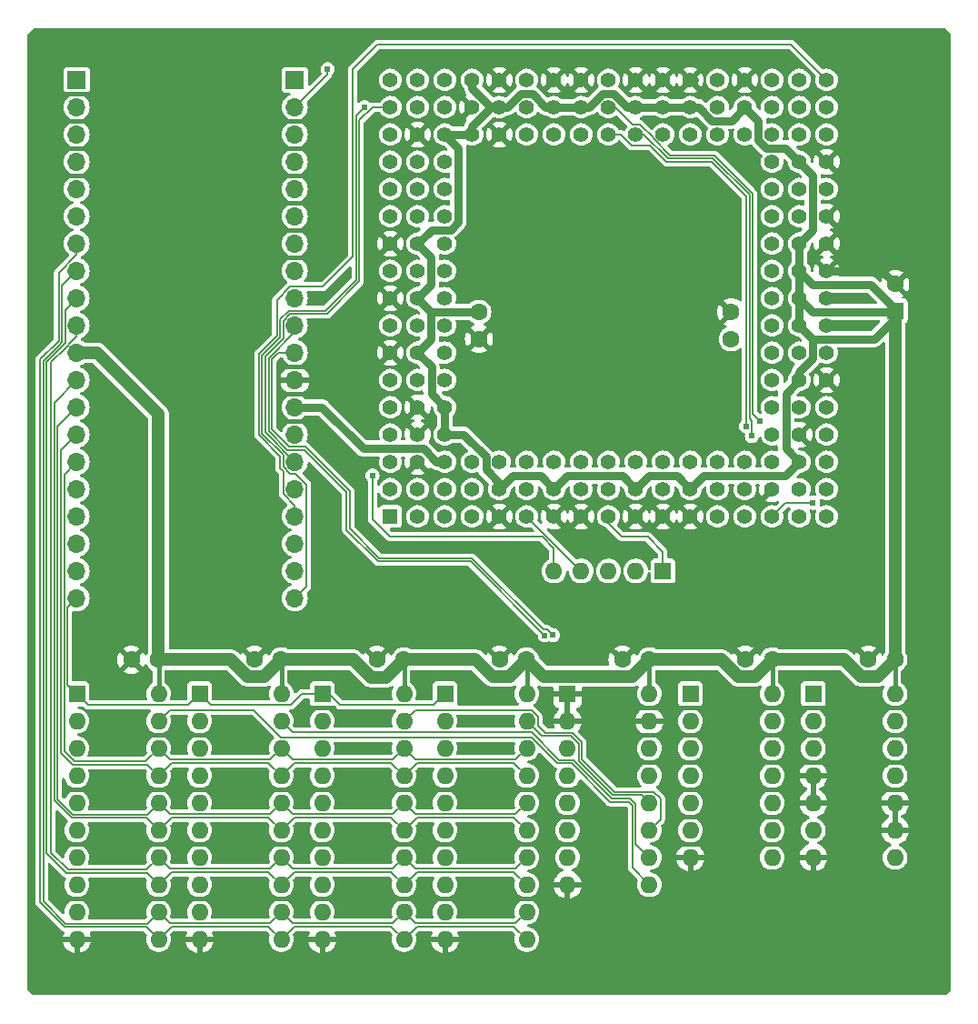
<source format=gbl>
G04 #@! TF.GenerationSoftware,KiCad,Pcbnew,8.0.2*
G04 #@! TF.CreationDate,2024-05-19T23:46:18+09:00*
G04 #@! TF.ProjectId,MEZi486,4d455a69-3438-4362-9e6b-696361645f70,C*
G04 #@! TF.SameCoordinates,PX5f5e100PY8f0d180*
G04 #@! TF.FileFunction,Copper,L2,Bot*
G04 #@! TF.FilePolarity,Positive*
%FSLAX46Y46*%
G04 Gerber Fmt 4.6, Leading zero omitted, Abs format (unit mm)*
G04 Created by KiCad (PCBNEW 8.0.2) date 2024-05-19 23:46:18*
%MOMM*%
%LPD*%
G01*
G04 APERTURE LIST*
G04 #@! TA.AperFunction,ComponentPad*
%ADD10R,1.600000X1.600000*%
G04 #@! TD*
G04 #@! TA.AperFunction,ComponentPad*
%ADD11O,1.600000X1.600000*%
G04 #@! TD*
G04 #@! TA.AperFunction,ComponentPad*
%ADD12C,1.600000*%
G04 #@! TD*
G04 #@! TA.AperFunction,ComponentPad*
%ADD13R,1.700000X1.700000*%
G04 #@! TD*
G04 #@! TA.AperFunction,ComponentPad*
%ADD14O,1.700000X1.700000*%
G04 #@! TD*
G04 #@! TA.AperFunction,ComponentPad*
%ADD15R,1.397000X1.397000*%
G04 #@! TD*
G04 #@! TA.AperFunction,ComponentPad*
%ADD16C,1.397000*%
G04 #@! TD*
G04 #@! TA.AperFunction,ViaPad*
%ADD17C,0.605000*%
G04 #@! TD*
G04 #@! TA.AperFunction,Conductor*
%ADD18C,0.152400*%
G04 #@! TD*
G04 #@! TA.AperFunction,Conductor*
%ADD19C,1.000000*%
G04 #@! TD*
G04 #@! TA.AperFunction,Conductor*
%ADD20C,0.800000*%
G04 #@! TD*
G04 #@! TA.AperFunction,Conductor*
%ADD21C,0.400000*%
G04 #@! TD*
G04 #@! TA.AperFunction,Conductor*
%ADD22C,1.200000*%
G04 #@! TD*
G04 APERTURE END LIST*
D10*
X59690000Y40005000D03*
D11*
X57150000Y40005000D03*
X54610000Y40005000D03*
X52070000Y40005000D03*
X49530000Y40005000D03*
D12*
X81310000Y31760000D03*
X78810000Y31760000D03*
D10*
X39380000Y28570000D03*
D11*
X39380000Y26030000D03*
X39380000Y23490000D03*
X39380000Y20950000D03*
X39380000Y18410000D03*
X39380000Y15870000D03*
X39380000Y13330000D03*
X39380000Y10790000D03*
X39380000Y8250000D03*
X39380000Y5710000D03*
X47000000Y5710000D03*
X47000000Y8250000D03*
X47000000Y10790000D03*
X47000000Y13330000D03*
X47000000Y15870000D03*
X47000000Y18410000D03*
X47000000Y20950000D03*
X47000000Y23490000D03*
X47000000Y26030000D03*
X47000000Y28570000D03*
D10*
X73690000Y28585000D03*
D11*
X73690000Y26045000D03*
X73690000Y23505000D03*
X73690000Y20965000D03*
X73690000Y18425000D03*
X73690000Y15885000D03*
X73690000Y13345000D03*
X81310000Y13345000D03*
X81310000Y15885000D03*
X81310000Y18425000D03*
X81310000Y20965000D03*
X81310000Y23505000D03*
X81310000Y26045000D03*
X81310000Y28585000D03*
D10*
X27950000Y28570000D03*
D11*
X27950000Y26030000D03*
X27950000Y23490000D03*
X27950000Y20950000D03*
X27950000Y18410000D03*
X27950000Y15870000D03*
X27950000Y13330000D03*
X27950000Y10790000D03*
X27950000Y8250000D03*
X27950000Y5710000D03*
X35570000Y5710000D03*
X35570000Y8250000D03*
X35570000Y10790000D03*
X35570000Y13330000D03*
X35570000Y15870000D03*
X35570000Y18410000D03*
X35570000Y20950000D03*
X35570000Y23490000D03*
X35570000Y26030000D03*
X35570000Y28570000D03*
D10*
X16520000Y28570000D03*
D11*
X16520000Y26030000D03*
X16520000Y23490000D03*
X16520000Y20950000D03*
X16520000Y18410000D03*
X16520000Y15870000D03*
X16520000Y13330000D03*
X16520000Y10790000D03*
X16520000Y8250000D03*
X16520000Y5710000D03*
X24140000Y5710000D03*
X24140000Y8250000D03*
X24140000Y10790000D03*
X24140000Y13330000D03*
X24140000Y15870000D03*
X24140000Y18410000D03*
X24140000Y20950000D03*
X24140000Y23490000D03*
X24140000Y26030000D03*
X24140000Y28570000D03*
D12*
X35540000Y31750000D03*
X33040000Y31750000D03*
X46970000Y31750000D03*
X44470000Y31750000D03*
X12680000Y31750000D03*
X10180000Y31750000D03*
D10*
X50800000Y28575000D03*
D11*
X50800000Y26035000D03*
X50800000Y23495000D03*
X50800000Y20955000D03*
X50800000Y18415000D03*
X50800000Y15875000D03*
X50800000Y13335000D03*
X50800000Y10795000D03*
X58420000Y10795000D03*
X58420000Y13335000D03*
X58420000Y15875000D03*
X58420000Y18415000D03*
X58420000Y20955000D03*
X58420000Y23495000D03*
X58420000Y26035000D03*
X58420000Y28575000D03*
D12*
X24130000Y31750000D03*
X21630000Y31750000D03*
D10*
X5090000Y28570000D03*
D11*
X5090000Y26030000D03*
X5090000Y23490000D03*
X5090000Y20950000D03*
X5090000Y18410000D03*
X5090000Y15870000D03*
X5090000Y13330000D03*
X5090000Y10790000D03*
X5090000Y8250000D03*
X5090000Y5710000D03*
X12710000Y5710000D03*
X12710000Y8250000D03*
X12710000Y10790000D03*
X12710000Y13330000D03*
X12710000Y15870000D03*
X12710000Y18410000D03*
X12710000Y20950000D03*
X12710000Y23490000D03*
X12710000Y26030000D03*
X12710000Y28570000D03*
D12*
X58420000Y31750000D03*
X55920000Y31750000D03*
X69860000Y31755000D03*
X67360000Y31755000D03*
D13*
X25400000Y85725000D03*
D14*
X25400000Y83185000D03*
X25400000Y80645000D03*
X25400000Y78105000D03*
X25400000Y75565000D03*
X25400000Y73025000D03*
X25400000Y70485000D03*
X25400000Y67945000D03*
X25400000Y65405000D03*
X25400000Y62865000D03*
X25400000Y60325000D03*
X25400000Y57785000D03*
X25400000Y55245000D03*
X25400000Y52705000D03*
X25400000Y50165000D03*
X25400000Y47625000D03*
X25400000Y45085000D03*
X25400000Y42545000D03*
X25400000Y40005000D03*
X25400000Y37465000D03*
D12*
X42545000Y64115000D03*
X42545000Y61615000D03*
X66040000Y61615000D03*
X66040000Y64115000D03*
D13*
X5080000Y85725000D03*
D14*
X5080000Y83185000D03*
X5080000Y80645000D03*
X5080000Y78105000D03*
X5080000Y75565000D03*
X5080000Y73025000D03*
X5080000Y70485000D03*
X5080000Y67945000D03*
X5080000Y65405000D03*
X5080000Y62865000D03*
X5080000Y60325000D03*
X5080000Y57785000D03*
X5080000Y55245000D03*
X5080000Y52705000D03*
X5080000Y50165000D03*
X5080000Y47625000D03*
X5080000Y45085000D03*
X5080000Y42545000D03*
X5080000Y40005000D03*
X5080000Y37465000D03*
D10*
X81320000Y64222600D03*
D12*
X81320000Y66722600D03*
D10*
X62240000Y28580000D03*
D11*
X62240000Y26040000D03*
X62240000Y23500000D03*
X62240000Y20960000D03*
X62240000Y18420000D03*
X62240000Y15880000D03*
X62240000Y13340000D03*
X69860000Y13340000D03*
X69860000Y15880000D03*
X69860000Y18420000D03*
X69860000Y20960000D03*
X69860000Y23500000D03*
X69860000Y26040000D03*
X69860000Y28580000D03*
D15*
X34290000Y45085000D03*
D16*
X34290000Y47625000D03*
X34290000Y50165000D03*
X34290000Y52705000D03*
X34290000Y55245000D03*
X34290000Y57785000D03*
X34290000Y60325000D03*
X34290000Y62865000D03*
X34290000Y65405000D03*
X34290000Y67945000D03*
X34290000Y70485000D03*
X34290000Y73025000D03*
X34290000Y75565000D03*
X34290000Y78105000D03*
X34290000Y80645000D03*
X34290000Y83185000D03*
X34290000Y85725000D03*
X36830000Y45085000D03*
X36830000Y47625000D03*
X36830000Y50165000D03*
X36830000Y52705000D03*
X36830000Y55245000D03*
X36830000Y57785000D03*
X36830000Y60325000D03*
X36830000Y62865000D03*
X36830000Y65405000D03*
X36830000Y67945000D03*
X36830000Y70485000D03*
X36830000Y73025000D03*
X36830000Y75565000D03*
X36830000Y78105000D03*
X36830000Y80645000D03*
X36830000Y83185000D03*
X36830000Y85725000D03*
X39370000Y45085000D03*
X39370000Y47625000D03*
X39370000Y50165000D03*
X39370000Y52705000D03*
X39370000Y55245000D03*
X39370000Y57785000D03*
X39370000Y60325000D03*
X39370000Y62865000D03*
X39370000Y65405000D03*
X39370000Y67945000D03*
X39370000Y70485000D03*
X39370000Y73025000D03*
X39370000Y75565000D03*
X39370000Y78105000D03*
X39370000Y80645000D03*
X39370000Y83185000D03*
X39370000Y85725000D03*
X41910000Y45085000D03*
X41910000Y47625000D03*
X41910000Y50165000D03*
X41910000Y80645000D03*
X41910000Y83185000D03*
X41910000Y85725000D03*
X44450000Y45085000D03*
X44450000Y47625000D03*
X44450000Y50165000D03*
X44450000Y80645000D03*
X44450000Y83185000D03*
X44450000Y85725000D03*
X46990000Y45085000D03*
X46990000Y47625000D03*
X46990000Y50165000D03*
X46990000Y80645000D03*
X46990000Y83185000D03*
X46990000Y85725000D03*
X49530000Y45085000D03*
X49530000Y47625000D03*
X49530000Y50165000D03*
X49530000Y80645000D03*
X49530000Y83185000D03*
X49530000Y85725000D03*
X52070000Y45085000D03*
X52070000Y47625000D03*
X52070000Y50165000D03*
X52070000Y80645000D03*
X52070000Y83185000D03*
X52070000Y85725000D03*
X54610000Y45085000D03*
X54610000Y47625000D03*
X54610000Y50165000D03*
X54610000Y80645000D03*
X54610000Y83185000D03*
X54610000Y85725000D03*
X57150000Y45085000D03*
X57150000Y47625000D03*
X57150000Y50165000D03*
X57150000Y80645000D03*
X57150000Y83185000D03*
X57150000Y85725000D03*
X59690000Y45085000D03*
X59690000Y47625000D03*
X59690000Y50165000D03*
X59690000Y80645000D03*
X59690000Y83185000D03*
X59690000Y85725000D03*
X62230000Y45085000D03*
X62230000Y47625000D03*
X62230000Y50165000D03*
X62230000Y80645000D03*
X62230000Y83185000D03*
X62230000Y85725000D03*
X64770000Y45085000D03*
X64770000Y47625000D03*
X64770000Y50165000D03*
X64770000Y80645000D03*
X64770000Y83185000D03*
X64770000Y85725000D03*
X67310000Y45085000D03*
X67310000Y47625000D03*
X67310000Y50165000D03*
X67310000Y80645000D03*
X67310000Y83185000D03*
X67310000Y85725000D03*
X69850000Y45085000D03*
X69850000Y47625000D03*
X69850000Y50165000D03*
X69850000Y52705000D03*
X69850000Y55245000D03*
X69850000Y57785000D03*
X69850000Y60325000D03*
X69850000Y62865000D03*
X69850000Y65405000D03*
X69850000Y67945000D03*
X69850000Y70485000D03*
X69850000Y73025000D03*
X69850000Y75565000D03*
X69850000Y78105000D03*
X69850000Y80645000D03*
X69850000Y83185000D03*
X69850000Y85725000D03*
X72390000Y45085000D03*
X72390000Y47625000D03*
X72390000Y50165000D03*
X72390000Y52705000D03*
X72390000Y55245000D03*
X72390000Y57785000D03*
X72390000Y60325000D03*
X72390000Y62865000D03*
X72390000Y65405000D03*
X72390000Y67945000D03*
X72390000Y70485000D03*
X72390000Y73025000D03*
X72390000Y75565000D03*
X72390000Y78105000D03*
X72390000Y80645000D03*
X72390000Y83185000D03*
X72390000Y85725000D03*
X74930000Y45085000D03*
X74930000Y47625000D03*
X74930000Y50165000D03*
X74930000Y52705000D03*
X74930000Y55245000D03*
X74930000Y57785000D03*
X74930000Y60325000D03*
X74930000Y62865000D03*
X74930000Y65405000D03*
X74930000Y67945000D03*
X74930000Y70485000D03*
X74930000Y73025000D03*
X74930000Y75565000D03*
X74930000Y78105000D03*
X74930000Y80645000D03*
X74930000Y83185000D03*
X74930000Y85725000D03*
D17*
X78740000Y65405000D03*
X78740000Y62865000D03*
X71120000Y66675000D03*
X71120000Y64135000D03*
X71120000Y59055000D03*
X20955000Y55245000D03*
X20955000Y56515000D03*
X73660000Y46355000D03*
X23495000Y66675000D03*
X7620000Y47625000D03*
X8255000Y40005000D03*
X7620000Y51435000D03*
X5080000Y34290000D03*
X37465000Y9525000D03*
X26035000Y9525000D03*
X14605000Y9525000D03*
X71755000Y24765000D03*
X83185000Y60325000D03*
X79375000Y60325000D03*
X38735000Y34036000D03*
X38735000Y40005000D03*
X44450000Y40005000D03*
X23495000Y76835000D03*
X29210000Y56515000D03*
X31115000Y50165000D03*
X29210000Y52070000D03*
X31115000Y53975000D03*
X26670000Y53975000D03*
X26670000Y56515000D03*
X44450000Y28575000D03*
X27940000Y65405000D03*
X27940000Y67945000D03*
X27940000Y40005000D03*
X23495000Y38735000D03*
X23495000Y45085000D03*
X14605000Y33655000D03*
X42545000Y70485000D03*
X66040000Y70485000D03*
X59690000Y52705000D03*
X59690000Y60325000D03*
X59690000Y70485000D03*
X59690000Y76835000D03*
X49530000Y76835000D03*
X49530000Y70485000D03*
X49530000Y60325000D03*
X49530000Y52705000D03*
X44450000Y52705000D03*
X42545000Y54610000D03*
X66040000Y52705000D03*
X71120000Y74295000D03*
X67945000Y76835000D03*
X66040000Y74295000D03*
X63500000Y76835000D03*
X42545000Y76835000D03*
X1905000Y88900000D03*
X85090000Y88900000D03*
X85090000Y1905000D03*
X77470000Y24765000D03*
X77470000Y14605000D03*
X66040000Y19685000D03*
X66040000Y26035000D03*
X66040000Y14605000D03*
X54610000Y14605000D03*
X54610000Y23495000D03*
X43180000Y9525000D03*
X43180000Y14605000D03*
X43180000Y19685000D03*
X43180000Y23495000D03*
X43180000Y26035000D03*
X31750000Y28575000D03*
X31750000Y26035000D03*
X31750000Y23495000D03*
X31750000Y19685000D03*
X31750000Y14605000D03*
X31750000Y9525000D03*
X1905000Y1905000D03*
X20320000Y9525000D03*
X8890000Y9525000D03*
X19050000Y28575000D03*
X20320000Y24765000D03*
X20320000Y19685000D03*
X20320000Y14605000D03*
X8890000Y14605000D03*
X8890000Y19685000D03*
X8890000Y24765000D03*
X8255000Y37465000D03*
X7620000Y43815000D03*
X7620000Y56515000D03*
X7620000Y62230000D03*
X23495000Y83185000D03*
X6985000Y78105000D03*
X6985000Y85725000D03*
X23495000Y85725000D03*
X31750000Y85725000D03*
X27940000Y75565000D03*
X27940000Y80645000D03*
X27940000Y83185000D03*
X68707000Y53975000D03*
X67968100Y52578000D03*
X67437000Y53467000D03*
X31877000Y83185000D03*
X28448000Y86730600D03*
X48675432Y34012479D03*
X49432439Y34036951D03*
X32639000Y48895000D03*
D18*
X49432439Y34036951D02*
X48925811Y34543579D01*
X26382700Y51595300D02*
X24831804Y51595300D01*
X48564473Y34543579D02*
X41909252Y41198800D01*
X30530800Y47447200D02*
X26382700Y51595300D01*
X48925811Y34543579D02*
X48564473Y34543579D01*
X41909252Y41198800D02*
X33273252Y41198800D01*
X30530800Y43941252D02*
X30530800Y47447200D01*
X24831804Y51595300D02*
X23266400Y53160704D01*
X23266400Y53160704D02*
X23266400Y59715400D01*
X23266400Y59715400D02*
X23876000Y60325000D01*
X33273252Y41198800D02*
X30530800Y43941252D01*
X23876000Y60325000D02*
X25400000Y60325000D01*
X48675432Y34012479D02*
X48664521Y34012479D01*
X30226000Y47320948D02*
X26256448Y51290500D01*
X30226000Y43815000D02*
X30226000Y47320948D01*
X48664521Y34012479D02*
X41783000Y40894000D01*
X41783000Y40894000D02*
X33147000Y40894000D01*
X24705552Y51290500D02*
X22961600Y53034452D01*
X33147000Y40894000D02*
X30226000Y43815000D01*
X26256448Y51290500D02*
X24705552Y51290500D01*
X22961600Y53034452D02*
X22961600Y59841652D01*
X25400000Y62280052D02*
X25400000Y62865000D01*
X22961600Y59841652D02*
X25400000Y62280052D01*
X32639000Y48895000D02*
X32639000Y44831000D01*
X49530000Y42113948D02*
X49530000Y40005000D01*
X32639000Y44831000D02*
X34290000Y43180000D01*
X34290000Y43180000D02*
X48463948Y43180000D01*
X48463948Y43180000D02*
X49530000Y42113948D01*
X52070000Y40005000D02*
X46990000Y45085000D01*
X22656800Y59967904D02*
X24321400Y61632504D01*
X24321400Y61632504D02*
X24321400Y63311771D01*
X28383600Y63943600D02*
X31400900Y66960900D01*
X22656800Y52908200D02*
X22656800Y59967904D01*
X25400000Y50165000D02*
X22656800Y52908200D01*
X24953229Y63943600D02*
X28383600Y63943600D01*
X24321400Y63311771D02*
X24953229Y63943600D01*
X31400900Y66960900D02*
X31400900Y81946900D01*
X31400900Y81946900D02*
X32639000Y83185000D01*
X32639000Y83185000D02*
X34290000Y83185000D01*
X58496948Y79629000D02*
X56769000Y79629000D01*
X67437000Y74879948D02*
X64211948Y78105000D01*
X64211948Y78105000D02*
X60020948Y78105000D01*
X67437000Y53467000D02*
X67437000Y74879948D01*
X60020948Y78105000D02*
X58496948Y79629000D01*
X55753000Y80645000D02*
X54610000Y80645000D01*
X56769000Y79629000D02*
X55753000Y80645000D01*
X68707000Y53975000D02*
X68046600Y54635400D01*
X68046600Y54635400D02*
X68046600Y75132452D01*
X57534018Y81572100D02*
X56857900Y81572100D01*
X68046600Y75132452D02*
X64464452Y78714600D01*
X55245000Y83185000D02*
X54610000Y83185000D01*
X64464452Y78714600D02*
X60309282Y78714600D01*
X60309282Y78714600D02*
X58762900Y80260982D01*
X56857900Y81572100D02*
X55245000Y83185000D01*
X58762900Y80260982D02*
X58762900Y80343218D01*
X58762900Y80343218D02*
X57534018Y81572100D01*
D19*
X74930000Y65405000D02*
X78105000Y65405000D01*
X74930000Y62865000D02*
X78232000Y62865000D01*
D20*
X72390000Y67945000D02*
X73660000Y66675000D01*
X73660000Y66675000D02*
X79057422Y66675000D01*
X79057422Y66675000D02*
X81320000Y64412422D01*
X81320000Y64412422D02*
X81320000Y64222600D01*
X81320000Y64222600D02*
X81320000Y63540000D01*
X81320000Y63540000D02*
X79394100Y61614100D01*
X79394100Y61614100D02*
X73641000Y61614100D01*
X72390000Y57785000D02*
X72390000Y58555960D01*
X72390000Y58555960D02*
X73641000Y59806960D01*
X73641000Y59806960D02*
X73641000Y61614100D01*
X67310000Y83185000D02*
X66059100Y81934100D01*
X66059100Y81934100D02*
X64251860Y81934100D01*
X64251860Y81934100D02*
X63000960Y83185000D01*
X63000960Y83185000D02*
X62230000Y83185000D01*
D18*
X64338200Y78409800D02*
X60147200Y78409800D01*
X67968100Y53951900D02*
X67741800Y54178200D01*
X67741800Y54178200D02*
X67741800Y75006200D01*
X67741800Y75006200D02*
X64338200Y78409800D01*
X67968100Y52578000D02*
X67968100Y53951900D01*
X60147200Y78409800D02*
X57912000Y80645000D01*
X57912000Y80645000D02*
X57150000Y80645000D01*
X73660000Y46355000D02*
X71120000Y46355000D01*
X71120000Y46355000D02*
X69850000Y45085000D01*
D20*
X39370000Y50165000D02*
X38608000Y50165000D01*
X37357100Y51415900D02*
X31769000Y51415900D01*
X38608000Y50165000D02*
X37357100Y51415900D01*
X31769000Y51415900D02*
X27940000Y55245000D01*
X27940000Y55245000D02*
X25400000Y55245000D01*
X39370000Y80645000D02*
X40620900Y79394100D01*
X40620900Y79394100D02*
X40620900Y72506860D01*
X40620900Y72506860D02*
X39888140Y71774100D01*
X39888140Y71774100D02*
X38119100Y71774100D01*
X38119100Y71774100D02*
X36830000Y70485000D01*
X43688000Y83185000D02*
X41910000Y81407000D01*
X41910000Y81407000D02*
X41910000Y80645000D01*
X44450000Y83185000D02*
X43688000Y83185000D01*
X41910000Y84963000D02*
X41910000Y85725000D01*
X43688000Y83185000D02*
X41910000Y84963000D01*
X49530000Y83185000D02*
X48768000Y83185000D01*
X48768000Y83185000D02*
X47517100Y84435900D01*
X47517100Y84435900D02*
X46462900Y84435900D01*
X45212000Y83185000D02*
X44450000Y83185000D01*
X46462900Y84435900D02*
X45212000Y83185000D01*
X57150000Y83185000D02*
X56388000Y83185000D01*
X54102000Y84455000D02*
X52832000Y83185000D01*
X56388000Y83185000D02*
X55118000Y84455000D01*
X55118000Y84455000D02*
X54102000Y84455000D01*
X52832000Y83185000D02*
X52070000Y83185000D01*
D21*
X33040000Y31750000D02*
X33020000Y31750000D01*
X33020000Y31750000D02*
X31623000Y33147000D01*
X31623000Y33147000D02*
X23027000Y33147000D01*
X23027000Y33147000D02*
X21630000Y31750000D01*
X44470000Y31750000D02*
X44450000Y31750000D01*
X44450000Y31750000D02*
X43053000Y33147000D01*
X43053000Y33147000D02*
X34437000Y33147000D01*
X34437000Y33147000D02*
X33040000Y31750000D01*
X55920000Y31750000D02*
X54523000Y33147000D01*
X45867000Y33147000D02*
X44470000Y31750000D01*
X54523000Y33147000D02*
X45867000Y33147000D01*
X67360000Y31755000D02*
X65968000Y33147000D01*
X65968000Y33147000D02*
X57317000Y33147000D01*
X57317000Y33147000D02*
X55920000Y31750000D01*
X78810000Y31760000D02*
X77423000Y33147000D01*
X77423000Y33147000D02*
X68752000Y33147000D01*
X68752000Y33147000D02*
X67360000Y31755000D01*
D22*
X58420000Y31750000D02*
X65151000Y31750000D01*
X65151000Y31750000D02*
X66698000Y30203000D01*
X66698000Y30203000D02*
X68308000Y30203000D01*
X68308000Y30203000D02*
X69860000Y31755000D01*
X69860000Y31755000D02*
X76576000Y31755000D01*
X76576000Y31755000D02*
X78123000Y30208000D01*
X79758000Y30208000D02*
X81310000Y31760000D01*
X78123000Y30208000D02*
X79758000Y30208000D01*
X12680000Y31750000D02*
X19431000Y31750000D01*
X19431000Y31750000D02*
X20983000Y30198000D01*
X20983000Y30198000D02*
X22578000Y30198000D01*
X22578000Y30198000D02*
X24130000Y31750000D01*
X35540000Y31750000D02*
X42227500Y31750000D01*
X42227500Y31750000D02*
X43779500Y30198000D01*
X45418000Y30198000D02*
X46970000Y31750000D01*
X43779500Y30198000D02*
X45418000Y30198000D01*
X24130000Y31750000D02*
X30844574Y31750000D01*
X30844574Y31750000D02*
X32472574Y30122000D01*
X32472574Y30122000D02*
X33912000Y30122000D01*
X33912000Y30122000D02*
X35540000Y31750000D01*
D18*
X24321400Y49287177D02*
X24016600Y49591977D01*
X24321400Y47178229D02*
X24321400Y49287177D01*
X30791300Y86748248D02*
X33070052Y89027000D01*
X24016600Y49591977D02*
X24016600Y50686296D01*
X33070052Y89027000D02*
X71628000Y89027000D01*
X24016600Y50686296D02*
X22047200Y52655696D01*
X22047200Y52655696D02*
X22047200Y60220408D01*
X25400000Y46099629D02*
X24321400Y47178229D01*
X28002600Y66483600D02*
X30791300Y69272300D01*
X23711800Y61885008D02*
X23711800Y65242171D01*
X25400000Y45085000D02*
X25400000Y46099629D01*
X23711800Y65242171D02*
X24953229Y66483600D01*
X24953229Y66483600D02*
X28002600Y66483600D01*
X22047200Y60220408D02*
X23711800Y61885008D01*
X30791300Y69272300D02*
X30791300Y86748248D01*
X71628000Y89027000D02*
X74930000Y85725000D01*
X28448000Y86730600D02*
X28448000Y86233000D01*
X28448000Y86233000D02*
X25400000Y83185000D01*
X24016600Y63438023D02*
X24016600Y61758756D01*
X31096100Y82404100D02*
X31096100Y67087152D01*
X31877000Y83185000D02*
X31096100Y82404100D01*
X31096100Y67087152D02*
X28257348Y64248400D01*
X25463971Y49086400D02*
X26478600Y48071771D01*
X24826977Y64248400D02*
X24016600Y63438023D01*
X28257348Y64248400D02*
X24826977Y64248400D01*
X24016600Y61758756D02*
X22352000Y60094156D01*
X22352000Y60094156D02*
X22352000Y52781948D01*
X24953229Y49086400D02*
X25463971Y49086400D01*
X26478600Y38543600D02*
X25400000Y37465000D01*
X24321400Y50812548D02*
X24321400Y49718229D01*
X24321400Y49718229D02*
X24953229Y49086400D01*
X22352000Y52781948D02*
X24321400Y50812548D01*
X26478600Y48071771D02*
X26478600Y38543600D01*
X5080000Y70485000D02*
X5080000Y69470371D01*
X3391800Y67782171D02*
X3391800Y61455327D01*
X5080000Y69470371D02*
X3391800Y67782171D01*
X3391800Y61455327D02*
X1651000Y59714527D01*
X1651000Y59714527D02*
X1651000Y9144000D01*
X1651000Y9144000D02*
X3937000Y6858000D01*
X3937000Y6858000D02*
X11562000Y6858000D01*
X11562000Y6858000D02*
X12710000Y5710000D01*
X12710000Y8250000D02*
X11622800Y7162800D01*
X11622800Y7162800D02*
X4063252Y7162800D01*
X3391800Y61022904D02*
X3391800Y61024275D01*
X1955800Y59586904D02*
X3391800Y61022904D01*
X4063252Y7162800D02*
X1955800Y9270252D01*
X1955800Y9270252D02*
X1955800Y59586904D01*
X3391800Y61024275D02*
X3696600Y61329075D01*
X3696600Y61329075D02*
X3696600Y66561600D01*
X3696600Y66561600D02*
X5080000Y67945000D01*
X12710000Y10790000D02*
X11612800Y11887200D01*
X4114800Y11887200D02*
X2286000Y13716000D01*
X4001400Y64326400D02*
X5080000Y65405000D01*
X2286000Y59486052D02*
X3696600Y60896652D01*
X11612800Y11887200D02*
X4114800Y11887200D01*
X2286000Y13716000D02*
X2286000Y59486052D01*
X3696600Y60896652D02*
X3696600Y60898023D01*
X3696600Y60898023D02*
X4001400Y61202823D01*
X4001400Y61202823D02*
X4001400Y64326400D01*
X5080000Y62865000D02*
X5080000Y61849000D01*
X5080000Y61849000D02*
X4634600Y61403600D01*
X4634600Y61403600D02*
X4633229Y61403600D01*
X4241052Y12192000D02*
X11572000Y12192000D01*
X4633229Y61403600D02*
X4001400Y60771771D01*
X11572000Y12192000D02*
X12710000Y13330000D01*
X4001400Y60771771D02*
X4001400Y60770400D01*
X2667000Y13766052D02*
X4241052Y12192000D01*
X4001400Y60770400D02*
X2667000Y59436000D01*
X2667000Y59436000D02*
X2667000Y13766052D01*
X59690000Y40005000D02*
X59690000Y41783000D01*
X54610000Y44450000D02*
X54610000Y45085000D01*
X59690000Y41783000D02*
X58293000Y43180000D01*
X58293000Y43180000D02*
X55880000Y43180000D01*
X55880000Y43180000D02*
X54610000Y44450000D01*
X55028800Y19139200D02*
X51828600Y22339400D01*
X57695800Y19139200D02*
X55028800Y19139200D01*
X51828600Y22339400D02*
X51828600Y23921061D01*
X58420000Y18415000D02*
X57695800Y19139200D01*
X51828600Y23921061D02*
X51111461Y24638200D01*
X51111461Y24638200D02*
X48391800Y24638200D01*
X48391800Y24638200D02*
X47000000Y26030000D01*
X52133400Y24047313D02*
X52133400Y22465652D01*
X36604000Y27064000D02*
X47420661Y27064000D01*
X48028600Y25631400D02*
X48717000Y24943000D01*
X48717000Y24943000D02*
X51237713Y24943000D01*
X48028600Y26456061D02*
X48028600Y25631400D01*
X55155052Y19444000D02*
X58846000Y19444000D01*
X52133400Y22465652D02*
X55155052Y19444000D01*
X47420661Y27064000D02*
X48028600Y26456061D01*
X51237713Y24943000D02*
X52133400Y24047313D01*
X58846000Y19444000D02*
X59449000Y18841000D01*
X35570000Y26030000D02*
X36604000Y27064000D01*
X59449000Y18841000D02*
X59449000Y16904000D01*
X59449000Y16904000D02*
X58420000Y15875000D01*
D21*
X26670000Y53975000D02*
X26479500Y53975000D01*
X26670000Y56515000D02*
X26479500Y56515000D01*
D18*
X25169000Y25001000D02*
X47426000Y25001000D01*
X50024200Y22402800D02*
X51334148Y22402800D01*
X24140000Y26030000D02*
X25169000Y25001000D01*
X54902548Y18834400D02*
X56603600Y18834400D01*
X47426000Y25001000D02*
X50024200Y22402800D01*
X57150000Y14605000D02*
X58420000Y13335000D01*
X51334148Y22402800D02*
X54902548Y18834400D01*
X56603600Y18834400D02*
X57150000Y18288000D01*
X57150000Y18288000D02*
X57150000Y14605000D01*
X12710000Y26030000D02*
X13738600Y27058600D01*
X56845200Y12369800D02*
X58420000Y10795000D01*
X13738600Y27058600D02*
X21582400Y27058600D01*
X49847000Y22098000D02*
X51207896Y22098000D01*
X21582400Y27058600D02*
X24122000Y24519000D01*
X47426000Y24519000D02*
X49847000Y22098000D01*
X24122000Y24519000D02*
X47426000Y24519000D01*
X51207896Y22098000D02*
X54776296Y18529600D01*
X54776296Y18529600D02*
X56477348Y18529600D01*
X56845200Y18161748D02*
X56845200Y12369800D01*
X56477348Y18529600D02*
X56845200Y18161748D01*
D21*
X15430500Y24765000D02*
X17589500Y24765000D01*
X11620500Y24765000D02*
X13779500Y24765000D01*
D18*
X5080000Y37465000D02*
X4216400Y36601400D01*
X4216400Y36601400D02*
X4216400Y29443600D01*
X4216400Y29443600D02*
X5090000Y28570000D01*
D21*
X26860500Y27305000D02*
X29019500Y27305000D01*
D18*
X27950000Y28570000D02*
X28582500Y28570000D01*
X28582500Y28570000D02*
X29611500Y27541000D01*
X38351000Y27541000D02*
X39380000Y28570000D01*
X29611500Y27541000D02*
X38351000Y27541000D01*
X16520000Y28570000D02*
X17549000Y27541000D01*
X17549000Y27541000D02*
X25001000Y27541000D01*
X25001000Y27541000D02*
X26035000Y28575000D01*
X26035000Y28575000D02*
X27945000Y28575000D01*
X27945000Y28575000D02*
X27950000Y28570000D01*
D21*
X4000500Y84455000D02*
X6159500Y84455000D01*
X4000500Y81915000D02*
X6159500Y81915000D01*
X4000500Y79375000D02*
X6159500Y79375000D01*
X4000500Y76835000D02*
X6159500Y76835000D01*
X24320500Y53975000D02*
X26670000Y53975000D01*
X24320500Y56515000D02*
X26670000Y56515000D01*
X24320500Y59055000D02*
X26479500Y59055000D01*
X24320500Y69215000D02*
X26479500Y69215000D01*
X24320500Y71755000D02*
X26479500Y71755000D01*
X24320500Y74295000D02*
X26479500Y74295000D01*
X24320500Y76835000D02*
X26479500Y76835000D01*
X24320500Y79375000D02*
X26479500Y79375000D01*
X24320500Y81915000D02*
X26479500Y81915000D01*
X4000500Y19685000D02*
X6159500Y19685000D01*
X4000500Y14605000D02*
X6159500Y14605000D01*
X4000500Y9525000D02*
X6159500Y9525000D01*
X11620500Y9525000D02*
X13779500Y9525000D01*
X11620500Y14605000D02*
X13779500Y14605000D01*
X11620500Y19685000D02*
X13779500Y19685000D01*
D18*
X12710000Y15870000D02*
X11562000Y17018000D01*
X11562000Y17018000D02*
X4596287Y17018000D01*
X4596287Y17018000D02*
X2971800Y18642487D01*
X2971800Y18642487D02*
X2971800Y55677200D01*
X2971800Y55677200D02*
X3073000Y55778400D01*
X5080000Y55245000D02*
X3302000Y53467000D01*
X3302000Y53467000D02*
X3302000Y18743339D01*
X3302000Y18743339D02*
X4722539Y17322800D01*
X11622800Y17322800D02*
X12710000Y18410000D01*
X4722539Y17322800D02*
X11622800Y17322800D01*
D21*
X15430500Y19685000D02*
X17589500Y19685000D01*
X15430500Y14605000D02*
X17589500Y14605000D01*
X15430500Y9525000D02*
X17589500Y9525000D01*
X23050500Y9525000D02*
X25209500Y9525000D01*
X23050500Y14605000D02*
X25209500Y14605000D01*
X23050500Y19685000D02*
X25209500Y19685000D01*
X26860500Y19685000D02*
X29019500Y19685000D01*
X26860500Y14605000D02*
X29019500Y14605000D01*
X26860500Y9525000D02*
X29019500Y9525000D01*
X34480500Y9525000D02*
X36639500Y9525000D01*
X34480500Y14605000D02*
X36639500Y14605000D01*
X34480500Y19685000D02*
X36639500Y19685000D01*
X38290500Y9525000D02*
X40449500Y9525000D01*
X38290500Y14605000D02*
X40449500Y14605000D01*
X38290500Y19685000D02*
X40449500Y19685000D01*
X80200500Y19685000D02*
X82359500Y19685000D01*
X80200500Y22225000D02*
X82359500Y22225000D01*
X80200500Y24765000D02*
X82359500Y24765000D01*
X80200500Y27305000D02*
X82359500Y27305000D01*
X72580500Y22225000D02*
X74739500Y22225000D01*
X72580500Y27305000D02*
X74739500Y27305000D01*
X72580500Y24765000D02*
X74739500Y24765000D01*
X68770500Y14605000D02*
X70929500Y14605000D01*
X68770500Y17145000D02*
X70929500Y17145000D01*
X68770500Y19685000D02*
X70929500Y19685000D01*
X68770500Y22225000D02*
X70929500Y22225000D01*
X68770500Y24765000D02*
X70929500Y24765000D01*
X68770500Y27305000D02*
X70929500Y27305000D01*
X61150500Y14605000D02*
X63309500Y14605000D01*
X61150500Y17145000D02*
X63309500Y17145000D01*
X61150500Y19685000D02*
X63309500Y19685000D01*
X61150500Y22225000D02*
X63309500Y22225000D01*
X61150500Y24765000D02*
X63309500Y24765000D01*
X61150500Y27305000D02*
X63309500Y27305000D01*
X57340500Y27305000D02*
X59499500Y27305000D01*
X57340500Y24765000D02*
X59499500Y24765000D01*
X57340500Y22225000D02*
X59499500Y22225000D01*
X49720500Y19685000D02*
X51879500Y19685000D01*
X49720500Y17145000D02*
X51879500Y17145000D01*
X49720500Y14605000D02*
X51879500Y14605000D01*
X45910500Y9525000D02*
X48069500Y9525000D01*
X45910500Y14605000D02*
X48069500Y14605000D01*
X45910500Y19685000D02*
X48069500Y19685000D01*
D18*
X12710000Y20950000D02*
X11681400Y21978600D01*
X11681400Y21978600D02*
X4715687Y21978600D01*
X4715687Y21978600D02*
X3606800Y23087487D01*
X3606800Y23087487D02*
X3606800Y51231800D01*
X3606800Y51231800D02*
X5080000Y52705000D01*
X12710000Y23490000D02*
X11503400Y22283400D01*
X11503400Y22283400D02*
X4841939Y22283400D01*
X3911600Y23213739D02*
X3911600Y48996600D01*
X4841939Y22283400D02*
X3911600Y23213739D01*
X3911600Y48996600D02*
X5080000Y50165000D01*
X47000000Y5710000D02*
X45793800Y6916200D01*
X36776200Y6916200D02*
X35570000Y5710000D01*
X45793800Y6916200D02*
X36776200Y6916200D01*
X35570000Y5710000D02*
X34363800Y6916200D01*
X34363800Y6916200D02*
X25346200Y6916200D01*
X25346200Y6916200D02*
X24140000Y5710000D01*
X24140000Y5710000D02*
X22933800Y6916200D01*
X13916200Y6916200D02*
X12710000Y5710000D01*
X22933800Y6916200D02*
X13916200Y6916200D01*
X24140000Y10790000D02*
X22933800Y11996200D01*
X22933800Y11996200D02*
X13916200Y11996200D01*
X13916200Y11996200D02*
X12710000Y10790000D01*
X35570000Y10790000D02*
X34363800Y11996200D01*
X25346200Y11996200D02*
X24140000Y10790000D01*
X34363800Y11996200D02*
X25346200Y11996200D01*
X47000000Y10790000D02*
X45793800Y11996200D01*
X45793800Y11996200D02*
X36776200Y11996200D01*
X36776200Y11996200D02*
X35570000Y10790000D01*
X35570000Y15870000D02*
X36776200Y17076200D01*
X36776200Y17076200D02*
X45793800Y17076200D01*
X45793800Y17076200D02*
X47000000Y15870000D01*
X24140000Y15870000D02*
X25346200Y17076200D01*
X25346200Y17076200D02*
X34363800Y17076200D01*
X34363800Y17076200D02*
X35570000Y15870000D01*
X12710000Y15870000D02*
X13916200Y17076200D01*
X13916200Y17076200D02*
X22933800Y17076200D01*
X22933800Y17076200D02*
X24140000Y15870000D01*
X35570000Y20950000D02*
X36776200Y22156200D01*
X36776200Y22156200D02*
X45793800Y22156200D01*
X45793800Y22156200D02*
X47000000Y20950000D01*
X24140000Y20950000D02*
X25346200Y22156200D01*
X25346200Y22156200D02*
X34363800Y22156200D01*
X34363800Y22156200D02*
X35570000Y20950000D01*
X12710000Y20950000D02*
X13916200Y22156200D01*
X13916200Y22156200D02*
X22933800Y22156200D01*
X22933800Y22156200D02*
X24140000Y20950000D01*
X5080000Y57785000D02*
X4953000Y57658000D01*
X4953000Y57658000D02*
X4952600Y57658000D01*
X4952600Y57658000D02*
X3073800Y55779200D01*
X3073800Y55779200D02*
X3073800Y55778400D01*
X15491000Y27541000D02*
X16520000Y28570000D01*
X6119000Y27541000D02*
X15491000Y27541000D01*
X5090000Y28570000D02*
X6119000Y27541000D01*
X45971000Y22461000D02*
X47000000Y23490000D01*
X36599000Y22461000D02*
X45971000Y22461000D01*
X35570000Y23490000D02*
X36599000Y22461000D01*
X34541000Y22461000D02*
X35570000Y23490000D01*
X25169000Y22461000D02*
X34541000Y22461000D01*
X24140000Y23490000D02*
X25169000Y22461000D01*
X23111000Y22461000D02*
X24140000Y23490000D01*
X13739000Y22461000D02*
X23111000Y22461000D01*
X12710000Y23490000D02*
X13739000Y22461000D01*
X13739000Y17381000D02*
X12710000Y18410000D01*
X23111000Y17381000D02*
X13739000Y17381000D01*
X24140000Y18410000D02*
X23111000Y17381000D01*
X25169000Y17381000D02*
X24140000Y18410000D01*
X34541000Y17381000D02*
X25169000Y17381000D01*
X35570000Y18410000D02*
X34541000Y17381000D01*
X36599000Y17381000D02*
X35570000Y18410000D01*
X45971000Y17381000D02*
X36599000Y17381000D01*
X47000000Y18410000D02*
X45971000Y17381000D01*
X13739000Y12301000D02*
X12710000Y13330000D01*
X23106000Y12301000D02*
X13739000Y12301000D01*
X24135000Y13330000D02*
X23106000Y12301000D01*
X24140000Y13330000D02*
X24135000Y13330000D01*
X25169000Y12301000D02*
X24140000Y13330000D01*
X34541000Y12301000D02*
X25169000Y12301000D01*
X35570000Y13330000D02*
X34541000Y12301000D01*
X36599000Y12301000D02*
X35570000Y13330000D01*
X45971000Y12301000D02*
X36599000Y12301000D01*
X47000000Y13330000D02*
X45971000Y12301000D01*
X13739000Y7221000D02*
X12710000Y8250000D01*
X23111000Y7221000D02*
X13739000Y7221000D01*
X24140000Y8250000D02*
X23111000Y7221000D01*
X25169000Y7221000D02*
X24140000Y8250000D01*
X34541000Y7221000D02*
X25169000Y7221000D01*
X35570000Y8250000D02*
X34541000Y7221000D01*
X36599000Y7221000D02*
X35570000Y8250000D01*
X45971000Y7221000D02*
X36599000Y7221000D01*
X47000000Y8250000D02*
X45971000Y7221000D01*
D20*
X44450000Y48201000D02*
X44450000Y47625000D01*
X43199000Y49452000D02*
X44450000Y48201000D01*
X43199000Y50644900D02*
X43199000Y49452000D01*
X41139000Y52705000D02*
X43199000Y50644900D01*
X39370000Y52705000D02*
X41139000Y52705000D01*
D22*
X56868000Y30198000D02*
X58420000Y31750000D01*
X48522000Y30198000D02*
X56868000Y30198000D01*
X46970000Y31750000D02*
X48522000Y30198000D01*
D20*
X72390000Y62865000D02*
X72390000Y65405000D01*
D22*
X12700000Y31770000D02*
X12680000Y31750000D01*
X12700000Y54610000D02*
X12700000Y31770000D01*
X6985000Y60325000D02*
X12700000Y54610000D01*
X5080000Y60325000D02*
X6985000Y60325000D01*
X81310000Y64212600D02*
X81320000Y64222600D01*
X81310000Y31760000D02*
X81310000Y64212600D01*
D21*
X12710000Y31720000D02*
X12680000Y31750000D01*
X12710000Y28570000D02*
X12710000Y31720000D01*
X24140000Y31740000D02*
X24130000Y31750000D01*
X24140000Y28570000D02*
X24140000Y31740000D01*
X35570000Y31720000D02*
X35540000Y31750000D01*
X35570000Y28570000D02*
X35570000Y31720000D01*
X47000000Y31720000D02*
X46970000Y31750000D01*
X47000000Y28570000D02*
X47000000Y31720000D01*
X58420000Y28575000D02*
X58420000Y31750000D01*
X69860000Y28580000D02*
X69860000Y31755000D01*
X81310000Y28585000D02*
X81310000Y31760000D01*
D20*
X42506000Y64154100D02*
X38081000Y64154100D01*
X42545000Y64115000D02*
X42506000Y64154100D01*
X71139000Y56534100D02*
X72390000Y57785000D01*
X71139000Y51415900D02*
X71139000Y56534100D01*
X72390000Y50165000D02*
X71139000Y51415900D01*
X71101000Y48876000D02*
X72390000Y50165000D01*
X63481000Y48876000D02*
X71101000Y48876000D01*
X62230000Y47625000D02*
X63481000Y48876000D01*
X60979000Y48876000D02*
X62230000Y47625000D01*
X58401000Y48876000D02*
X60979000Y48876000D01*
X57150000Y47625000D02*
X58401000Y48876000D01*
X55899000Y48876000D02*
X57150000Y47625000D01*
X50781000Y48876000D02*
X55899000Y48876000D01*
X49530000Y47625000D02*
X50781000Y48876000D01*
X48279000Y48876000D02*
X49530000Y47625000D01*
X45701000Y48876000D02*
X48279000Y48876000D01*
X44450000Y47625000D02*
X45701000Y48876000D01*
X39370000Y55245000D02*
X39370000Y52705000D01*
X38119000Y56495900D02*
X39370000Y55245000D01*
X38119000Y59035900D02*
X38119000Y56495900D01*
X36830000Y60325000D02*
X38119000Y59035900D01*
X38081000Y66655900D02*
X36830000Y65405000D01*
X38081000Y69234100D02*
X38081000Y66655900D01*
X36830000Y70485000D02*
X38081000Y69234100D01*
X41910000Y80645000D02*
X39370000Y80645000D01*
X52070000Y83185000D02*
X49530000Y83185000D01*
X68580000Y81915000D02*
X67310000Y83185000D01*
X68580000Y80146000D02*
X68580000Y81915000D01*
X69332000Y79394100D02*
X68580000Y80146000D01*
X71101000Y79394100D02*
X69332000Y79394100D01*
X72390000Y78105000D02*
X71101000Y79394100D01*
X73641000Y76854100D02*
X72390000Y78105000D01*
X73641000Y71735900D02*
X73641000Y76854100D01*
X72390000Y70485000D02*
X73641000Y71735900D01*
X66041000Y61614100D02*
X66040000Y61615000D01*
X81232000Y64135000D02*
X81320000Y64222600D01*
X73660000Y64135000D02*
X81232000Y64135000D01*
X72390000Y65405000D02*
X73660000Y64135000D01*
X72390000Y65405000D02*
X72390000Y67945000D01*
X72390000Y67945000D02*
X72390000Y70485000D01*
X73641000Y61614100D02*
X72390000Y62865000D01*
X62230000Y83185000D02*
X59690000Y83185000D01*
X59690000Y83185000D02*
X57150000Y83185000D01*
X36830000Y65405000D02*
X38081000Y64154100D01*
X38081000Y61575900D02*
X36830000Y60325000D01*
X38081000Y64154100D02*
X38081000Y61575900D01*
X74930000Y78105000D02*
X74930000Y77851000D01*
X62230000Y85725000D02*
X62611000Y85725000D01*
X80098000Y67945000D02*
X81320000Y66722600D01*
X74930000Y67945000D02*
X80098000Y67945000D01*
G04 #@! TA.AperFunction,Conductor*
G36*
X11451986Y11440498D02*
G01*
X11472960Y11423595D01*
X11592766Y11303789D01*
X11626792Y11241477D01*
X11624861Y11180213D01*
X11574244Y11002314D01*
X11554571Y10790000D01*
X11574244Y10577689D01*
X11632593Y10372616D01*
X11632594Y10372614D01*
X11632595Y10372611D01*
X11727634Y10181745D01*
X11852352Y10016593D01*
X11856129Y10011592D01*
X12013699Y9867947D01*
X12013701Y9867946D01*
X12194974Y9755706D01*
X12194975Y9755706D01*
X12194981Y9755702D01*
X12393802Y9678679D01*
X12580097Y9643855D01*
X12643381Y9611676D01*
X12679223Y9550391D01*
X12676242Y9479457D01*
X12635384Y9421395D01*
X12580098Y9396146D01*
X12467350Y9375070D01*
X12393800Y9361321D01*
X12239754Y9301644D01*
X12194981Y9284298D01*
X12194980Y9284298D01*
X12194979Y9284297D01*
X12194974Y9284295D01*
X12013701Y9172055D01*
X12013699Y9172054D01*
X11856129Y9028409D01*
X11769293Y8913420D01*
X11727634Y8858255D01*
X11634130Y8670474D01*
X11632593Y8667385D01*
X11574244Y8462312D01*
X11554571Y8250000D01*
X11574244Y8037689D01*
X11624861Y7859791D01*
X11624265Y7788797D01*
X11592767Y7736214D01*
X11482960Y7626405D01*
X11420648Y7592380D01*
X11393864Y7589500D01*
X6249847Y7589500D01*
X6181726Y7609502D01*
X6135233Y7663158D01*
X6125129Y7733432D01*
X6137054Y7771659D01*
X6167405Y7832611D01*
X6225756Y8037690D01*
X6245429Y8250000D01*
X6225756Y8462310D01*
X6167405Y8667389D01*
X6072366Y8858255D01*
X5943872Y9028407D01*
X5786302Y9172052D01*
X5786300Y9172054D01*
X5786298Y9172055D01*
X5605025Y9284295D01*
X5605021Y9284297D01*
X5605019Y9284298D01*
X5406198Y9361321D01*
X5219902Y9396146D01*
X5156618Y9428324D01*
X5120776Y9489609D01*
X5123757Y9560543D01*
X5164615Y9618605D01*
X5219901Y9643855D01*
X5406198Y9678679D01*
X5605019Y9755702D01*
X5786302Y9867948D01*
X5943872Y10011593D01*
X6072366Y10181745D01*
X6167405Y10372611D01*
X6225756Y10577690D01*
X6245429Y10790000D01*
X6225756Y11002310D01*
X6167405Y11207389D01*
X6132077Y11278338D01*
X6119619Y11348233D01*
X6146926Y11413768D01*
X6205329Y11454136D01*
X6244868Y11460500D01*
X11383865Y11460500D01*
X11451986Y11440498D01*
G37*
G04 #@! TD.AperFunction*
G04 #@! TA.AperFunction,Conductor*
G36*
X15487528Y11549498D02*
G01*
X15534021Y11495842D01*
X15544125Y11425568D01*
X15532198Y11387338D01*
X15442594Y11207388D01*
X15442594Y11207387D01*
X15384244Y11002312D01*
X15364571Y10790000D01*
X15384244Y10577689D01*
X15442593Y10372616D01*
X15442594Y10372614D01*
X15442595Y10372611D01*
X15537634Y10181745D01*
X15662352Y10016593D01*
X15666129Y10011592D01*
X15823699Y9867947D01*
X15823701Y9867946D01*
X16004974Y9755706D01*
X16004975Y9755706D01*
X16004981Y9755702D01*
X16203802Y9678679D01*
X16390097Y9643855D01*
X16453381Y9611676D01*
X16489223Y9550391D01*
X16486242Y9479457D01*
X16445384Y9421395D01*
X16390098Y9396146D01*
X16277350Y9375070D01*
X16203800Y9361321D01*
X16049754Y9301644D01*
X16004981Y9284298D01*
X16004980Y9284298D01*
X16004979Y9284297D01*
X16004974Y9284295D01*
X15823701Y9172055D01*
X15823699Y9172054D01*
X15666129Y9028409D01*
X15579293Y8913420D01*
X15537634Y8858255D01*
X15444130Y8670474D01*
X15442593Y8667385D01*
X15384244Y8462312D01*
X15364571Y8250000D01*
X15384244Y8037689D01*
X15442594Y7832614D01*
X15442594Y7832613D01*
X15443964Y7829862D01*
X15444222Y7828410D01*
X15444697Y7827186D01*
X15444457Y7827094D01*
X15456422Y7759967D01*
X15429115Y7694432D01*
X15370711Y7654064D01*
X15331173Y7647700D01*
X13967935Y7647700D01*
X13899814Y7667702D01*
X13878840Y7684605D01*
X13827232Y7736213D01*
X13793206Y7798525D01*
X13795136Y7859786D01*
X13845756Y8037690D01*
X13865429Y8250000D01*
X13845756Y8462310D01*
X13787405Y8667389D01*
X13692366Y8858255D01*
X13563872Y9028407D01*
X13406302Y9172052D01*
X13406300Y9172054D01*
X13406298Y9172055D01*
X13225025Y9284295D01*
X13225021Y9284297D01*
X13225019Y9284298D01*
X13026198Y9361321D01*
X12839902Y9396146D01*
X12776618Y9428324D01*
X12740776Y9489609D01*
X12743757Y9560543D01*
X12784615Y9618605D01*
X12839901Y9643855D01*
X13026198Y9678679D01*
X13225019Y9755702D01*
X13406302Y9867948D01*
X13563872Y10011593D01*
X13692366Y10181745D01*
X13787405Y10372611D01*
X13845756Y10577690D01*
X13865429Y10790000D01*
X13845756Y11002310D01*
X13795138Y11180211D01*
X13795734Y11251205D01*
X13827233Y11303789D01*
X13937213Y11413768D01*
X14056041Y11532596D01*
X14118353Y11566621D01*
X14145136Y11569500D01*
X15419407Y11569500D01*
X15487528Y11549498D01*
G37*
G04 #@! TD.AperFunction*
G04 #@! TA.AperFunction,Conductor*
G36*
X22772986Y11549498D02*
G01*
X22793960Y11532595D01*
X23022766Y11303789D01*
X23056792Y11241477D01*
X23054861Y11180213D01*
X23004244Y11002314D01*
X22984571Y10790000D01*
X23004244Y10577689D01*
X23062593Y10372616D01*
X23062594Y10372614D01*
X23062595Y10372611D01*
X23157634Y10181745D01*
X23282352Y10016593D01*
X23286129Y10011592D01*
X23443699Y9867947D01*
X23443701Y9867946D01*
X23624974Y9755706D01*
X23624975Y9755706D01*
X23624981Y9755702D01*
X23823802Y9678679D01*
X24010097Y9643855D01*
X24073381Y9611676D01*
X24109223Y9550391D01*
X24106242Y9479457D01*
X24065384Y9421395D01*
X24010098Y9396146D01*
X23897350Y9375070D01*
X23823800Y9361321D01*
X23669754Y9301644D01*
X23624981Y9284298D01*
X23624980Y9284298D01*
X23624979Y9284297D01*
X23624974Y9284295D01*
X23443701Y9172055D01*
X23443699Y9172054D01*
X23286129Y9028409D01*
X23199293Y8913420D01*
X23157634Y8858255D01*
X23064130Y8670474D01*
X23062593Y8667385D01*
X23004244Y8462312D01*
X22984571Y8250000D01*
X23004244Y8037689D01*
X23054861Y7859791D01*
X23054265Y7788797D01*
X23022768Y7736215D01*
X22971161Y7684606D01*
X22908850Y7650580D01*
X22882064Y7647700D01*
X17708827Y7647700D01*
X17640706Y7667702D01*
X17594213Y7721358D01*
X17584109Y7791632D01*
X17596036Y7829862D01*
X17597405Y7832611D01*
X17655756Y8037690D01*
X17675429Y8250000D01*
X17655756Y8462310D01*
X17597405Y8667389D01*
X17502366Y8858255D01*
X17373872Y9028407D01*
X17216302Y9172052D01*
X17216300Y9172054D01*
X17216298Y9172055D01*
X17035025Y9284295D01*
X17035021Y9284297D01*
X17035019Y9284298D01*
X16836198Y9361321D01*
X16649902Y9396146D01*
X16586618Y9428324D01*
X16550776Y9489609D01*
X16553757Y9560543D01*
X16594615Y9618605D01*
X16649901Y9643855D01*
X16836198Y9678679D01*
X17035019Y9755702D01*
X17216302Y9867948D01*
X17373872Y10011593D01*
X17502366Y10181745D01*
X17597405Y10372611D01*
X17655756Y10577690D01*
X17675429Y10790000D01*
X17655756Y11002310D01*
X17597405Y11207389D01*
X17507802Y11387338D01*
X17495344Y11457232D01*
X17522651Y11522767D01*
X17581054Y11563136D01*
X17620593Y11569500D01*
X22704865Y11569500D01*
X22772986Y11549498D01*
G37*
G04 #@! TD.AperFunction*
G04 #@! TA.AperFunction,Conductor*
G36*
X26917528Y11549498D02*
G01*
X26964021Y11495842D01*
X26974125Y11425568D01*
X26962198Y11387338D01*
X26872594Y11207388D01*
X26872594Y11207387D01*
X26814244Y11002312D01*
X26794571Y10790000D01*
X26814244Y10577689D01*
X26872593Y10372616D01*
X26872594Y10372614D01*
X26872595Y10372611D01*
X26967634Y10181745D01*
X27092352Y10016593D01*
X27096129Y10011592D01*
X27253699Y9867947D01*
X27253701Y9867946D01*
X27434974Y9755706D01*
X27434975Y9755706D01*
X27434981Y9755702D01*
X27633802Y9678679D01*
X27820097Y9643855D01*
X27883381Y9611676D01*
X27919223Y9550391D01*
X27916242Y9479457D01*
X27875384Y9421395D01*
X27820098Y9396146D01*
X27707350Y9375070D01*
X27633800Y9361321D01*
X27479754Y9301644D01*
X27434981Y9284298D01*
X27434980Y9284298D01*
X27434979Y9284297D01*
X27434974Y9284295D01*
X27253701Y9172055D01*
X27253699Y9172054D01*
X27096129Y9028409D01*
X27009293Y8913420D01*
X26967634Y8858255D01*
X26874130Y8670474D01*
X26872593Y8667385D01*
X26814244Y8462312D01*
X26794571Y8250000D01*
X26814244Y8037689D01*
X26872594Y7832614D01*
X26872594Y7832613D01*
X26873964Y7829862D01*
X26874222Y7828410D01*
X26874697Y7827186D01*
X26874457Y7827094D01*
X26886422Y7759967D01*
X26859115Y7694432D01*
X26800711Y7654064D01*
X26761173Y7647700D01*
X25397935Y7647700D01*
X25329814Y7667702D01*
X25308840Y7684605D01*
X25257232Y7736213D01*
X25223206Y7798525D01*
X25225136Y7859786D01*
X25275756Y8037690D01*
X25295429Y8250000D01*
X25275756Y8462310D01*
X25217405Y8667389D01*
X25122366Y8858255D01*
X24993872Y9028407D01*
X24836302Y9172052D01*
X24836300Y9172054D01*
X24836298Y9172055D01*
X24655025Y9284295D01*
X24655021Y9284297D01*
X24655019Y9284298D01*
X24456198Y9361321D01*
X24269902Y9396146D01*
X24206618Y9428324D01*
X24170776Y9489609D01*
X24173757Y9560543D01*
X24214615Y9618605D01*
X24269901Y9643855D01*
X24456198Y9678679D01*
X24655019Y9755702D01*
X24836302Y9867948D01*
X24993872Y10011593D01*
X25122366Y10181745D01*
X25217405Y10372611D01*
X25275756Y10577690D01*
X25295429Y10790000D01*
X25275756Y11002310D01*
X25225138Y11180211D01*
X25225734Y11251205D01*
X25257233Y11303789D01*
X25367213Y11413768D01*
X25486041Y11532596D01*
X25548353Y11566621D01*
X25575136Y11569500D01*
X26849407Y11569500D01*
X26917528Y11549498D01*
G37*
G04 #@! TD.AperFunction*
G04 #@! TA.AperFunction,Conductor*
G36*
X34202986Y11549498D02*
G01*
X34223960Y11532595D01*
X34452766Y11303789D01*
X34486792Y11241477D01*
X34484861Y11180213D01*
X34434244Y11002314D01*
X34414571Y10790000D01*
X34434244Y10577689D01*
X34492593Y10372616D01*
X34492594Y10372614D01*
X34492595Y10372611D01*
X34587634Y10181745D01*
X34712352Y10016593D01*
X34716129Y10011592D01*
X34873699Y9867947D01*
X34873701Y9867946D01*
X35054974Y9755706D01*
X35054975Y9755706D01*
X35054981Y9755702D01*
X35253802Y9678679D01*
X35440097Y9643855D01*
X35503381Y9611676D01*
X35539223Y9550391D01*
X35536242Y9479457D01*
X35495384Y9421395D01*
X35440098Y9396146D01*
X35327350Y9375070D01*
X35253800Y9361321D01*
X35099754Y9301644D01*
X35054981Y9284298D01*
X35054980Y9284298D01*
X35054979Y9284297D01*
X35054974Y9284295D01*
X34873701Y9172055D01*
X34873699Y9172054D01*
X34716129Y9028409D01*
X34629293Y8913420D01*
X34587634Y8858255D01*
X34494130Y8670474D01*
X34492593Y8667385D01*
X34434244Y8462312D01*
X34414571Y8250000D01*
X34434244Y8037689D01*
X34484861Y7859791D01*
X34484265Y7788797D01*
X34452768Y7736215D01*
X34401161Y7684606D01*
X34338850Y7650580D01*
X34312064Y7647700D01*
X29138827Y7647700D01*
X29070706Y7667702D01*
X29024213Y7721358D01*
X29014109Y7791632D01*
X29026036Y7829862D01*
X29027405Y7832611D01*
X29085756Y8037690D01*
X29105429Y8250000D01*
X29085756Y8462310D01*
X29027405Y8667389D01*
X28932366Y8858255D01*
X28803872Y9028407D01*
X28646302Y9172052D01*
X28646300Y9172054D01*
X28646298Y9172055D01*
X28465025Y9284295D01*
X28465021Y9284297D01*
X28465019Y9284298D01*
X28266198Y9361321D01*
X28079902Y9396146D01*
X28016618Y9428324D01*
X27980776Y9489609D01*
X27983757Y9560543D01*
X28024615Y9618605D01*
X28079901Y9643855D01*
X28266198Y9678679D01*
X28465019Y9755702D01*
X28646302Y9867948D01*
X28803872Y10011593D01*
X28932366Y10181745D01*
X29027405Y10372611D01*
X29085756Y10577690D01*
X29105429Y10790000D01*
X29085756Y11002310D01*
X29027405Y11207389D01*
X28937802Y11387338D01*
X28925344Y11457232D01*
X28952651Y11522767D01*
X29011054Y11563136D01*
X29050593Y11569500D01*
X34134865Y11569500D01*
X34202986Y11549498D01*
G37*
G04 #@! TD.AperFunction*
G04 #@! TA.AperFunction,Conductor*
G36*
X38347528Y11549498D02*
G01*
X38394021Y11495842D01*
X38404125Y11425568D01*
X38392198Y11387338D01*
X38302594Y11207388D01*
X38302594Y11207387D01*
X38244244Y11002312D01*
X38224571Y10790000D01*
X38244244Y10577689D01*
X38302593Y10372616D01*
X38302594Y10372614D01*
X38302595Y10372611D01*
X38397634Y10181745D01*
X38522352Y10016593D01*
X38526129Y10011592D01*
X38683699Y9867947D01*
X38683701Y9867946D01*
X38864974Y9755706D01*
X38864975Y9755706D01*
X38864981Y9755702D01*
X39063802Y9678679D01*
X39250097Y9643855D01*
X39313381Y9611676D01*
X39349223Y9550391D01*
X39346242Y9479457D01*
X39305384Y9421395D01*
X39250098Y9396146D01*
X39137350Y9375070D01*
X39063800Y9361321D01*
X38909754Y9301644D01*
X38864981Y9284298D01*
X38864980Y9284298D01*
X38864979Y9284297D01*
X38864974Y9284295D01*
X38683701Y9172055D01*
X38683699Y9172054D01*
X38526129Y9028409D01*
X38439293Y8913420D01*
X38397634Y8858255D01*
X38304130Y8670474D01*
X38302593Y8667385D01*
X38244244Y8462312D01*
X38224571Y8250000D01*
X38244244Y8037689D01*
X38302594Y7832614D01*
X38302594Y7832613D01*
X38303964Y7829862D01*
X38304222Y7828410D01*
X38304697Y7827186D01*
X38304457Y7827094D01*
X38316422Y7759967D01*
X38289115Y7694432D01*
X38230711Y7654064D01*
X38191173Y7647700D01*
X36827935Y7647700D01*
X36759814Y7667702D01*
X36738840Y7684605D01*
X36687232Y7736213D01*
X36653206Y7798525D01*
X36655136Y7859786D01*
X36705756Y8037690D01*
X36725429Y8250000D01*
X36705756Y8462310D01*
X36647405Y8667389D01*
X36552366Y8858255D01*
X36423872Y9028407D01*
X36266302Y9172052D01*
X36266300Y9172054D01*
X36266298Y9172055D01*
X36085025Y9284295D01*
X36085021Y9284297D01*
X36085019Y9284298D01*
X35886198Y9361321D01*
X35699902Y9396146D01*
X35636618Y9428324D01*
X35600776Y9489609D01*
X35603757Y9560543D01*
X35644615Y9618605D01*
X35699901Y9643855D01*
X35886198Y9678679D01*
X36085019Y9755702D01*
X36266302Y9867948D01*
X36423872Y10011593D01*
X36552366Y10181745D01*
X36647405Y10372611D01*
X36705756Y10577690D01*
X36725429Y10790000D01*
X36705756Y11002310D01*
X36655138Y11180211D01*
X36655734Y11251205D01*
X36687233Y11303789D01*
X36797213Y11413768D01*
X36916041Y11532596D01*
X36978353Y11566621D01*
X37005136Y11569500D01*
X38279407Y11569500D01*
X38347528Y11549498D01*
G37*
G04 #@! TD.AperFunction*
G04 #@! TA.AperFunction,Conductor*
G36*
X45632986Y11549498D02*
G01*
X45653960Y11532595D01*
X45882766Y11303789D01*
X45916792Y11241477D01*
X45914861Y11180213D01*
X45864244Y11002314D01*
X45844571Y10790000D01*
X45864244Y10577689D01*
X45922593Y10372616D01*
X45922594Y10372614D01*
X45922595Y10372611D01*
X46017634Y10181745D01*
X46142352Y10016593D01*
X46146129Y10011592D01*
X46303699Y9867947D01*
X46303701Y9867946D01*
X46484974Y9755706D01*
X46484975Y9755706D01*
X46484981Y9755702D01*
X46683802Y9678679D01*
X46870097Y9643855D01*
X46933381Y9611676D01*
X46969223Y9550391D01*
X46966242Y9479457D01*
X46925384Y9421395D01*
X46870098Y9396146D01*
X46757350Y9375070D01*
X46683800Y9361321D01*
X46529754Y9301644D01*
X46484981Y9284298D01*
X46484980Y9284298D01*
X46484979Y9284297D01*
X46484974Y9284295D01*
X46303701Y9172055D01*
X46303699Y9172054D01*
X46146129Y9028409D01*
X46059293Y8913420D01*
X46017634Y8858255D01*
X45924130Y8670474D01*
X45922593Y8667385D01*
X45864244Y8462312D01*
X45844571Y8250000D01*
X45864244Y8037689D01*
X45914861Y7859791D01*
X45914265Y7788797D01*
X45882768Y7736215D01*
X45831161Y7684606D01*
X45768850Y7650580D01*
X45742064Y7647700D01*
X40568827Y7647700D01*
X40500706Y7667702D01*
X40454213Y7721358D01*
X40444109Y7791632D01*
X40456036Y7829862D01*
X40457405Y7832611D01*
X40515756Y8037690D01*
X40535429Y8250000D01*
X40515756Y8462310D01*
X40457405Y8667389D01*
X40362366Y8858255D01*
X40233872Y9028407D01*
X40076302Y9172052D01*
X40076300Y9172054D01*
X40076298Y9172055D01*
X39895025Y9284295D01*
X39895021Y9284297D01*
X39895019Y9284298D01*
X39696198Y9361321D01*
X39509902Y9396146D01*
X39446618Y9428324D01*
X39410776Y9489609D01*
X39413757Y9560543D01*
X39454615Y9618605D01*
X39509901Y9643855D01*
X39696198Y9678679D01*
X39895019Y9755702D01*
X40076302Y9867948D01*
X40233872Y10011593D01*
X40362366Y10181745D01*
X40457405Y10372611D01*
X40515756Y10577690D01*
X40535429Y10790000D01*
X40515756Y11002310D01*
X40457405Y11207389D01*
X40367802Y11387338D01*
X40355344Y11457232D01*
X40382651Y11522767D01*
X40441054Y11563136D01*
X40480593Y11569500D01*
X45564865Y11569500D01*
X45632986Y11549498D01*
G37*
G04 #@! TD.AperFunction*
G04 #@! TA.AperFunction,Conductor*
G36*
X2591012Y12807089D02*
G01*
X2597595Y12800960D01*
X3773355Y11625200D01*
X3852800Y11545755D01*
X3852801Y11545754D01*
X3852803Y11545753D01*
X3921189Y11506271D01*
X3950100Y11489579D01*
X3980327Y11481480D01*
X4040948Y11444531D01*
X4071971Y11380671D01*
X4063544Y11310176D01*
X4060507Y11303612D01*
X4012594Y11207388D01*
X4012594Y11207387D01*
X3954244Y11002312D01*
X3934571Y10790000D01*
X3954244Y10577689D01*
X4012593Y10372616D01*
X4012594Y10372614D01*
X4012595Y10372611D01*
X4107634Y10181745D01*
X4232352Y10016593D01*
X4236129Y10011592D01*
X4393699Y9867947D01*
X4393701Y9867946D01*
X4574974Y9755706D01*
X4574975Y9755706D01*
X4574981Y9755702D01*
X4773802Y9678679D01*
X4960097Y9643855D01*
X5023381Y9611676D01*
X5059223Y9550391D01*
X5056242Y9479457D01*
X5015384Y9421395D01*
X4960098Y9396146D01*
X4847350Y9375070D01*
X4773800Y9361321D01*
X4619754Y9301644D01*
X4574981Y9284298D01*
X4574980Y9284298D01*
X4574979Y9284297D01*
X4574974Y9284295D01*
X4393701Y9172055D01*
X4393699Y9172054D01*
X4236129Y9028409D01*
X4149293Y8913420D01*
X4107634Y8858255D01*
X4014130Y8670474D01*
X4012593Y8667385D01*
X3954244Y8462312D01*
X3934571Y8249999D01*
X3938635Y8206139D01*
X3925002Y8136464D01*
X3875865Y8085219D01*
X3806823Y8068675D01*
X3739796Y8092084D01*
X3724077Y8105420D01*
X2419405Y9410092D01*
X2385379Y9472404D01*
X2382500Y9499187D01*
X2382500Y12711865D01*
X2402502Y12779986D01*
X2456158Y12826479D01*
X2526432Y12836583D01*
X2591012Y12807089D01*
G37*
G04 #@! TD.AperFunction*
G04 #@! TA.AperFunction,Conductor*
G36*
X11401186Y16571298D02*
G01*
X11422160Y16554395D01*
X11592766Y16383789D01*
X11626792Y16321477D01*
X11624861Y16260213D01*
X11574244Y16082314D01*
X11554571Y15870000D01*
X11574244Y15657689D01*
X11632593Y15452616D01*
X11632594Y15452614D01*
X11632595Y15452611D01*
X11727634Y15261745D01*
X11848577Y15101592D01*
X11856129Y15091592D01*
X12013699Y14947947D01*
X12013701Y14947946D01*
X12194974Y14835706D01*
X12194975Y14835706D01*
X12194981Y14835702D01*
X12393802Y14758679D01*
X12580097Y14723855D01*
X12643381Y14691676D01*
X12679223Y14630391D01*
X12676242Y14559457D01*
X12635384Y14501395D01*
X12580098Y14476146D01*
X12467350Y14455070D01*
X12393800Y14441321D01*
X12239754Y14381644D01*
X12194981Y14364298D01*
X12194980Y14364298D01*
X12194979Y14364297D01*
X12194974Y14364295D01*
X12013701Y14252055D01*
X12013699Y14252054D01*
X11856129Y14108409D01*
X11775394Y14001499D01*
X11727634Y13938255D01*
X11653349Y13789069D01*
X11632593Y13747385D01*
X11574244Y13542312D01*
X11554571Y13330000D01*
X11574244Y13117689D01*
X11624861Y12939791D01*
X11624265Y12868797D01*
X11592767Y12816214D01*
X11432160Y12655605D01*
X11369848Y12621580D01*
X11343064Y12618700D01*
X6224552Y12618700D01*
X6156431Y12638702D01*
X6109938Y12692358D01*
X6099834Y12762632D01*
X6111759Y12800860D01*
X6167405Y12912611D01*
X6225756Y13117690D01*
X6245429Y13330000D01*
X6225756Y13542310D01*
X6167405Y13747389D01*
X6072366Y13938255D01*
X5943872Y14108407D01*
X5932901Y14118409D01*
X5786300Y14252054D01*
X5786298Y14252055D01*
X5605025Y14364295D01*
X5605021Y14364297D01*
X5605019Y14364298D01*
X5406198Y14441321D01*
X5219902Y14476146D01*
X5156618Y14508324D01*
X5120776Y14569609D01*
X5123757Y14640543D01*
X5164615Y14698605D01*
X5219901Y14723855D01*
X5406198Y14758679D01*
X5605019Y14835702D01*
X5786302Y14947948D01*
X5943872Y15091593D01*
X6072366Y15261745D01*
X6167405Y15452611D01*
X6225756Y15657690D01*
X6245429Y15870000D01*
X6225756Y16082310D01*
X6167405Y16287389D01*
X6106782Y16409138D01*
X6094324Y16479033D01*
X6121631Y16544568D01*
X6180034Y16584936D01*
X6219573Y16591300D01*
X11333065Y16591300D01*
X11401186Y16571298D01*
G37*
G04 #@! TD.AperFunction*
G04 #@! TA.AperFunction,Conductor*
G36*
X15487528Y16629498D02*
G01*
X15534021Y16575842D01*
X15544125Y16505568D01*
X15532198Y16467338D01*
X15442594Y16287388D01*
X15442594Y16287387D01*
X15384244Y16082312D01*
X15364571Y15870000D01*
X15384244Y15657689D01*
X15442593Y15452616D01*
X15442594Y15452614D01*
X15442595Y15452611D01*
X15537634Y15261745D01*
X15658577Y15101592D01*
X15666129Y15091592D01*
X15823699Y14947947D01*
X15823701Y14947946D01*
X16004974Y14835706D01*
X16004975Y14835706D01*
X16004981Y14835702D01*
X16203802Y14758679D01*
X16390097Y14723855D01*
X16453381Y14691676D01*
X16489223Y14630391D01*
X16486242Y14559457D01*
X16445384Y14501395D01*
X16390098Y14476146D01*
X16277350Y14455070D01*
X16203800Y14441321D01*
X16049754Y14381644D01*
X16004981Y14364298D01*
X16004980Y14364298D01*
X16004979Y14364297D01*
X16004974Y14364295D01*
X15823701Y14252055D01*
X15823699Y14252054D01*
X15666129Y14108409D01*
X15585394Y14001499D01*
X15537634Y13938255D01*
X15463349Y13789069D01*
X15442593Y13747385D01*
X15384244Y13542312D01*
X15364571Y13330000D01*
X15384244Y13117689D01*
X15442594Y12912614D01*
X15442594Y12912613D01*
X15443964Y12909862D01*
X15444222Y12908410D01*
X15444697Y12907186D01*
X15444457Y12907094D01*
X15456422Y12839967D01*
X15429115Y12774432D01*
X15370711Y12734064D01*
X15331173Y12727700D01*
X13967935Y12727700D01*
X13899814Y12747702D01*
X13878840Y12764605D01*
X13827232Y12816213D01*
X13793206Y12878525D01*
X13795136Y12939786D01*
X13845756Y13117690D01*
X13865429Y13330000D01*
X13845756Y13542310D01*
X13787405Y13747389D01*
X13692366Y13938255D01*
X13563872Y14108407D01*
X13552901Y14118409D01*
X13406300Y14252054D01*
X13406298Y14252055D01*
X13225025Y14364295D01*
X13225021Y14364297D01*
X13225019Y14364298D01*
X13026198Y14441321D01*
X12839902Y14476146D01*
X12776618Y14508324D01*
X12740776Y14569609D01*
X12743757Y14640543D01*
X12784615Y14698605D01*
X12839901Y14723855D01*
X13026198Y14758679D01*
X13225019Y14835702D01*
X13406302Y14947948D01*
X13563872Y15091593D01*
X13692366Y15261745D01*
X13787405Y15452611D01*
X13845756Y15657690D01*
X13865429Y15870000D01*
X13845756Y16082310D01*
X13795138Y16260211D01*
X13795734Y16331205D01*
X13827233Y16383789D01*
X13931700Y16488255D01*
X14056041Y16612596D01*
X14118353Y16646621D01*
X14145136Y16649500D01*
X15419407Y16649500D01*
X15487528Y16629498D01*
G37*
G04 #@! TD.AperFunction*
G04 #@! TA.AperFunction,Conductor*
G36*
X22772986Y16629498D02*
G01*
X22793960Y16612595D01*
X23022766Y16383789D01*
X23056792Y16321477D01*
X23054861Y16260213D01*
X23004244Y16082314D01*
X22984571Y15870000D01*
X23004244Y15657689D01*
X23062593Y15452616D01*
X23062594Y15452614D01*
X23062595Y15452611D01*
X23157634Y15261745D01*
X23278577Y15101592D01*
X23286129Y15091592D01*
X23443699Y14947947D01*
X23443701Y14947946D01*
X23624974Y14835706D01*
X23624975Y14835706D01*
X23624981Y14835702D01*
X23823802Y14758679D01*
X24010097Y14723855D01*
X24073381Y14691676D01*
X24109223Y14630391D01*
X24106242Y14559457D01*
X24065384Y14501395D01*
X24010098Y14476146D01*
X23897350Y14455070D01*
X23823800Y14441321D01*
X23669754Y14381644D01*
X23624981Y14364298D01*
X23624980Y14364298D01*
X23624979Y14364297D01*
X23624974Y14364295D01*
X23443701Y14252055D01*
X23443699Y14252054D01*
X23286129Y14108409D01*
X23205394Y14001499D01*
X23157634Y13938255D01*
X23083349Y13789069D01*
X23062593Y13747385D01*
X23004244Y13542312D01*
X22984571Y13330000D01*
X23004244Y13117689D01*
X23053754Y12943683D01*
X23053158Y12872689D01*
X23021660Y12820106D01*
X22966160Y12764605D01*
X22903848Y12730580D01*
X22877064Y12727700D01*
X17708827Y12727700D01*
X17640706Y12747702D01*
X17594213Y12801358D01*
X17584109Y12871632D01*
X17596036Y12909862D01*
X17597405Y12912611D01*
X17655756Y13117690D01*
X17675429Y13330000D01*
X17655756Y13542310D01*
X17597405Y13747389D01*
X17502366Y13938255D01*
X17373872Y14108407D01*
X17362901Y14118409D01*
X17216300Y14252054D01*
X17216298Y14252055D01*
X17035025Y14364295D01*
X17035021Y14364297D01*
X17035019Y14364298D01*
X16836198Y14441321D01*
X16649902Y14476146D01*
X16586618Y14508324D01*
X16550776Y14569609D01*
X16553757Y14640543D01*
X16594615Y14698605D01*
X16649901Y14723855D01*
X16836198Y14758679D01*
X17035019Y14835702D01*
X17216302Y14947948D01*
X17373872Y15091593D01*
X17502366Y15261745D01*
X17597405Y15452611D01*
X17655756Y15657690D01*
X17675429Y15870000D01*
X17655756Y16082310D01*
X17597405Y16287389D01*
X17507802Y16467338D01*
X17495344Y16537232D01*
X17522651Y16602767D01*
X17581054Y16643136D01*
X17620593Y16649500D01*
X22704865Y16649500D01*
X22772986Y16629498D01*
G37*
G04 #@! TD.AperFunction*
G04 #@! TA.AperFunction,Conductor*
G36*
X26917528Y16629498D02*
G01*
X26964021Y16575842D01*
X26974125Y16505568D01*
X26962198Y16467338D01*
X26872594Y16287388D01*
X26872594Y16287387D01*
X26814244Y16082312D01*
X26794571Y15870000D01*
X26814244Y15657689D01*
X26872593Y15452616D01*
X26872594Y15452614D01*
X26872595Y15452611D01*
X26967634Y15261745D01*
X27088577Y15101592D01*
X27096129Y15091592D01*
X27253699Y14947947D01*
X27253701Y14947946D01*
X27434974Y14835706D01*
X27434975Y14835706D01*
X27434981Y14835702D01*
X27633802Y14758679D01*
X27820097Y14723855D01*
X27883381Y14691676D01*
X27919223Y14630391D01*
X27916242Y14559457D01*
X27875384Y14501395D01*
X27820098Y14476146D01*
X27707350Y14455070D01*
X27633800Y14441321D01*
X27479754Y14381644D01*
X27434981Y14364298D01*
X27434980Y14364298D01*
X27434979Y14364297D01*
X27434974Y14364295D01*
X27253701Y14252055D01*
X27253699Y14252054D01*
X27096129Y14108409D01*
X27015394Y14001499D01*
X26967634Y13938255D01*
X26893349Y13789069D01*
X26872593Y13747385D01*
X26814244Y13542312D01*
X26794571Y13330000D01*
X26814244Y13117689D01*
X26872594Y12912614D01*
X26872594Y12912613D01*
X26873964Y12909862D01*
X26874222Y12908410D01*
X26874697Y12907186D01*
X26874457Y12907094D01*
X26886422Y12839967D01*
X26859115Y12774432D01*
X26800711Y12734064D01*
X26761173Y12727700D01*
X25397935Y12727700D01*
X25329814Y12747702D01*
X25308840Y12764605D01*
X25257232Y12816213D01*
X25223206Y12878525D01*
X25225136Y12939786D01*
X25275756Y13117690D01*
X25295429Y13330000D01*
X25275756Y13542310D01*
X25217405Y13747389D01*
X25122366Y13938255D01*
X24993872Y14108407D01*
X24982901Y14118409D01*
X24836300Y14252054D01*
X24836298Y14252055D01*
X24655025Y14364295D01*
X24655021Y14364297D01*
X24655019Y14364298D01*
X24456198Y14441321D01*
X24269902Y14476146D01*
X24206618Y14508324D01*
X24170776Y14569609D01*
X24173757Y14640543D01*
X24214615Y14698605D01*
X24269901Y14723855D01*
X24456198Y14758679D01*
X24655019Y14835702D01*
X24836302Y14947948D01*
X24993872Y15091593D01*
X25122366Y15261745D01*
X25217405Y15452611D01*
X25275756Y15657690D01*
X25295429Y15870000D01*
X25275756Y16082310D01*
X25225138Y16260211D01*
X25225734Y16331205D01*
X25257233Y16383789D01*
X25361700Y16488255D01*
X25486041Y16612596D01*
X25548353Y16646621D01*
X25575136Y16649500D01*
X26849407Y16649500D01*
X26917528Y16629498D01*
G37*
G04 #@! TD.AperFunction*
G04 #@! TA.AperFunction,Conductor*
G36*
X34202986Y16629498D02*
G01*
X34223960Y16612595D01*
X34452766Y16383789D01*
X34486792Y16321477D01*
X34484861Y16260213D01*
X34434244Y16082314D01*
X34414571Y15870000D01*
X34434244Y15657689D01*
X34492593Y15452616D01*
X34492594Y15452614D01*
X34492595Y15452611D01*
X34587634Y15261745D01*
X34708577Y15101592D01*
X34716129Y15091592D01*
X34873699Y14947947D01*
X34873701Y14947946D01*
X35054974Y14835706D01*
X35054975Y14835706D01*
X35054981Y14835702D01*
X35253802Y14758679D01*
X35440097Y14723855D01*
X35503381Y14691676D01*
X35539223Y14630391D01*
X35536242Y14559457D01*
X35495384Y14501395D01*
X35440098Y14476146D01*
X35327350Y14455070D01*
X35253800Y14441321D01*
X35099754Y14381644D01*
X35054981Y14364298D01*
X35054980Y14364298D01*
X35054979Y14364297D01*
X35054974Y14364295D01*
X34873701Y14252055D01*
X34873699Y14252054D01*
X34716129Y14108409D01*
X34635394Y14001499D01*
X34587634Y13938255D01*
X34513349Y13789069D01*
X34492593Y13747385D01*
X34434244Y13542312D01*
X34414571Y13330000D01*
X34434244Y13117689D01*
X34484861Y12939791D01*
X34484265Y12868797D01*
X34452768Y12816215D01*
X34401161Y12764606D01*
X34338850Y12730580D01*
X34312064Y12727700D01*
X29138827Y12727700D01*
X29070706Y12747702D01*
X29024213Y12801358D01*
X29014109Y12871632D01*
X29026036Y12909862D01*
X29027405Y12912611D01*
X29085756Y13117690D01*
X29105429Y13330000D01*
X29085756Y13542310D01*
X29027405Y13747389D01*
X28932366Y13938255D01*
X28803872Y14108407D01*
X28792901Y14118409D01*
X28646300Y14252054D01*
X28646298Y14252055D01*
X28465025Y14364295D01*
X28465021Y14364297D01*
X28465019Y14364298D01*
X28266198Y14441321D01*
X28079902Y14476146D01*
X28016618Y14508324D01*
X27980776Y14569609D01*
X27983757Y14640543D01*
X28024615Y14698605D01*
X28079901Y14723855D01*
X28266198Y14758679D01*
X28465019Y14835702D01*
X28646302Y14947948D01*
X28803872Y15091593D01*
X28932366Y15261745D01*
X29027405Y15452611D01*
X29085756Y15657690D01*
X29105429Y15870000D01*
X29085756Y16082310D01*
X29027405Y16287389D01*
X28937802Y16467338D01*
X28925344Y16537232D01*
X28952651Y16602767D01*
X29011054Y16643136D01*
X29050593Y16649500D01*
X34134865Y16649500D01*
X34202986Y16629498D01*
G37*
G04 #@! TD.AperFunction*
G04 #@! TA.AperFunction,Conductor*
G36*
X38347528Y16629498D02*
G01*
X38394021Y16575842D01*
X38404125Y16505568D01*
X38392198Y16467338D01*
X38302594Y16287388D01*
X38302594Y16287387D01*
X38244244Y16082312D01*
X38224571Y15870000D01*
X38244244Y15657689D01*
X38302593Y15452616D01*
X38302594Y15452614D01*
X38302595Y15452611D01*
X38397634Y15261745D01*
X38518577Y15101592D01*
X38526129Y15091592D01*
X38683699Y14947947D01*
X38683701Y14947946D01*
X38864974Y14835706D01*
X38864975Y14835706D01*
X38864981Y14835702D01*
X39063802Y14758679D01*
X39250097Y14723855D01*
X39313381Y14691676D01*
X39349223Y14630391D01*
X39346242Y14559457D01*
X39305384Y14501395D01*
X39250098Y14476146D01*
X39137350Y14455070D01*
X39063800Y14441321D01*
X38909754Y14381644D01*
X38864981Y14364298D01*
X38864980Y14364298D01*
X38864979Y14364297D01*
X38864974Y14364295D01*
X38683701Y14252055D01*
X38683699Y14252054D01*
X38526129Y14108409D01*
X38445394Y14001499D01*
X38397634Y13938255D01*
X38323349Y13789069D01*
X38302593Y13747385D01*
X38244244Y13542312D01*
X38224571Y13330000D01*
X38244244Y13117689D01*
X38302594Y12912614D01*
X38302594Y12912613D01*
X38303964Y12909862D01*
X38304222Y12908410D01*
X38304697Y12907186D01*
X38304457Y12907094D01*
X38316422Y12839967D01*
X38289115Y12774432D01*
X38230711Y12734064D01*
X38191173Y12727700D01*
X36827935Y12727700D01*
X36759814Y12747702D01*
X36738840Y12764605D01*
X36687232Y12816213D01*
X36653206Y12878525D01*
X36655136Y12939786D01*
X36705756Y13117690D01*
X36725429Y13330000D01*
X36705756Y13542310D01*
X36647405Y13747389D01*
X36552366Y13938255D01*
X36423872Y14108407D01*
X36412901Y14118409D01*
X36266300Y14252054D01*
X36266298Y14252055D01*
X36085025Y14364295D01*
X36085021Y14364297D01*
X36085019Y14364298D01*
X35886198Y14441321D01*
X35699902Y14476146D01*
X35636618Y14508324D01*
X35600776Y14569609D01*
X35603757Y14640543D01*
X35644615Y14698605D01*
X35699901Y14723855D01*
X35886198Y14758679D01*
X36085019Y14835702D01*
X36266302Y14947948D01*
X36423872Y15091593D01*
X36552366Y15261745D01*
X36647405Y15452611D01*
X36705756Y15657690D01*
X36725429Y15870000D01*
X36705756Y16082310D01*
X36655138Y16260211D01*
X36655734Y16331205D01*
X36687233Y16383789D01*
X36791700Y16488255D01*
X36916041Y16612596D01*
X36978353Y16646621D01*
X37005136Y16649500D01*
X38279407Y16649500D01*
X38347528Y16629498D01*
G37*
G04 #@! TD.AperFunction*
G04 #@! TA.AperFunction,Conductor*
G36*
X45632986Y16629498D02*
G01*
X45653960Y16612595D01*
X45882766Y16383789D01*
X45916792Y16321477D01*
X45914861Y16260213D01*
X45864244Y16082314D01*
X45844571Y15870000D01*
X45864244Y15657689D01*
X45922593Y15452616D01*
X45922594Y15452614D01*
X45922595Y15452611D01*
X46017634Y15261745D01*
X46138577Y15101592D01*
X46146129Y15091592D01*
X46303699Y14947947D01*
X46303701Y14947946D01*
X46484974Y14835706D01*
X46484975Y14835706D01*
X46484981Y14835702D01*
X46683802Y14758679D01*
X46870097Y14723855D01*
X46933381Y14691676D01*
X46969223Y14630391D01*
X46966242Y14559457D01*
X46925384Y14501395D01*
X46870098Y14476146D01*
X46757350Y14455070D01*
X46683800Y14441321D01*
X46529754Y14381644D01*
X46484981Y14364298D01*
X46484980Y14364298D01*
X46484979Y14364297D01*
X46484974Y14364295D01*
X46303701Y14252055D01*
X46303699Y14252054D01*
X46146129Y14108409D01*
X46065394Y14001499D01*
X46017634Y13938255D01*
X45943349Y13789069D01*
X45922593Y13747385D01*
X45864244Y13542312D01*
X45844571Y13330000D01*
X45864244Y13117689D01*
X45914861Y12939791D01*
X45914265Y12868797D01*
X45882768Y12816215D01*
X45831161Y12764606D01*
X45768850Y12730580D01*
X45742064Y12727700D01*
X40568827Y12727700D01*
X40500706Y12747702D01*
X40454213Y12801358D01*
X40444109Y12871632D01*
X40456036Y12909862D01*
X40457405Y12912611D01*
X40515756Y13117690D01*
X40535429Y13330000D01*
X40515756Y13542310D01*
X40457405Y13747389D01*
X40362366Y13938255D01*
X40233872Y14108407D01*
X40222901Y14118409D01*
X40076300Y14252054D01*
X40076298Y14252055D01*
X39895025Y14364295D01*
X39895021Y14364297D01*
X39895019Y14364298D01*
X39696198Y14441321D01*
X39509902Y14476146D01*
X39446618Y14508324D01*
X39410776Y14569609D01*
X39413757Y14640543D01*
X39454615Y14698605D01*
X39509901Y14723855D01*
X39696198Y14758679D01*
X39895019Y14835702D01*
X40076302Y14947948D01*
X40233872Y15091593D01*
X40362366Y15261745D01*
X40457405Y15452611D01*
X40515756Y15657690D01*
X40535429Y15870000D01*
X40515756Y16082310D01*
X40457405Y16287389D01*
X40367802Y16467338D01*
X40355344Y16537232D01*
X40382651Y16602767D01*
X40441054Y16643136D01*
X40480593Y16649500D01*
X45564865Y16649500D01*
X45632986Y16629498D01*
G37*
G04 #@! TD.AperFunction*
G04 #@! TA.AperFunction,Conductor*
G36*
X3302212Y17708176D02*
G01*
X3308795Y17702047D01*
X4212942Y16797900D01*
X4246968Y16735588D01*
X4241903Y16664773D01*
X4224397Y16632873D01*
X4107636Y16478259D01*
X4012593Y16287385D01*
X3954244Y16082312D01*
X3934571Y15870000D01*
X3954244Y15657689D01*
X4012593Y15452616D01*
X4012594Y15452614D01*
X4012595Y15452611D01*
X4107634Y15261745D01*
X4228577Y15101592D01*
X4236129Y15091592D01*
X4393699Y14947947D01*
X4393701Y14947946D01*
X4574974Y14835706D01*
X4574975Y14835706D01*
X4574981Y14835702D01*
X4773802Y14758679D01*
X4960097Y14723855D01*
X5023381Y14691676D01*
X5059223Y14630391D01*
X5056242Y14559457D01*
X5015384Y14501395D01*
X4960098Y14476146D01*
X4847350Y14455070D01*
X4773800Y14441321D01*
X4619754Y14381644D01*
X4574981Y14364298D01*
X4574980Y14364298D01*
X4574979Y14364297D01*
X4574974Y14364295D01*
X4393701Y14252055D01*
X4393699Y14252054D01*
X4236129Y14108409D01*
X4155394Y14001499D01*
X4107634Y13938255D01*
X4033349Y13789069D01*
X4012593Y13747385D01*
X3954243Y13542307D01*
X3939993Y13388530D01*
X3913791Y13322545D01*
X3856074Y13281202D01*
X3785168Y13277625D01*
X3725436Y13311061D01*
X3130605Y13905892D01*
X3096579Y13968204D01*
X3093700Y13994987D01*
X3093700Y17612952D01*
X3113702Y17681073D01*
X3167358Y17727566D01*
X3237632Y17737670D01*
X3302212Y17708176D01*
G37*
G04 #@! TD.AperFunction*
G04 #@! TA.AperFunction,Conductor*
G36*
X81564000Y16196686D02*
G01*
X81555606Y16205080D01*
X81464394Y16257741D01*
X81362661Y16285000D01*
X81257339Y16285000D01*
X81155606Y16257741D01*
X81064394Y16205080D01*
X81056000Y16196686D01*
X81056000Y18113314D01*
X81064394Y18104920D01*
X81155606Y18052259D01*
X81257339Y18025000D01*
X81362661Y18025000D01*
X81464394Y18052259D01*
X81555606Y18104920D01*
X81564000Y18113314D01*
X81564000Y16196686D01*
G37*
G04 #@! TD.AperFunction*
G04 #@! TA.AperFunction,Conductor*
G36*
X11520586Y21531898D02*
G01*
X11541560Y21514995D01*
X11592766Y21463789D01*
X11626792Y21401477D01*
X11624861Y21340213D01*
X11574244Y21162314D01*
X11554571Y20950000D01*
X11574244Y20737689D01*
X11632593Y20532616D01*
X11632594Y20532614D01*
X11632595Y20532611D01*
X11727634Y20341745D01*
X11848577Y20181592D01*
X11856129Y20171592D01*
X12013699Y20027947D01*
X12013701Y20027946D01*
X12194974Y19915706D01*
X12194975Y19915706D01*
X12194981Y19915702D01*
X12393802Y19838679D01*
X12580097Y19803855D01*
X12643381Y19771676D01*
X12679223Y19710391D01*
X12676242Y19639457D01*
X12635384Y19581395D01*
X12580098Y19556146D01*
X12467350Y19535070D01*
X12393800Y19521321D01*
X12239754Y19461644D01*
X12194981Y19444298D01*
X12194980Y19444298D01*
X12194979Y19444297D01*
X12194974Y19444295D01*
X12013701Y19332055D01*
X12013699Y19332054D01*
X11856129Y19188409D01*
X11791631Y19103000D01*
X11727634Y19018255D01*
X11667344Y18897175D01*
X11632593Y18827385D01*
X11574244Y18622312D01*
X11554571Y18410000D01*
X11574244Y18197689D01*
X11624861Y18019791D01*
X11624265Y17948797D01*
X11592767Y17896214D01*
X11482960Y17786405D01*
X11420648Y17752380D01*
X11393864Y17749500D01*
X6249847Y17749500D01*
X6181726Y17769502D01*
X6135233Y17823158D01*
X6125129Y17893432D01*
X6137054Y17931659D01*
X6167405Y17992611D01*
X6225756Y18197690D01*
X6245429Y18410000D01*
X6225756Y18622310D01*
X6167405Y18827389D01*
X6072366Y19018255D01*
X5943872Y19188407D01*
X5932901Y19198409D01*
X5786300Y19332054D01*
X5786298Y19332055D01*
X5605025Y19444295D01*
X5605021Y19444297D01*
X5605019Y19444298D01*
X5406198Y19521321D01*
X5219902Y19556146D01*
X5156618Y19588324D01*
X5120776Y19649609D01*
X5123757Y19720543D01*
X5164615Y19778605D01*
X5219901Y19803855D01*
X5406198Y19838679D01*
X5605019Y19915702D01*
X5786302Y20027948D01*
X5943872Y20171593D01*
X6072366Y20341745D01*
X6167405Y20532611D01*
X6225756Y20737690D01*
X6245429Y20950000D01*
X6225756Y21162310D01*
X6167405Y21367388D01*
X6166236Y21369736D01*
X6166014Y21370977D01*
X6165303Y21372814D01*
X6165662Y21372954D01*
X6153776Y21439631D01*
X6181083Y21505166D01*
X6239485Y21545535D01*
X6279026Y21551900D01*
X11452465Y21551900D01*
X11520586Y21531898D01*
G37*
G04 #@! TD.AperFunction*
G04 #@! TA.AperFunction,Conductor*
G36*
X15487528Y21709498D02*
G01*
X15534021Y21655842D01*
X15544125Y21585568D01*
X15532198Y21547338D01*
X15442594Y21367388D01*
X15442594Y21367387D01*
X15384244Y21162312D01*
X15364571Y20950000D01*
X15384244Y20737689D01*
X15442593Y20532616D01*
X15442594Y20532614D01*
X15442595Y20532611D01*
X15537634Y20341745D01*
X15658577Y20181592D01*
X15666129Y20171592D01*
X15823699Y20027947D01*
X15823701Y20027946D01*
X16004974Y19915706D01*
X16004975Y19915706D01*
X16004981Y19915702D01*
X16203802Y19838679D01*
X16390097Y19803855D01*
X16453381Y19771676D01*
X16489223Y19710391D01*
X16486242Y19639457D01*
X16445384Y19581395D01*
X16390098Y19556146D01*
X16277350Y19535070D01*
X16203800Y19521321D01*
X16049754Y19461644D01*
X16004981Y19444298D01*
X16004980Y19444298D01*
X16004979Y19444297D01*
X16004974Y19444295D01*
X15823701Y19332055D01*
X15823699Y19332054D01*
X15666129Y19188409D01*
X15601631Y19103000D01*
X15537634Y19018255D01*
X15477344Y18897175D01*
X15442593Y18827385D01*
X15384244Y18622312D01*
X15364571Y18410000D01*
X15384244Y18197689D01*
X15442594Y17992614D01*
X15442594Y17992613D01*
X15443964Y17989862D01*
X15444222Y17988410D01*
X15444697Y17987186D01*
X15444457Y17987094D01*
X15456422Y17919967D01*
X15429115Y17854432D01*
X15370711Y17814064D01*
X15331173Y17807700D01*
X13967935Y17807700D01*
X13899814Y17827702D01*
X13878840Y17844605D01*
X13827232Y17896213D01*
X13793206Y17958525D01*
X13795136Y18019786D01*
X13845756Y18197690D01*
X13865429Y18410000D01*
X13845756Y18622310D01*
X13787405Y18827389D01*
X13692366Y19018255D01*
X13563872Y19188407D01*
X13552901Y19198409D01*
X13406300Y19332054D01*
X13406298Y19332055D01*
X13225025Y19444295D01*
X13225021Y19444297D01*
X13225019Y19444298D01*
X13026198Y19521321D01*
X12839902Y19556146D01*
X12776618Y19588324D01*
X12740776Y19649609D01*
X12743757Y19720543D01*
X12784615Y19778605D01*
X12839901Y19803855D01*
X13026198Y19838679D01*
X13225019Y19915702D01*
X13406302Y20027948D01*
X13563872Y20171593D01*
X13692366Y20341745D01*
X13787405Y20532611D01*
X13845756Y20737690D01*
X13865429Y20950000D01*
X13845756Y21162310D01*
X13795138Y21340211D01*
X13795734Y21411205D01*
X13827233Y21463789D01*
X13931700Y21568255D01*
X14056041Y21692596D01*
X14118353Y21726621D01*
X14145136Y21729500D01*
X15419407Y21729500D01*
X15487528Y21709498D01*
G37*
G04 #@! TD.AperFunction*
G04 #@! TA.AperFunction,Conductor*
G36*
X22772986Y21709498D02*
G01*
X22793960Y21692595D01*
X23022766Y21463789D01*
X23056792Y21401477D01*
X23054861Y21340213D01*
X23004244Y21162314D01*
X22984571Y20950000D01*
X23004244Y20737689D01*
X23062593Y20532616D01*
X23062594Y20532614D01*
X23062595Y20532611D01*
X23157634Y20341745D01*
X23278577Y20181592D01*
X23286129Y20171592D01*
X23443699Y20027947D01*
X23443701Y20027946D01*
X23624974Y19915706D01*
X23624975Y19915706D01*
X23624981Y19915702D01*
X23823802Y19838679D01*
X24010097Y19803855D01*
X24073381Y19771676D01*
X24109223Y19710391D01*
X24106242Y19639457D01*
X24065384Y19581395D01*
X24010098Y19556146D01*
X23897350Y19535070D01*
X23823800Y19521321D01*
X23669754Y19461644D01*
X23624981Y19444298D01*
X23624980Y19444298D01*
X23624979Y19444297D01*
X23624974Y19444295D01*
X23443701Y19332055D01*
X23443699Y19332054D01*
X23286129Y19188409D01*
X23221631Y19103000D01*
X23157634Y19018255D01*
X23097344Y18897175D01*
X23062593Y18827385D01*
X23004244Y18622312D01*
X22984571Y18410000D01*
X23004244Y18197689D01*
X23054861Y18019791D01*
X23054265Y17948797D01*
X23022768Y17896215D01*
X22971161Y17844606D01*
X22908850Y17810580D01*
X22882064Y17807700D01*
X17708827Y17807700D01*
X17640706Y17827702D01*
X17594213Y17881358D01*
X17584109Y17951632D01*
X17596036Y17989862D01*
X17597405Y17992611D01*
X17655756Y18197690D01*
X17675429Y18410000D01*
X17655756Y18622310D01*
X17597405Y18827389D01*
X17502366Y19018255D01*
X17373872Y19188407D01*
X17362901Y19198409D01*
X17216300Y19332054D01*
X17216298Y19332055D01*
X17035025Y19444295D01*
X17035021Y19444297D01*
X17035019Y19444298D01*
X16836198Y19521321D01*
X16649902Y19556146D01*
X16586618Y19588324D01*
X16550776Y19649609D01*
X16553757Y19720543D01*
X16594615Y19778605D01*
X16649901Y19803855D01*
X16836198Y19838679D01*
X17035019Y19915702D01*
X17216302Y20027948D01*
X17373872Y20171593D01*
X17502366Y20341745D01*
X17597405Y20532611D01*
X17655756Y20737690D01*
X17675429Y20950000D01*
X17655756Y21162310D01*
X17597405Y21367389D01*
X17507802Y21547338D01*
X17495344Y21617232D01*
X17522651Y21682767D01*
X17581054Y21723136D01*
X17620593Y21729500D01*
X22704865Y21729500D01*
X22772986Y21709498D01*
G37*
G04 #@! TD.AperFunction*
G04 #@! TA.AperFunction,Conductor*
G36*
X26917528Y21709498D02*
G01*
X26964021Y21655842D01*
X26974125Y21585568D01*
X26962198Y21547338D01*
X26872594Y21367388D01*
X26872594Y21367387D01*
X26814244Y21162312D01*
X26794571Y20950000D01*
X26814244Y20737689D01*
X26872593Y20532616D01*
X26872594Y20532614D01*
X26872595Y20532611D01*
X26967634Y20341745D01*
X27088577Y20181592D01*
X27096129Y20171592D01*
X27253699Y20027947D01*
X27253701Y20027946D01*
X27434974Y19915706D01*
X27434975Y19915706D01*
X27434981Y19915702D01*
X27633802Y19838679D01*
X27820097Y19803855D01*
X27883381Y19771676D01*
X27919223Y19710391D01*
X27916242Y19639457D01*
X27875384Y19581395D01*
X27820098Y19556146D01*
X27707350Y19535070D01*
X27633800Y19521321D01*
X27479754Y19461644D01*
X27434981Y19444298D01*
X27434980Y19444298D01*
X27434979Y19444297D01*
X27434974Y19444295D01*
X27253701Y19332055D01*
X27253699Y19332054D01*
X27096129Y19188409D01*
X27031631Y19103000D01*
X26967634Y19018255D01*
X26907344Y18897175D01*
X26872593Y18827385D01*
X26814244Y18622312D01*
X26794571Y18410000D01*
X26814244Y18197689D01*
X26872594Y17992614D01*
X26872594Y17992613D01*
X26873964Y17989862D01*
X26874222Y17988410D01*
X26874697Y17987186D01*
X26874457Y17987094D01*
X26886422Y17919967D01*
X26859115Y17854432D01*
X26800711Y17814064D01*
X26761173Y17807700D01*
X25397935Y17807700D01*
X25329814Y17827702D01*
X25308840Y17844605D01*
X25257232Y17896213D01*
X25223206Y17958525D01*
X25225136Y18019786D01*
X25275756Y18197690D01*
X25295429Y18410000D01*
X25275756Y18622310D01*
X25217405Y18827389D01*
X25122366Y19018255D01*
X24993872Y19188407D01*
X24982901Y19198409D01*
X24836300Y19332054D01*
X24836298Y19332055D01*
X24655025Y19444295D01*
X24655021Y19444297D01*
X24655019Y19444298D01*
X24456198Y19521321D01*
X24269902Y19556146D01*
X24206618Y19588324D01*
X24170776Y19649609D01*
X24173757Y19720543D01*
X24214615Y19778605D01*
X24269901Y19803855D01*
X24456198Y19838679D01*
X24655019Y19915702D01*
X24836302Y20027948D01*
X24993872Y20171593D01*
X25122366Y20341745D01*
X25217405Y20532611D01*
X25275756Y20737690D01*
X25295429Y20950000D01*
X25275756Y21162310D01*
X25225138Y21340211D01*
X25225734Y21411205D01*
X25257233Y21463789D01*
X25361700Y21568255D01*
X25486041Y21692596D01*
X25548353Y21726621D01*
X25575136Y21729500D01*
X26849407Y21729500D01*
X26917528Y21709498D01*
G37*
G04 #@! TD.AperFunction*
G04 #@! TA.AperFunction,Conductor*
G36*
X34202986Y21709498D02*
G01*
X34223960Y21692595D01*
X34452766Y21463789D01*
X34486792Y21401477D01*
X34484861Y21340213D01*
X34434244Y21162314D01*
X34414571Y20950000D01*
X34434244Y20737689D01*
X34492593Y20532616D01*
X34492594Y20532614D01*
X34492595Y20532611D01*
X34587634Y20341745D01*
X34708577Y20181592D01*
X34716129Y20171592D01*
X34873699Y20027947D01*
X34873701Y20027946D01*
X35054974Y19915706D01*
X35054975Y19915706D01*
X35054981Y19915702D01*
X35253802Y19838679D01*
X35440097Y19803855D01*
X35503381Y19771676D01*
X35539223Y19710391D01*
X35536242Y19639457D01*
X35495384Y19581395D01*
X35440098Y19556146D01*
X35327350Y19535070D01*
X35253800Y19521321D01*
X35099754Y19461644D01*
X35054981Y19444298D01*
X35054980Y19444298D01*
X35054979Y19444297D01*
X35054974Y19444295D01*
X34873701Y19332055D01*
X34873699Y19332054D01*
X34716129Y19188409D01*
X34651631Y19103000D01*
X34587634Y19018255D01*
X34527344Y18897175D01*
X34492593Y18827385D01*
X34434244Y18622312D01*
X34414571Y18410000D01*
X34434244Y18197689D01*
X34484861Y18019791D01*
X34484265Y17948797D01*
X34452768Y17896215D01*
X34401161Y17844606D01*
X34338850Y17810580D01*
X34312064Y17807700D01*
X29138827Y17807700D01*
X29070706Y17827702D01*
X29024213Y17881358D01*
X29014109Y17951632D01*
X29026036Y17989862D01*
X29027405Y17992611D01*
X29085756Y18197690D01*
X29105429Y18410000D01*
X29085756Y18622310D01*
X29027405Y18827389D01*
X28932366Y19018255D01*
X28803872Y19188407D01*
X28792901Y19198409D01*
X28646300Y19332054D01*
X28646298Y19332055D01*
X28465025Y19444295D01*
X28465021Y19444297D01*
X28465019Y19444298D01*
X28266198Y19521321D01*
X28079902Y19556146D01*
X28016618Y19588324D01*
X27980776Y19649609D01*
X27983757Y19720543D01*
X28024615Y19778605D01*
X28079901Y19803855D01*
X28266198Y19838679D01*
X28465019Y19915702D01*
X28646302Y20027948D01*
X28803872Y20171593D01*
X28932366Y20341745D01*
X29027405Y20532611D01*
X29085756Y20737690D01*
X29105429Y20950000D01*
X29085756Y21162310D01*
X29027405Y21367389D01*
X28937802Y21547338D01*
X28925344Y21617232D01*
X28952651Y21682767D01*
X29011054Y21723136D01*
X29050593Y21729500D01*
X34134865Y21729500D01*
X34202986Y21709498D01*
G37*
G04 #@! TD.AperFunction*
G04 #@! TA.AperFunction,Conductor*
G36*
X38347528Y21709498D02*
G01*
X38394021Y21655842D01*
X38404125Y21585568D01*
X38392198Y21547338D01*
X38302594Y21367388D01*
X38302594Y21367387D01*
X38244244Y21162312D01*
X38224571Y20950000D01*
X38244244Y20737689D01*
X38302593Y20532616D01*
X38302594Y20532614D01*
X38302595Y20532611D01*
X38397634Y20341745D01*
X38518577Y20181592D01*
X38526129Y20171592D01*
X38683699Y20027947D01*
X38683701Y20027946D01*
X38864974Y19915706D01*
X38864975Y19915706D01*
X38864981Y19915702D01*
X39063802Y19838679D01*
X39250097Y19803855D01*
X39313381Y19771676D01*
X39349223Y19710391D01*
X39346242Y19639457D01*
X39305384Y19581395D01*
X39250098Y19556146D01*
X39137350Y19535070D01*
X39063800Y19521321D01*
X38909754Y19461644D01*
X38864981Y19444298D01*
X38864980Y19444298D01*
X38864979Y19444297D01*
X38864974Y19444295D01*
X38683701Y19332055D01*
X38683699Y19332054D01*
X38526129Y19188409D01*
X38461631Y19103000D01*
X38397634Y19018255D01*
X38337344Y18897175D01*
X38302593Y18827385D01*
X38244244Y18622312D01*
X38224571Y18410000D01*
X38244244Y18197689D01*
X38302594Y17992614D01*
X38302594Y17992613D01*
X38303964Y17989862D01*
X38304222Y17988410D01*
X38304697Y17987186D01*
X38304457Y17987094D01*
X38316422Y17919967D01*
X38289115Y17854432D01*
X38230711Y17814064D01*
X38191173Y17807700D01*
X36827935Y17807700D01*
X36759814Y17827702D01*
X36738840Y17844605D01*
X36687232Y17896213D01*
X36653206Y17958525D01*
X36655136Y18019786D01*
X36705756Y18197690D01*
X36725429Y18410000D01*
X36705756Y18622310D01*
X36647405Y18827389D01*
X36552366Y19018255D01*
X36423872Y19188407D01*
X36412901Y19198409D01*
X36266300Y19332054D01*
X36266298Y19332055D01*
X36085025Y19444295D01*
X36085021Y19444297D01*
X36085019Y19444298D01*
X35886198Y19521321D01*
X35699902Y19556146D01*
X35636618Y19588324D01*
X35600776Y19649609D01*
X35603757Y19720543D01*
X35644615Y19778605D01*
X35699901Y19803855D01*
X35886198Y19838679D01*
X36085019Y19915702D01*
X36266302Y20027948D01*
X36423872Y20171593D01*
X36552366Y20341745D01*
X36647405Y20532611D01*
X36705756Y20737690D01*
X36725429Y20950000D01*
X36705756Y21162310D01*
X36655138Y21340211D01*
X36655734Y21411205D01*
X36687233Y21463789D01*
X36791700Y21568255D01*
X36916041Y21692596D01*
X36978353Y21726621D01*
X37005136Y21729500D01*
X38279407Y21729500D01*
X38347528Y21709498D01*
G37*
G04 #@! TD.AperFunction*
G04 #@! TA.AperFunction,Conductor*
G36*
X45632986Y21709498D02*
G01*
X45653960Y21692595D01*
X45882766Y21463789D01*
X45916792Y21401477D01*
X45914861Y21340213D01*
X45864244Y21162314D01*
X45844571Y20950000D01*
X45864244Y20737689D01*
X45922593Y20532616D01*
X45922594Y20532614D01*
X45922595Y20532611D01*
X46017634Y20341745D01*
X46138577Y20181592D01*
X46146129Y20171592D01*
X46303699Y20027947D01*
X46303701Y20027946D01*
X46484974Y19915706D01*
X46484975Y19915706D01*
X46484981Y19915702D01*
X46683802Y19838679D01*
X46870097Y19803855D01*
X46933381Y19771676D01*
X46969223Y19710391D01*
X46966242Y19639457D01*
X46925384Y19581395D01*
X46870098Y19556146D01*
X46757350Y19535070D01*
X46683800Y19521321D01*
X46529754Y19461644D01*
X46484981Y19444298D01*
X46484980Y19444298D01*
X46484979Y19444297D01*
X46484974Y19444295D01*
X46303701Y19332055D01*
X46303699Y19332054D01*
X46146129Y19188409D01*
X46081631Y19103000D01*
X46017634Y19018255D01*
X45957344Y18897175D01*
X45922593Y18827385D01*
X45864244Y18622312D01*
X45844571Y18410000D01*
X45864244Y18197689D01*
X45914861Y18019791D01*
X45914265Y17948797D01*
X45882768Y17896215D01*
X45831161Y17844606D01*
X45768850Y17810580D01*
X45742064Y17807700D01*
X40568827Y17807700D01*
X40500706Y17827702D01*
X40454213Y17881358D01*
X40444109Y17951632D01*
X40456036Y17989862D01*
X40457405Y17992611D01*
X40515756Y18197690D01*
X40535429Y18410000D01*
X40515756Y18622310D01*
X40457405Y18827389D01*
X40362366Y19018255D01*
X40233872Y19188407D01*
X40222901Y19198409D01*
X40076300Y19332054D01*
X40076298Y19332055D01*
X39895025Y19444295D01*
X39895021Y19444297D01*
X39895019Y19444298D01*
X39696198Y19521321D01*
X39509902Y19556146D01*
X39446618Y19588324D01*
X39410776Y19649609D01*
X39413757Y19720543D01*
X39454615Y19778605D01*
X39509901Y19803855D01*
X39696198Y19838679D01*
X39895019Y19915702D01*
X40076302Y20027948D01*
X40233872Y20171593D01*
X40362366Y20341745D01*
X40457405Y20532611D01*
X40515756Y20737690D01*
X40535429Y20950000D01*
X40515756Y21162310D01*
X40457405Y21367389D01*
X40367802Y21547338D01*
X40355344Y21617232D01*
X40382651Y21682767D01*
X40441054Y21723136D01*
X40480593Y21729500D01*
X45564865Y21729500D01*
X45632986Y21709498D01*
G37*
G04 #@! TD.AperFunction*
G04 #@! TA.AperFunction,Conductor*
G36*
X3937212Y20722356D02*
G01*
X3975596Y20662630D01*
X3975890Y20661614D01*
X4012593Y20532616D01*
X4012594Y20532614D01*
X4012595Y20532611D01*
X4107634Y20341745D01*
X4228577Y20181592D01*
X4236129Y20171592D01*
X4393699Y20027947D01*
X4393701Y20027946D01*
X4574974Y19915706D01*
X4574975Y19915706D01*
X4574981Y19915702D01*
X4773802Y19838679D01*
X4960097Y19803855D01*
X5023381Y19771676D01*
X5059223Y19710391D01*
X5056242Y19639457D01*
X5015384Y19581395D01*
X4960098Y19556146D01*
X4847350Y19535070D01*
X4773800Y19521321D01*
X4619754Y19461644D01*
X4574981Y19444298D01*
X4574980Y19444298D01*
X4574979Y19444297D01*
X4574974Y19444295D01*
X4393701Y19332055D01*
X4393699Y19332054D01*
X4236129Y19188409D01*
X4171631Y19103000D01*
X4115187Y19028256D01*
X4107632Y19018252D01*
X4027093Y18856508D01*
X3978824Y18804444D01*
X3910070Y18786742D01*
X3842660Y18809021D01*
X3825208Y18823576D01*
X3765605Y18883179D01*
X3731579Y18945491D01*
X3728700Y18972274D01*
X3728700Y20627132D01*
X3748702Y20695253D01*
X3802358Y20741746D01*
X3872632Y20751850D01*
X3937212Y20722356D01*
G37*
G04 #@! TD.AperFunction*
G04 #@! TA.AperFunction,Conductor*
G36*
X57399797Y29309739D02*
G01*
X57436025Y29248681D01*
X57433492Y29177730D01*
X57426730Y29161357D01*
X57342594Y28992388D01*
X57342594Y28992387D01*
X57284244Y28787312D01*
X57264571Y28575000D01*
X57284244Y28362689D01*
X57342593Y28157616D01*
X57342594Y28157614D01*
X57342595Y28157611D01*
X57437634Y27966745D01*
X57558577Y27806592D01*
X57566129Y27796592D01*
X57723699Y27652947D01*
X57723701Y27652946D01*
X57904974Y27540706D01*
X57904976Y27540705D01*
X57904981Y27540702D01*
X57987105Y27508888D01*
X58043399Y27465630D01*
X58067370Y27398803D01*
X58051407Y27329624D01*
X58000576Y27280058D01*
X57974211Y27269694D01*
X57970945Y27268819D01*
X57970926Y27268812D01*
X57763501Y27172088D01*
X57576025Y27040816D01*
X57576019Y27040811D01*
X57414189Y26878981D01*
X57414184Y26878975D01*
X57282912Y26691499D01*
X57186188Y26484074D01*
X57186186Y26484069D01*
X57133917Y26289000D01*
X58108314Y26289000D01*
X58099920Y26280606D01*
X58047259Y26189394D01*
X58020000Y26087661D01*
X58020000Y25982339D01*
X58047259Y25880606D01*
X58099920Y25789394D01*
X58108314Y25781000D01*
X57133918Y25781000D01*
X57186186Y25585932D01*
X57186188Y25585927D01*
X57282912Y25378502D01*
X57414184Y25191026D01*
X57414189Y25191020D01*
X57576019Y25029190D01*
X57576025Y25029185D01*
X57763501Y24897913D01*
X57970926Y24801189D01*
X57970933Y24801186D01*
X57974198Y24800311D01*
X57975474Y24799533D01*
X57976098Y24799306D01*
X57976052Y24799181D01*
X58034821Y24763360D01*
X58065843Y24699500D01*
X58057415Y24629005D01*
X58012213Y24574258D01*
X57987104Y24561113D01*
X57904988Y24529302D01*
X57904974Y24529295D01*
X57723701Y24417055D01*
X57723699Y24417054D01*
X57566129Y24273409D01*
X57491508Y24174595D01*
X57437634Y24103255D01*
X57360510Y23948368D01*
X57342593Y23912385D01*
X57284244Y23707312D01*
X57264571Y23495000D01*
X57284244Y23282689D01*
X57342593Y23077616D01*
X57342594Y23077614D01*
X57342595Y23077611D01*
X57437634Y22886745D01*
X57558577Y22726592D01*
X57566129Y22716592D01*
X57723699Y22572947D01*
X57723701Y22572946D01*
X57904974Y22460706D01*
X57904975Y22460706D01*
X57904981Y22460702D01*
X58103802Y22383679D01*
X58290097Y22348855D01*
X58353381Y22316676D01*
X58389223Y22255391D01*
X58386242Y22184457D01*
X58345384Y22126395D01*
X58290098Y22101146D01*
X58177350Y22080070D01*
X58103800Y22066321D01*
X57952741Y22007800D01*
X57904981Y21989298D01*
X57904980Y21989298D01*
X57904979Y21989297D01*
X57904974Y21989295D01*
X57723701Y21877055D01*
X57723699Y21877054D01*
X57566129Y21733409D01*
X57507553Y21655842D01*
X57437634Y21563255D01*
X57363349Y21414069D01*
X57342593Y21372385D01*
X57284244Y21167312D01*
X57264571Y20955000D01*
X57284244Y20742689D01*
X57342593Y20537616D01*
X57342594Y20537614D01*
X57342595Y20537611D01*
X57437634Y20346745D01*
X57566128Y20176593D01*
X57661319Y20089814D01*
X57698185Y20029141D01*
X57696396Y19958166D01*
X57656520Y19899427D01*
X57591216Y19871570D01*
X57576433Y19870700D01*
X55383987Y19870700D01*
X55315866Y19890702D01*
X55294892Y19907605D01*
X52597005Y22605492D01*
X52562979Y22667804D01*
X52560100Y22694587D01*
X52560100Y24103488D01*
X52558823Y24108255D01*
X52531021Y24212013D01*
X52492689Y24278407D01*
X52474847Y24309310D01*
X52474843Y24309315D01*
X52395400Y24388758D01*
X51788569Y24995589D01*
X51754543Y25057901D01*
X51759608Y25128716D01*
X51788573Y25173784D01*
X51805814Y25191024D01*
X51937087Y25378502D01*
X52033811Y25585927D01*
X52033813Y25585932D01*
X52086082Y25781000D01*
X51111686Y25781000D01*
X51120080Y25789394D01*
X51172741Y25880606D01*
X51200000Y25982339D01*
X51200000Y26087661D01*
X51172741Y26189394D01*
X51120080Y26280606D01*
X51111686Y26289000D01*
X52086082Y26289000D01*
X52033813Y26484069D01*
X52033811Y26484074D01*
X51937087Y26691499D01*
X51805815Y26878975D01*
X51805810Y26878981D01*
X51643976Y27040815D01*
X51639615Y27043868D01*
X51595288Y27099326D01*
X51587980Y27169946D01*
X51620012Y27233306D01*
X51681214Y27269289D01*
X51698421Y27272358D01*
X51709093Y27273506D01*
X51845964Y27324556D01*
X51845965Y27324556D01*
X51962904Y27412096D01*
X52050444Y27529035D01*
X52050444Y27529036D01*
X52101494Y27665907D01*
X52107999Y27726403D01*
X52108000Y27726415D01*
X52108000Y28321000D01*
X51111686Y28321000D01*
X51120080Y28329394D01*
X51172741Y28420606D01*
X51200000Y28522339D01*
X51200000Y28627661D01*
X51172741Y28729394D01*
X51120080Y28820606D01*
X51111686Y28829000D01*
X52108000Y28829000D01*
X52108000Y29121500D01*
X52128002Y29189621D01*
X52181658Y29236114D01*
X52234000Y29247500D01*
X56961612Y29247500D01*
X56961617Y29247500D01*
X57053433Y29265764D01*
X57145251Y29284027D01*
X57233304Y29320500D01*
X57265720Y29333928D01*
X57336309Y29341517D01*
X57399797Y29309739D01*
G37*
G04 #@! TD.AperFunction*
G04 #@! TA.AperFunction,Conductor*
G36*
X5652986Y27399498D02*
G01*
X5673955Y27382600D01*
X5765987Y27290568D01*
X5853898Y27202657D01*
X5872173Y27169188D01*
X5924292Y27160348D01*
X5932074Y27156211D01*
X5954300Y27143379D01*
X6062824Y27114300D01*
X6175176Y27114300D01*
X11866433Y27114300D01*
X11934554Y27094298D01*
X11981047Y27040642D01*
X11991151Y26970368D01*
X11961657Y26905788D01*
X11951324Y26895191D01*
X11933537Y26878975D01*
X11856129Y26808409D01*
X11847895Y26797505D01*
X11727634Y26638255D01*
X11703888Y26590566D01*
X11632593Y26447385D01*
X11574244Y26242312D01*
X11554571Y26030000D01*
X11574244Y25817689D01*
X11632593Y25612616D01*
X11632594Y25612614D01*
X11632595Y25612611D01*
X11727634Y25421745D01*
X11848577Y25261592D01*
X11856129Y25251592D01*
X12013699Y25107947D01*
X12013701Y25107946D01*
X12194974Y24995706D01*
X12194975Y24995706D01*
X12194981Y24995702D01*
X12393802Y24918679D01*
X12580097Y24883855D01*
X12643381Y24851676D01*
X12679223Y24790391D01*
X12676242Y24719457D01*
X12635384Y24661395D01*
X12580098Y24636146D01*
X12467350Y24615070D01*
X12393800Y24601321D01*
X12270505Y24553556D01*
X12194981Y24524298D01*
X12194980Y24524298D01*
X12194979Y24524297D01*
X12194974Y24524295D01*
X12013701Y24412055D01*
X12013699Y24412054D01*
X11856129Y24268409D01*
X11813541Y24212013D01*
X11727634Y24098255D01*
X11698640Y24040026D01*
X11632593Y23907385D01*
X11574244Y23702312D01*
X11554571Y23490000D01*
X11574244Y23277689D01*
X11624861Y23099791D01*
X11624265Y23028797D01*
X11592767Y22976214D01*
X11363560Y22747005D01*
X11301248Y22712980D01*
X11274464Y22710100D01*
X6190394Y22710100D01*
X6122273Y22730102D01*
X6075780Y22783758D01*
X6065676Y22854032D01*
X6077603Y22892262D01*
X6119406Y22976215D01*
X6167405Y23072611D01*
X6225756Y23277690D01*
X6245429Y23490000D01*
X6225756Y23702310D01*
X6167405Y23907389D01*
X6072366Y24098255D01*
X5943872Y24268407D01*
X5932901Y24278409D01*
X5786300Y24412054D01*
X5786298Y24412055D01*
X5605025Y24524295D01*
X5605021Y24524297D01*
X5605019Y24524298D01*
X5406198Y24601321D01*
X5219902Y24636146D01*
X5156618Y24668324D01*
X5120776Y24729609D01*
X5123757Y24800543D01*
X5164615Y24858605D01*
X5219901Y24883855D01*
X5406198Y24918679D01*
X5605019Y24995702D01*
X5786302Y25107948D01*
X5943872Y25251593D01*
X6072366Y25421745D01*
X6167405Y25612611D01*
X6225756Y25817690D01*
X6245429Y26030000D01*
X6225756Y26242310D01*
X6167405Y26447389D01*
X6072366Y26638255D01*
X5943872Y26808407D01*
X5932900Y26818409D01*
X5866463Y26878975D01*
X5786302Y26952052D01*
X5786300Y26952054D01*
X5784192Y26953975D01*
X5762035Y26990441D01*
X5704416Y27002975D01*
X5698471Y27006435D01*
X5605025Y27064295D01*
X5605021Y27064297D01*
X5605019Y27064298D01*
X5478194Y27113430D01*
X5406199Y27141321D01*
X5352703Y27151321D01*
X5254674Y27169646D01*
X5191391Y27201824D01*
X5155549Y27263109D01*
X5158530Y27334043D01*
X5199388Y27392105D01*
X5265150Y27418860D01*
X5277829Y27419500D01*
X5584865Y27419500D01*
X5652986Y27399498D01*
G37*
G04 #@! TD.AperFunction*
G04 #@! TA.AperFunction,Conductor*
G36*
X15399095Y26611898D02*
G01*
X15445588Y26558242D01*
X15455692Y26487968D01*
X15443764Y26449736D01*
X15442594Y26447387D01*
X15384244Y26242312D01*
X15364571Y26030000D01*
X15384244Y25817689D01*
X15442593Y25612616D01*
X15442594Y25612614D01*
X15442595Y25612611D01*
X15537634Y25421745D01*
X15658577Y25261592D01*
X15666129Y25251592D01*
X15823699Y25107947D01*
X15823701Y25107946D01*
X16004974Y24995706D01*
X16004975Y24995706D01*
X16004981Y24995702D01*
X16203802Y24918679D01*
X16390097Y24883855D01*
X16453381Y24851676D01*
X16489223Y24790391D01*
X16486242Y24719457D01*
X16445384Y24661395D01*
X16390098Y24636146D01*
X16277350Y24615070D01*
X16203800Y24601321D01*
X16080505Y24553556D01*
X16004981Y24524298D01*
X16004980Y24524298D01*
X16004979Y24524297D01*
X16004974Y24524295D01*
X15823701Y24412055D01*
X15823699Y24412054D01*
X15666129Y24268409D01*
X15623541Y24212013D01*
X15537634Y24098255D01*
X15508640Y24040026D01*
X15442593Y23907385D01*
X15384244Y23702312D01*
X15364571Y23490000D01*
X15384244Y23277689D01*
X15442594Y23072614D01*
X15442594Y23072613D01*
X15443964Y23069862D01*
X15444222Y23068410D01*
X15444697Y23067186D01*
X15444457Y23067094D01*
X15456422Y22999967D01*
X15429115Y22934432D01*
X15370711Y22894064D01*
X15331173Y22887700D01*
X13967935Y22887700D01*
X13899814Y22907702D01*
X13878840Y22924605D01*
X13827232Y22976213D01*
X13793206Y23038525D01*
X13795136Y23099786D01*
X13845756Y23277690D01*
X13865429Y23490000D01*
X13845756Y23702310D01*
X13787405Y23907389D01*
X13692366Y24098255D01*
X13563872Y24268407D01*
X13552901Y24278409D01*
X13406300Y24412054D01*
X13406298Y24412055D01*
X13225025Y24524295D01*
X13225021Y24524297D01*
X13225019Y24524298D01*
X13026198Y24601321D01*
X12839902Y24636146D01*
X12776618Y24668324D01*
X12740776Y24729609D01*
X12743757Y24800543D01*
X12784615Y24858605D01*
X12839901Y24883855D01*
X13026198Y24918679D01*
X13225019Y24995702D01*
X13406302Y25107948D01*
X13563872Y25251593D01*
X13692366Y25421745D01*
X13787405Y25612611D01*
X13845756Y25817690D01*
X13865429Y26030000D01*
X13845756Y26242310D01*
X13795138Y26420211D01*
X13795734Y26491205D01*
X13827233Y26543789D01*
X13847087Y26563642D01*
X13878441Y26594996D01*
X13940754Y26629021D01*
X13967536Y26631900D01*
X15330974Y26631900D01*
X15399095Y26611898D01*
G37*
G04 #@! TD.AperFunction*
G04 #@! TA.AperFunction,Conductor*
G36*
X21421586Y26611898D02*
G01*
X21442560Y26594995D01*
X23445493Y24592062D01*
X23479519Y24529750D01*
X23474454Y24458935D01*
X23441284Y24409852D01*
X23286130Y24268409D01*
X23286128Y24268407D01*
X23157634Y24098255D01*
X23128640Y24040026D01*
X23062593Y23907385D01*
X23004244Y23702312D01*
X22984571Y23490000D01*
X23004244Y23277689D01*
X23054861Y23099791D01*
X23054265Y23028797D01*
X23022768Y22976215D01*
X22971161Y22924606D01*
X22908850Y22890580D01*
X22882064Y22887700D01*
X17708827Y22887700D01*
X17640706Y22907702D01*
X17594213Y22961358D01*
X17584109Y23031632D01*
X17596036Y23069862D01*
X17597405Y23072611D01*
X17655756Y23277690D01*
X17675429Y23490000D01*
X17655756Y23702310D01*
X17597405Y23907389D01*
X17502366Y24098255D01*
X17373872Y24268407D01*
X17362901Y24278409D01*
X17216300Y24412054D01*
X17216298Y24412055D01*
X17035025Y24524295D01*
X17035021Y24524297D01*
X17035019Y24524298D01*
X16836198Y24601321D01*
X16649902Y24636146D01*
X16586618Y24668324D01*
X16550776Y24729609D01*
X16553757Y24800543D01*
X16594615Y24858605D01*
X16649901Y24883855D01*
X16836198Y24918679D01*
X17035019Y24995702D01*
X17216302Y25107948D01*
X17373872Y25251593D01*
X17502366Y25421745D01*
X17597405Y25612611D01*
X17655756Y25817690D01*
X17675429Y26030000D01*
X17655756Y26242310D01*
X17597405Y26447389D01*
X17596235Y26449738D01*
X17596014Y26450977D01*
X17595303Y26452814D01*
X17595662Y26452954D01*
X17583776Y26519631D01*
X17611083Y26585166D01*
X17669485Y26625535D01*
X17709026Y26631900D01*
X21353465Y26631900D01*
X21421586Y26611898D01*
G37*
G04 #@! TD.AperFunction*
G04 #@! TA.AperFunction,Conductor*
G36*
X34449294Y24072298D02*
G01*
X34495787Y24018642D01*
X34505891Y23948368D01*
X34493964Y23910138D01*
X34492594Y23907388D01*
X34492594Y23907387D01*
X34434244Y23702312D01*
X34414571Y23490000D01*
X34434244Y23277689D01*
X34484861Y23099791D01*
X34484265Y23028797D01*
X34452768Y22976215D01*
X34401161Y22924606D01*
X34338850Y22890580D01*
X34312064Y22887700D01*
X29138827Y22887700D01*
X29070706Y22907702D01*
X29024213Y22961358D01*
X29014109Y23031632D01*
X29026036Y23069862D01*
X29027405Y23072611D01*
X29085756Y23277690D01*
X29105429Y23490000D01*
X29085756Y23702310D01*
X29027405Y23907389D01*
X29026035Y23910139D01*
X29025777Y23911591D01*
X29025303Y23912814D01*
X29025542Y23912907D01*
X29013578Y23980033D01*
X29040885Y24045568D01*
X29099289Y24085936D01*
X29138827Y24092300D01*
X34381173Y24092300D01*
X34449294Y24072298D01*
G37*
G04 #@! TD.AperFunction*
G04 #@! TA.AperFunction,Conductor*
G36*
X45879294Y24072298D02*
G01*
X45925787Y24018642D01*
X45935891Y23948368D01*
X45923964Y23910138D01*
X45922594Y23907388D01*
X45922594Y23907387D01*
X45864244Y23702312D01*
X45844571Y23490000D01*
X45864244Y23277689D01*
X45914861Y23099791D01*
X45914265Y23028797D01*
X45882768Y22976215D01*
X45831161Y22924606D01*
X45768850Y22890580D01*
X45742064Y22887700D01*
X40568827Y22887700D01*
X40500706Y22907702D01*
X40454213Y22961358D01*
X40444109Y23031632D01*
X40456036Y23069862D01*
X40457405Y23072611D01*
X40515756Y23277690D01*
X40535429Y23490000D01*
X40515756Y23702310D01*
X40457405Y23907389D01*
X40456035Y23910139D01*
X40455777Y23911591D01*
X40455303Y23912814D01*
X40455542Y23912907D01*
X40443578Y23980033D01*
X40470885Y24045568D01*
X40529289Y24085936D01*
X40568827Y24092300D01*
X45811173Y24092300D01*
X45879294Y24072298D01*
G37*
G04 #@! TD.AperFunction*
G04 #@! TA.AperFunction,Conductor*
G36*
X50950647Y24191498D02*
G01*
X50971621Y24174595D01*
X51017095Y24129121D01*
X51051121Y24066809D01*
X51054000Y24040026D01*
X51054000Y23806686D01*
X51045606Y23815080D01*
X50954394Y23867741D01*
X50852661Y23895000D01*
X50747339Y23895000D01*
X50645606Y23867741D01*
X50554394Y23815080D01*
X50546000Y23806686D01*
X50546000Y24085500D01*
X50566002Y24153621D01*
X50619658Y24200114D01*
X50672000Y24211500D01*
X50882526Y24211500D01*
X50950647Y24191498D01*
G37*
G04 #@! TD.AperFunction*
G04 #@! TA.AperFunction,Conductor*
G36*
X48158928Y29319576D02*
G01*
X48244749Y29284027D01*
X48428383Y29247500D01*
X48428384Y29247500D01*
X49366000Y29247500D01*
X49434121Y29227498D01*
X49480614Y29173842D01*
X49492000Y29121500D01*
X49492000Y28829000D01*
X50488314Y28829000D01*
X50479920Y28820606D01*
X50427259Y28729394D01*
X50400000Y28627661D01*
X50400000Y28522339D01*
X50427259Y28420606D01*
X50479920Y28329394D01*
X50488314Y28321000D01*
X49492000Y28321000D01*
X49492000Y27726403D01*
X49498505Y27665907D01*
X49549555Y27529036D01*
X49549555Y27529035D01*
X49637095Y27412096D01*
X49754034Y27324556D01*
X49890906Y27273506D01*
X49901579Y27272358D01*
X49967171Y27245189D01*
X50007663Y27186872D01*
X50010197Y27115920D01*
X49973970Y27054862D01*
X49960389Y27043872D01*
X49956029Y27040820D01*
X49956019Y27040811D01*
X49794189Y26878981D01*
X49794184Y26878975D01*
X49662912Y26691499D01*
X49566188Y26484074D01*
X49566186Y26484069D01*
X49513917Y26289000D01*
X50488314Y26289000D01*
X50479920Y26280606D01*
X50427259Y26189394D01*
X50400000Y26087661D01*
X50400000Y25982339D01*
X50427259Y25880606D01*
X50479920Y25789394D01*
X50488314Y25781000D01*
X49513918Y25781000D01*
X49566186Y25585932D01*
X49566190Y25585922D01*
X49583430Y25548951D01*
X49594092Y25478759D01*
X49565113Y25413946D01*
X49505693Y25375090D01*
X49469236Y25369700D01*
X48945935Y25369700D01*
X48877814Y25389702D01*
X48856840Y25406605D01*
X48492205Y25771240D01*
X48458179Y25833552D01*
X48455300Y25860335D01*
X48455300Y26512236D01*
X48455300Y26512237D01*
X48426221Y26620761D01*
X48370045Y26718061D01*
X48290600Y26797506D01*
X47682661Y27405445D01*
X47682660Y27405446D01*
X47675641Y27409498D01*
X47669498Y27413045D01*
X47620506Y27464425D01*
X47607069Y27534139D01*
X47633455Y27600050D01*
X47666166Y27629289D01*
X47696302Y27647948D01*
X47853872Y27791593D01*
X47982366Y27961745D01*
X48077405Y28152611D01*
X48135756Y28357690D01*
X48155429Y28570000D01*
X48135756Y28782310D01*
X48077405Y28987389D01*
X47997927Y29147004D01*
X47985470Y29216895D01*
X48012777Y29282430D01*
X48071180Y29322798D01*
X48142136Y29325183D01*
X48158928Y29319576D01*
G37*
G04 #@! TD.AperFunction*
G04 #@! TA.AperFunction,Conductor*
G36*
X51054000Y25495700D02*
G01*
X51033998Y25427579D01*
X50980342Y25381086D01*
X50928000Y25369700D01*
X50672000Y25369700D01*
X50603879Y25389702D01*
X50557386Y25443358D01*
X50546000Y25495700D01*
X50546000Y25723314D01*
X50554394Y25714920D01*
X50645606Y25662259D01*
X50747339Y25635000D01*
X50852661Y25635000D01*
X50954394Y25662259D01*
X51045606Y25714920D01*
X51054000Y25723314D01*
X51054000Y25495700D01*
G37*
G04 #@! TD.AperFunction*
G04 #@! TA.AperFunction,Conductor*
G36*
X26741621Y28128298D02*
G01*
X26788114Y28074642D01*
X26799500Y28022300D01*
X26799500Y27736739D01*
X26809427Y27668606D01*
X26860801Y27563518D01*
X26860803Y27563515D01*
X26943514Y27480804D01*
X26943517Y27480802D01*
X27048607Y27429427D01*
X27116740Y27419500D01*
X27116745Y27419500D01*
X27762171Y27419500D01*
X27830292Y27399498D01*
X27876785Y27345842D01*
X27886889Y27275568D01*
X27857395Y27210988D01*
X27797669Y27172604D01*
X27785333Y27169648D01*
X27696859Y27153109D01*
X27633800Y27141321D01*
X27479754Y27081644D01*
X27434981Y27064298D01*
X27434980Y27064298D01*
X27434979Y27064297D01*
X27434974Y27064295D01*
X27253701Y26952055D01*
X27253699Y26952054D01*
X27096129Y26808409D01*
X27087895Y26797505D01*
X26967634Y26638255D01*
X26943888Y26590566D01*
X26872593Y26447385D01*
X26814244Y26242312D01*
X26794571Y26030000D01*
X26814244Y25817689D01*
X26872594Y25612614D01*
X26872594Y25612613D01*
X26873964Y25609862D01*
X26874222Y25608410D01*
X26874697Y25607186D01*
X26874457Y25607094D01*
X26886422Y25539967D01*
X26859115Y25474432D01*
X26800711Y25434064D01*
X26761173Y25427700D01*
X25397935Y25427700D01*
X25329814Y25447702D01*
X25308840Y25464605D01*
X25257232Y25516213D01*
X25223206Y25578525D01*
X25225136Y25639786D01*
X25275756Y25817690D01*
X25295429Y26030000D01*
X25275756Y26242310D01*
X25217405Y26447389D01*
X25122366Y26638255D01*
X24993872Y26808407D01*
X24898680Y26895187D01*
X24861815Y26955859D01*
X24863604Y27026834D01*
X24903480Y27085573D01*
X24968784Y27113430D01*
X24983567Y27114300D01*
X25057174Y27114300D01*
X25057176Y27114300D01*
X25165700Y27143379D01*
X25263000Y27199555D01*
X26174841Y28111397D01*
X26237152Y28145420D01*
X26263935Y28148300D01*
X26673500Y28148300D01*
X26741621Y28128298D01*
G37*
G04 #@! TD.AperFunction*
G04 #@! TA.AperFunction,Conductor*
G36*
X29086050Y27462156D02*
G01*
X29095166Y27453889D01*
X29270055Y27279000D01*
X29349500Y27199555D01*
X29349501Y27199554D01*
X29349503Y27199553D01*
X29372727Y27186145D01*
X29446800Y27143379D01*
X29555324Y27114300D01*
X34726433Y27114300D01*
X34794554Y27094298D01*
X34841047Y27040642D01*
X34851151Y26970368D01*
X34821657Y26905788D01*
X34811324Y26895191D01*
X34793537Y26878975D01*
X34716129Y26808409D01*
X34707895Y26797505D01*
X34587634Y26638255D01*
X34563888Y26590566D01*
X34492593Y26447385D01*
X34434244Y26242312D01*
X34414571Y26030000D01*
X34434244Y25817689D01*
X34492594Y25612614D01*
X34492594Y25612613D01*
X34493964Y25609862D01*
X34494222Y25608410D01*
X34494697Y25607186D01*
X34494457Y25607094D01*
X34506422Y25539967D01*
X34479115Y25474432D01*
X34420711Y25434064D01*
X34381173Y25427700D01*
X29138827Y25427700D01*
X29070706Y25447702D01*
X29024213Y25501358D01*
X29014109Y25571632D01*
X29026036Y25609862D01*
X29027405Y25612611D01*
X29085756Y25817690D01*
X29105429Y26030000D01*
X29085756Y26242310D01*
X29027405Y26447389D01*
X28932366Y26638255D01*
X28803872Y26808407D01*
X28792901Y26818409D01*
X28646300Y26952054D01*
X28646298Y26952055D01*
X28465025Y27064295D01*
X28465021Y27064297D01*
X28465019Y27064298D01*
X28338194Y27113430D01*
X28266199Y27141321D01*
X28212703Y27151321D01*
X28114674Y27169646D01*
X28051391Y27201824D01*
X28015549Y27263109D01*
X28018530Y27334043D01*
X28059388Y27392105D01*
X28125150Y27418860D01*
X28137829Y27419500D01*
X28783255Y27419500D01*
X28783260Y27419500D01*
X28851393Y27429427D01*
X28950733Y27477992D01*
X29020716Y27489940D01*
X29086050Y27462156D01*
G37*
G04 #@! TD.AperFunction*
G04 #@! TA.AperFunction,Conductor*
G36*
X45881784Y26617298D02*
G01*
X45928277Y26563642D01*
X45938381Y26493368D01*
X45926453Y26455139D01*
X45924382Y26450977D01*
X45922594Y26447387D01*
X45864244Y26242312D01*
X45844571Y26030000D01*
X45864244Y25817689D01*
X45922594Y25612614D01*
X45922594Y25612613D01*
X45923964Y25609862D01*
X45924222Y25608410D01*
X45924697Y25607186D01*
X45924457Y25607094D01*
X45936422Y25539967D01*
X45909115Y25474432D01*
X45850711Y25434064D01*
X45811173Y25427700D01*
X40568827Y25427700D01*
X40500706Y25447702D01*
X40454213Y25501358D01*
X40444109Y25571632D01*
X40456036Y25609862D01*
X40457405Y25612611D01*
X40515756Y25817690D01*
X40535429Y26030000D01*
X40515756Y26242310D01*
X40457405Y26447389D01*
X40453546Y26455138D01*
X40441087Y26525030D01*
X40468393Y26590566D01*
X40526796Y26630935D01*
X40566337Y26637300D01*
X45813663Y26637300D01*
X45881784Y26617298D01*
G37*
G04 #@! TD.AperFunction*
G04 #@! TA.AperFunction,Conductor*
G36*
X51054000Y26346686D02*
G01*
X51045606Y26355080D01*
X50954394Y26407741D01*
X50852661Y26435000D01*
X50747339Y26435000D01*
X50645606Y26407741D01*
X50554394Y26355080D01*
X50546000Y26346686D01*
X50546000Y28263314D01*
X50554394Y28254920D01*
X50645606Y28202259D01*
X50747339Y28175000D01*
X50852661Y28175000D01*
X50954394Y28202259D01*
X51045606Y28254920D01*
X51054000Y28263314D01*
X51054000Y26346686D01*
G37*
G04 #@! TD.AperFunction*
G04 #@! TA.AperFunction,Conductor*
G36*
X41849721Y30779498D02*
G01*
X41870695Y30762595D01*
X43041198Y29592092D01*
X43173592Y29459698D01*
X43281758Y29387424D01*
X43329269Y29355678D01*
X43502249Y29284027D01*
X43685883Y29247500D01*
X43685884Y29247500D01*
X45511612Y29247500D01*
X45511617Y29247500D01*
X45603433Y29265764D01*
X45695251Y29284027D01*
X45783304Y29320500D01*
X45856653Y29350883D01*
X45927243Y29358471D01*
X45990730Y29326692D01*
X46026957Y29265633D01*
X46024423Y29194682D01*
X46017662Y29178310D01*
X46017635Y29178258D01*
X46017634Y29178255D01*
X45930064Y29002389D01*
X45922593Y28987385D01*
X45864244Y28782312D01*
X45844571Y28570000D01*
X45864244Y28357689D01*
X45922593Y28152616D01*
X45922594Y28152614D01*
X45922595Y28152611D01*
X46017634Y27961745D01*
X46146128Y27791593D01*
X46217624Y27726415D01*
X46235834Y27709815D01*
X46272700Y27649140D01*
X46270911Y27578166D01*
X46231034Y27519426D01*
X46165731Y27491570D01*
X46150948Y27490700D01*
X40635448Y27490700D01*
X40567327Y27510702D01*
X40520834Y27564358D01*
X40510730Y27634632D01*
X40518259Y27659083D01*
X40517685Y27659260D01*
X40520572Y27668604D01*
X40520572Y27668606D01*
X40520573Y27668607D01*
X40530500Y27736740D01*
X40530500Y29403260D01*
X40520573Y29471393D01*
X40469198Y29576483D01*
X40469196Y29576486D01*
X40386485Y29659197D01*
X40386482Y29659199D01*
X40281394Y29710573D01*
X40213261Y29720500D01*
X40213260Y29720500D01*
X38546740Y29720500D01*
X38546738Y29720500D01*
X38478605Y29710573D01*
X38373517Y29659199D01*
X38373514Y29659197D01*
X38290803Y29576486D01*
X38290801Y29576483D01*
X38239427Y29471395D01*
X38229500Y29403262D01*
X38229500Y28093700D01*
X38209498Y28025579D01*
X38155842Y27979086D01*
X38103500Y27967700D01*
X36758827Y27967700D01*
X36690706Y27987702D01*
X36644213Y28041358D01*
X36634109Y28111632D01*
X36646036Y28149862D01*
X36647405Y28152611D01*
X36705756Y28357690D01*
X36725429Y28570000D01*
X36705756Y28782310D01*
X36647405Y28987389D01*
X36552366Y29178255D01*
X36423872Y29348407D01*
X36412900Y29358409D01*
X36363706Y29403256D01*
X36266302Y29492052D01*
X36180168Y29545385D01*
X36132781Y29598252D01*
X36120500Y29652511D01*
X36120500Y30673500D01*
X36140502Y30741621D01*
X36194158Y30788114D01*
X36246500Y30799500D01*
X41781600Y30799500D01*
X41849721Y30779498D01*
G37*
G04 #@! TD.AperFunction*
G04 #@! TA.AperFunction,Conductor*
G36*
X6607221Y59354498D02*
G01*
X6628195Y59337595D01*
X11712595Y54253195D01*
X11746621Y54190883D01*
X11749500Y54164100D01*
X11749500Y32469168D01*
X11729498Y32401047D01*
X11724050Y32393236D01*
X11697636Y32358259D01*
X11629251Y32220922D01*
X11580981Y32168858D01*
X11512227Y32151156D01*
X11444817Y32173435D01*
X11402265Y32223835D01*
X11317086Y32406502D01*
X11267100Y32477890D01*
X11267098Y32477890D01*
X10580000Y31790792D01*
X10580000Y31802661D01*
X10552741Y31904394D01*
X10500080Y31995606D01*
X10425606Y32070080D01*
X10334394Y32122741D01*
X10232661Y32150000D01*
X10220790Y32150000D01*
X10907888Y32837101D01*
X10907888Y32837102D01*
X10836501Y32887087D01*
X10629073Y32983812D01*
X10629068Y32983814D01*
X10408000Y33043049D01*
X10408004Y33043049D01*
X10180000Y33062996D01*
X9951997Y33043049D01*
X9730931Y32983814D01*
X9730926Y32983812D01*
X9523500Y32887087D01*
X9452109Y32837100D01*
X10139209Y32150000D01*
X10127339Y32150000D01*
X10025606Y32122741D01*
X9934394Y32070080D01*
X9859920Y31995606D01*
X9807259Y31904394D01*
X9780000Y31802661D01*
X9780000Y31790791D01*
X9092900Y32477891D01*
X9042913Y32406500D01*
X8946188Y32199074D01*
X8946186Y32199069D01*
X8886951Y31978003D01*
X8867004Y31750000D01*
X8886951Y31521998D01*
X8946186Y31300932D01*
X8946188Y31300927D01*
X9042913Y31093499D01*
X9092899Y31022112D01*
X9780000Y31709212D01*
X9780000Y31697339D01*
X9807259Y31595606D01*
X9859920Y31504394D01*
X9934394Y31429920D01*
X10025606Y31377259D01*
X10127339Y31350000D01*
X10139210Y31350000D01*
X9452110Y30662902D01*
X9452110Y30662900D01*
X9523498Y30612914D01*
X9730926Y30516189D01*
X9730931Y30516187D01*
X9951999Y30456952D01*
X9951995Y30456952D01*
X10180000Y30437005D01*
X10408002Y30456952D01*
X10629068Y30516187D01*
X10629073Y30516189D01*
X10836497Y30612912D01*
X10907888Y30662901D01*
X10907888Y30662903D01*
X10220791Y31350000D01*
X10232661Y31350000D01*
X10334394Y31377259D01*
X10425606Y31429920D01*
X10500080Y31504394D01*
X10552741Y31595606D01*
X10580000Y31697339D01*
X10580000Y31709209D01*
X11267097Y31022112D01*
X11267099Y31022112D01*
X11317088Y31093503D01*
X11402265Y31276166D01*
X11449182Y31329451D01*
X11517459Y31348912D01*
X11585419Y31328370D01*
X11629249Y31279081D01*
X11697634Y31141745D01*
X11826128Y30971593D01*
X11983698Y30827948D01*
X12099831Y30756041D01*
X12147218Y30703176D01*
X12159500Y30648915D01*
X12159500Y29652511D01*
X12139498Y29584390D01*
X12099831Y29545384D01*
X12013701Y29492054D01*
X12013697Y29492051D01*
X11856129Y29348409D01*
X11785740Y29255199D01*
X11727634Y29178255D01*
X11640064Y29002389D01*
X11632593Y28987385D01*
X11574244Y28782312D01*
X11554571Y28570000D01*
X11574244Y28357689D01*
X11632594Y28152614D01*
X11632594Y28152613D01*
X11633964Y28149862D01*
X11634222Y28148410D01*
X11634697Y28147186D01*
X11634457Y28147094D01*
X11646422Y28079967D01*
X11619115Y28014432D01*
X11560711Y27974064D01*
X11521173Y27967700D01*
X6366500Y27967700D01*
X6298379Y27987702D01*
X6251886Y28041358D01*
X6240500Y28093700D01*
X6240500Y29403256D01*
X6240500Y29403260D01*
X6230573Y29471393D01*
X6179198Y29576483D01*
X6179196Y29576486D01*
X6096485Y29659197D01*
X6096482Y29659199D01*
X5991394Y29710573D01*
X5923261Y29720500D01*
X5923260Y29720500D01*
X4769100Y29720500D01*
X4700979Y29740502D01*
X4654486Y29794158D01*
X4643100Y29846500D01*
X4643100Y36173641D01*
X4663102Y36241762D01*
X4716758Y36288255D01*
X4787032Y36298359D01*
X4792237Y36297498D01*
X4874277Y36282162D01*
X4968755Y36264500D01*
X4968757Y36264500D01*
X5191240Y36264500D01*
X5191243Y36264500D01*
X5409940Y36305382D01*
X5409944Y36305384D01*
X5409946Y36305384D01*
X5463298Y36326054D01*
X5617401Y36385753D01*
X5806562Y36502876D01*
X5970981Y36652764D01*
X6105058Y36830311D01*
X6105059Y36830315D01*
X6105061Y36830316D01*
X6204225Y37029463D01*
X6204226Y37029467D01*
X6204229Y37029472D01*
X6265115Y37243464D01*
X6285643Y37465000D01*
X6265115Y37686536D01*
X6204229Y37900528D01*
X6204227Y37900532D01*
X6204225Y37900538D01*
X6105061Y38099685D01*
X6105057Y38099690D01*
X5970982Y38277236D01*
X5806561Y38427125D01*
X5806560Y38427126D01*
X5617412Y38544241D01*
X5617405Y38544245D01*
X5617401Y38544247D01*
X5573000Y38561448D01*
X5428291Y38617509D01*
X5371996Y38660768D01*
X5348026Y38727596D01*
X5363990Y38796774D01*
X5414821Y38846340D01*
X5428291Y38852491D01*
X5465720Y38866992D01*
X5617401Y38925753D01*
X5806562Y39042876D01*
X5970981Y39192764D01*
X6105058Y39370311D01*
X6105059Y39370315D01*
X6105061Y39370316D01*
X6204225Y39569463D01*
X6204226Y39569467D01*
X6204229Y39569472D01*
X6265115Y39783464D01*
X6285643Y40005000D01*
X6265115Y40226536D01*
X6204229Y40440528D01*
X6204227Y40440532D01*
X6204225Y40440538D01*
X6105061Y40639685D01*
X6105057Y40639690D01*
X5970982Y40817236D01*
X5806561Y40967125D01*
X5806560Y40967126D01*
X5617412Y41084241D01*
X5617405Y41084245D01*
X5617401Y41084247D01*
X5611580Y41086502D01*
X5428291Y41157509D01*
X5371996Y41200768D01*
X5348026Y41267596D01*
X5363990Y41336774D01*
X5414821Y41386340D01*
X5428291Y41392491D01*
X5465720Y41406992D01*
X5617401Y41465753D01*
X5806562Y41582876D01*
X5970981Y41732764D01*
X6105058Y41910311D01*
X6105059Y41910315D01*
X6105061Y41910316D01*
X6204225Y42109463D01*
X6204226Y42109467D01*
X6204229Y42109472D01*
X6265115Y42323464D01*
X6285643Y42545000D01*
X6265115Y42766536D01*
X6260606Y42782382D01*
X6204231Y42980521D01*
X6204225Y42980538D01*
X6105061Y43179685D01*
X6105057Y43179690D01*
X5970982Y43357236D01*
X5806561Y43507125D01*
X5806560Y43507126D01*
X5617412Y43624241D01*
X5617405Y43624245D01*
X5617401Y43624247D01*
X5597822Y43631832D01*
X5428291Y43697509D01*
X5371996Y43740768D01*
X5348026Y43807596D01*
X5363990Y43876774D01*
X5414821Y43926340D01*
X5428291Y43932491D01*
X5483894Y43954032D01*
X5617401Y44005753D01*
X5806562Y44122876D01*
X5970981Y44272764D01*
X6105058Y44450311D01*
X6105059Y44450315D01*
X6105061Y44450316D01*
X6204225Y44649463D01*
X6204226Y44649467D01*
X6204229Y44649472D01*
X6265115Y44863464D01*
X6285643Y45085000D01*
X6265115Y45306536D01*
X6204229Y45520528D01*
X6204227Y45520532D01*
X6204225Y45520538D01*
X6105061Y45719685D01*
X6105057Y45719690D01*
X6102659Y45722865D01*
X6031752Y45816762D01*
X5970982Y45897236D01*
X5806561Y46047125D01*
X5806560Y46047126D01*
X5617412Y46164241D01*
X5617405Y46164245D01*
X5617401Y46164247D01*
X5563904Y46184972D01*
X5428291Y46237509D01*
X5371996Y46280768D01*
X5348026Y46347596D01*
X5363990Y46416774D01*
X5414821Y46466340D01*
X5428291Y46472491D01*
X5465720Y46486992D01*
X5617401Y46545753D01*
X5806562Y46662876D01*
X5970981Y46812764D01*
X6105058Y46990311D01*
X6105059Y46990315D01*
X6105061Y46990316D01*
X6204225Y47189463D01*
X6204226Y47189467D01*
X6204229Y47189472D01*
X6265115Y47403464D01*
X6285643Y47625000D01*
X6265115Y47846536D01*
X6265001Y47846935D01*
X6204231Y48060521D01*
X6204225Y48060538D01*
X6105061Y48259685D01*
X6105057Y48259690D01*
X6079866Y48293048D01*
X6072266Y48303113D01*
X5970982Y48437236D01*
X5806561Y48587125D01*
X5806560Y48587126D01*
X5617412Y48704241D01*
X5617405Y48704245D01*
X5617401Y48704247D01*
X5552784Y48729280D01*
X5428291Y48777509D01*
X5371996Y48820768D01*
X5348026Y48887596D01*
X5363990Y48956774D01*
X5414821Y49006340D01*
X5428291Y49012491D01*
X5502990Y49041430D01*
X5617401Y49085753D01*
X5806562Y49202876D01*
X5970981Y49352764D01*
X6105058Y49530311D01*
X6105059Y49530315D01*
X6105061Y49530316D01*
X6204225Y49729463D01*
X6204226Y49729467D01*
X6204229Y49729472D01*
X6265115Y49943464D01*
X6285643Y50165000D01*
X6265115Y50386536D01*
X6265019Y50386872D01*
X6204231Y50600521D01*
X6204225Y50600538D01*
X6105061Y50799685D01*
X6105057Y50799690D01*
X5970982Y50977236D01*
X5806561Y51127125D01*
X5806560Y51127126D01*
X5617412Y51244241D01*
X5617405Y51244245D01*
X5617401Y51244247D01*
X5456104Y51306734D01*
X5428291Y51317509D01*
X5371996Y51360768D01*
X5348026Y51427596D01*
X5363990Y51496774D01*
X5414821Y51546340D01*
X5428291Y51552491D01*
X5465720Y51566992D01*
X5617401Y51625753D01*
X5806562Y51742876D01*
X5970981Y51892764D01*
X6105058Y52070311D01*
X6105059Y52070315D01*
X6105061Y52070316D01*
X6204225Y52269463D01*
X6204227Y52269468D01*
X6204229Y52269472D01*
X6265115Y52483464D01*
X6285643Y52705000D01*
X6265115Y52926536D01*
X6235448Y53030803D01*
X6204231Y53140521D01*
X6204225Y53140538D01*
X6105061Y53339685D01*
X6105057Y53339690D01*
X6102659Y53342865D01*
X6043637Y53421024D01*
X5970982Y53517236D01*
X5806561Y53667125D01*
X5806560Y53667126D01*
X5617412Y53784241D01*
X5617405Y53784245D01*
X5617401Y53784247D01*
X5603475Y53789642D01*
X5428291Y53857509D01*
X5371996Y53900768D01*
X5348026Y53967596D01*
X5363990Y54036774D01*
X5414821Y54086340D01*
X5428291Y54092491D01*
X5489983Y54116391D01*
X5617401Y54165753D01*
X5806562Y54282876D01*
X5970981Y54432764D01*
X6105058Y54610311D01*
X6105059Y54610315D01*
X6105061Y54610316D01*
X6204225Y54809463D01*
X6204226Y54809467D01*
X6204229Y54809472D01*
X6265115Y55023464D01*
X6285643Y55245000D01*
X6265115Y55466536D01*
X6250927Y55516400D01*
X6204231Y55680521D01*
X6204225Y55680538D01*
X6105061Y55879685D01*
X6105057Y55879690D01*
X6102659Y55882865D01*
X6052266Y55949597D01*
X5970982Y56057236D01*
X5806561Y56207125D01*
X5806560Y56207126D01*
X5617412Y56324241D01*
X5617405Y56324245D01*
X5617401Y56324247D01*
X5430374Y56396702D01*
X5428291Y56397509D01*
X5371996Y56440768D01*
X5348026Y56507596D01*
X5363990Y56576774D01*
X5414821Y56626340D01*
X5428291Y56632491D01*
X5502998Y56661433D01*
X5617401Y56705753D01*
X5806562Y56822876D01*
X5970981Y56972764D01*
X6105058Y57150311D01*
X6105059Y57150315D01*
X6105061Y57150316D01*
X6204225Y57349463D01*
X6204226Y57349467D01*
X6204229Y57349472D01*
X6265115Y57563464D01*
X6285643Y57785000D01*
X6265115Y58006536D01*
X6204229Y58220528D01*
X6204227Y58220532D01*
X6204225Y58220538D01*
X6105061Y58419685D01*
X6105057Y58419690D01*
X6102659Y58422865D01*
X6043637Y58501024D01*
X5970982Y58597236D01*
X5806561Y58747125D01*
X5806560Y58747126D01*
X5617412Y58864241D01*
X5617405Y58864245D01*
X5617401Y58864247D01*
X5526999Y58899269D01*
X5428291Y58937509D01*
X5371996Y58980768D01*
X5348026Y59047596D01*
X5363990Y59116774D01*
X5414821Y59166340D01*
X5428291Y59172491D01*
X5493429Y59197726D01*
X5617401Y59245753D01*
X5794856Y59355629D01*
X5861186Y59374500D01*
X6539100Y59374500D01*
X6607221Y59354498D01*
G37*
G04 #@! TD.AperFunction*
G04 #@! TA.AperFunction,Conductor*
G36*
X19053221Y30779498D02*
G01*
X19074195Y30762595D01*
X20244698Y29592092D01*
X20377092Y29459698D01*
X20485258Y29387424D01*
X20532769Y29355678D01*
X20705749Y29284027D01*
X20889383Y29247500D01*
X20889384Y29247500D01*
X22671612Y29247500D01*
X22671617Y29247500D01*
X22763433Y29265764D01*
X22855251Y29284027D01*
X22943304Y29320500D01*
X22991456Y29340446D01*
X23062044Y29348035D01*
X23125531Y29316257D01*
X23161760Y29255199D01*
X23159227Y29184248D01*
X23152465Y29167875D01*
X23062594Y28987388D01*
X23062594Y28987387D01*
X23004244Y28782312D01*
X22984571Y28570000D01*
X23004244Y28357689D01*
X23062594Y28152614D01*
X23062594Y28152613D01*
X23063964Y28149862D01*
X23064222Y28148410D01*
X23064697Y28147186D01*
X23064457Y28147094D01*
X23076422Y28079967D01*
X23049115Y28014432D01*
X22990711Y27974064D01*
X22951173Y27967700D01*
X17796500Y27967700D01*
X17728379Y27987702D01*
X17681886Y28041358D01*
X17670500Y28093700D01*
X17670500Y29403256D01*
X17670500Y29403260D01*
X17660573Y29471393D01*
X17609198Y29576483D01*
X17609196Y29576486D01*
X17526485Y29659197D01*
X17526482Y29659199D01*
X17421394Y29710573D01*
X17353261Y29720500D01*
X17353260Y29720500D01*
X15686740Y29720500D01*
X15686738Y29720500D01*
X15618605Y29710573D01*
X15513517Y29659199D01*
X15513514Y29659197D01*
X15430803Y29576486D01*
X15430801Y29576483D01*
X15379427Y29471395D01*
X15369500Y29403262D01*
X15369500Y28093700D01*
X15349498Y28025579D01*
X15295842Y27979086D01*
X15243500Y27967700D01*
X13898827Y27967700D01*
X13830706Y27987702D01*
X13784213Y28041358D01*
X13774109Y28111632D01*
X13786036Y28149862D01*
X13787405Y28152611D01*
X13845756Y28357690D01*
X13865429Y28570000D01*
X13845756Y28782310D01*
X13787405Y28987389D01*
X13692366Y29178255D01*
X13563872Y29348407D01*
X13552900Y29358409D01*
X13503706Y29403256D01*
X13406302Y29492052D01*
X13320168Y29545385D01*
X13272781Y29598252D01*
X13260500Y29652511D01*
X13260500Y30673500D01*
X13280502Y30741621D01*
X13334158Y30788114D01*
X13386500Y30799500D01*
X18985100Y30799500D01*
X19053221Y30779498D01*
G37*
G04 #@! TD.AperFunction*
G04 #@! TA.AperFunction,Conductor*
G36*
X30466795Y30779498D02*
G01*
X30487769Y30762595D01*
X31866660Y29383703D01*
X31866666Y29383698D01*
X32022344Y29279677D01*
X32100027Y29247500D01*
X32195323Y29208027D01*
X32378958Y29171500D01*
X32378959Y29171500D01*
X34005612Y29171500D01*
X34005617Y29171500D01*
X34097433Y29189764D01*
X34189251Y29208027D01*
X34284547Y29247500D01*
X34362230Y29279677D01*
X34381684Y29292677D01*
X34449433Y29313892D01*
X34517901Y29295111D01*
X34565345Y29242295D01*
X34576704Y29172213D01*
X34564477Y29131750D01*
X34492594Y28987388D01*
X34492594Y28987387D01*
X34434244Y28782312D01*
X34414571Y28570000D01*
X34434244Y28357689D01*
X34492594Y28152614D01*
X34492594Y28152613D01*
X34493964Y28149862D01*
X34494222Y28148410D01*
X34494697Y28147186D01*
X34494457Y28147094D01*
X34506422Y28079967D01*
X34479115Y28014432D01*
X34420711Y27974064D01*
X34381173Y27967700D01*
X29840435Y27967700D01*
X29772314Y27987702D01*
X29751340Y28004605D01*
X29137405Y28618540D01*
X29103379Y28680852D01*
X29100500Y28707635D01*
X29100500Y29403256D01*
X29100500Y29403260D01*
X29090573Y29471393D01*
X29039198Y29576483D01*
X29039196Y29576486D01*
X28956485Y29659197D01*
X28956482Y29659199D01*
X28851394Y29710573D01*
X28783261Y29720500D01*
X28783260Y29720500D01*
X27116740Y29720500D01*
X27116738Y29720500D01*
X27048605Y29710573D01*
X26943517Y29659199D01*
X26943514Y29659197D01*
X26860803Y29576486D01*
X26860801Y29576483D01*
X26809427Y29471395D01*
X26799500Y29403262D01*
X26799500Y29127700D01*
X26779498Y29059579D01*
X26725842Y29013086D01*
X26673500Y29001700D01*
X26091176Y29001700D01*
X25978824Y29001700D01*
X25925415Y28987389D01*
X25870302Y28972622D01*
X25870295Y28972619D01*
X25773003Y28916448D01*
X25772997Y28916443D01*
X25496341Y28639787D01*
X25434029Y28605762D01*
X25363213Y28610827D01*
X25306378Y28653374D01*
X25281784Y28717256D01*
X25275756Y28782310D01*
X25217405Y28987389D01*
X25122366Y29178255D01*
X24993872Y29348407D01*
X24982900Y29358409D01*
X24933706Y29403256D01*
X24836302Y29492052D01*
X24750168Y29545385D01*
X24702781Y29598252D01*
X24690500Y29652511D01*
X24690500Y30673500D01*
X24710502Y30741621D01*
X24764158Y30788114D01*
X24816500Y30799500D01*
X30398674Y30799500D01*
X30466795Y30779498D01*
G37*
G04 #@! TD.AperFunction*
G04 #@! TA.AperFunction,Conductor*
G36*
X48120394Y82769191D02*
G01*
X48134884Y82756747D01*
X48289579Y82602052D01*
X48289582Y82602050D01*
X48289584Y82602048D01*
X48363270Y82552814D01*
X48412505Y82519916D01*
X48412507Y82519915D01*
X48465531Y82497952D01*
X48465532Y82497951D01*
X48465533Y82497951D01*
X48549085Y82463342D01*
X48549086Y82463342D01*
X48549088Y82463341D01*
X48665241Y82440237D01*
X48694082Y82434500D01*
X48694083Y82434500D01*
X48745855Y82434500D01*
X48813976Y82414498D01*
X48825789Y82405899D01*
X48855602Y82381432D01*
X48944387Y82308568D01*
X49126623Y82211161D01*
X49324360Y82151178D01*
X49324364Y82151178D01*
X49324366Y82151177D01*
X49529997Y82130924D01*
X49530000Y82130924D01*
X49530003Y82130924D01*
X49735632Y82151177D01*
X49735634Y82151177D01*
X49735635Y82151178D01*
X49735640Y82151178D01*
X49933377Y82211161D01*
X50115613Y82308568D01*
X50234211Y82405899D01*
X50299559Y82433653D01*
X50314145Y82434500D01*
X51285855Y82434500D01*
X51353976Y82414498D01*
X51365789Y82405899D01*
X51395602Y82381432D01*
X51484387Y82308568D01*
X51666623Y82211161D01*
X51864360Y82151178D01*
X51864364Y82151178D01*
X51864366Y82151177D01*
X52069997Y82130924D01*
X52070000Y82130924D01*
X52070003Y82130924D01*
X52275632Y82151177D01*
X52275634Y82151177D01*
X52275635Y82151178D01*
X52275640Y82151178D01*
X52473377Y82211161D01*
X52655613Y82308568D01*
X52774211Y82405899D01*
X52839559Y82433653D01*
X52854145Y82434500D01*
X52905913Y82434500D01*
X52905917Y82434500D01*
X52905918Y82434500D01*
X53050913Y82463342D01*
X53187495Y82519916D01*
X53236729Y82552814D01*
X53236734Y82552817D01*
X53251426Y82562635D01*
X53310416Y82602048D01*
X53465115Y82756748D01*
X53527426Y82790772D01*
X53598242Y82785708D01*
X53655078Y82743161D01*
X53665331Y82727050D01*
X53733568Y82599387D01*
X53864656Y82439656D01*
X54024387Y82308568D01*
X54206623Y82211161D01*
X54404360Y82151178D01*
X54404364Y82151178D01*
X54404366Y82151177D01*
X54609997Y82130924D01*
X54610000Y82130924D01*
X54610003Y82130924D01*
X54815632Y82151177D01*
X54815634Y82151177D01*
X54815635Y82151178D01*
X54815640Y82151178D01*
X55013377Y82211161D01*
X55195613Y82308568D01*
X55284400Y82381434D01*
X55349743Y82409187D01*
X55419722Y82397206D01*
X55453426Y82373129D01*
X56338127Y81488428D01*
X56372153Y81426116D01*
X56367088Y81355301D01*
X56346432Y81319401D01*
X56273569Y81230617D01*
X56174230Y81044766D01*
X56124478Y80994118D01*
X56055241Y80978408D01*
X56000108Y80995043D01*
X55917704Y81042619D01*
X55917701Y81042620D01*
X55917700Y81042621D01*
X55917698Y81042622D01*
X55917697Y81042622D01*
X55888618Y81050414D01*
X55809176Y81071700D01*
X55809174Y81071700D01*
X55646894Y81071700D01*
X55578773Y81091702D01*
X55535772Y81138304D01*
X55533461Y81142628D01*
X55486432Y81230613D01*
X55355344Y81390344D01*
X55195613Y81521432D01*
X55013378Y81618839D01*
X54815633Y81678824D01*
X54610003Y81699076D01*
X54609997Y81699076D01*
X54404367Y81678824D01*
X54404365Y81678824D01*
X54206621Y81618839D01*
X54024386Y81521432D01*
X53864656Y81390344D01*
X53733568Y81230614D01*
X53636161Y81048379D01*
X53576176Y80850635D01*
X53576176Y80850633D01*
X53555924Y80645004D01*
X53555924Y80644997D01*
X53576176Y80439368D01*
X53576176Y80439366D01*
X53636161Y80241622D01*
X53697246Y80127341D01*
X53733568Y80059387D01*
X53864656Y79899656D01*
X54024387Y79768568D01*
X54206623Y79671161D01*
X54404360Y79611178D01*
X54404364Y79611178D01*
X54404366Y79611177D01*
X54609997Y79590924D01*
X54610000Y79590924D01*
X54610003Y79590924D01*
X54815632Y79611177D01*
X54815634Y79611177D01*
X54815635Y79611178D01*
X54815640Y79611178D01*
X55013377Y79671161D01*
X55195613Y79768568D01*
X55355344Y79899656D01*
X55486432Y80059387D01*
X55492987Y80071652D01*
X55542736Y80122298D01*
X55611972Y80138010D01*
X55678712Y80113796D01*
X55693197Y80101358D01*
X56507000Y79287555D01*
X56604300Y79231379D01*
X56712824Y79202300D01*
X56825176Y79202300D01*
X58268013Y79202300D01*
X58336134Y79182298D01*
X58357108Y79165395D01*
X59758941Y77763561D01*
X59758946Y77763557D01*
X59758948Y77763555D01*
X59758949Y77763554D01*
X59758951Y77763553D01*
X59827337Y77724071D01*
X59856248Y77707379D01*
X59964772Y77678300D01*
X60077124Y77678300D01*
X63983013Y77678300D01*
X64051134Y77658298D01*
X64072108Y77641395D01*
X66973395Y74740108D01*
X67007421Y74677796D01*
X67010300Y74651013D01*
X67010300Y65274406D01*
X66990298Y65206285D01*
X66936642Y65159792D01*
X66866368Y65149688D01*
X66812030Y65171193D01*
X66696501Y65252087D01*
X66489073Y65348812D01*
X66489068Y65348814D01*
X66268000Y65408049D01*
X66268004Y65408049D01*
X66040000Y65427996D01*
X65811997Y65408049D01*
X65590931Y65348814D01*
X65590926Y65348812D01*
X65383500Y65252087D01*
X65312109Y65202101D01*
X65999211Y64515000D01*
X65987339Y64515000D01*
X65885606Y64487741D01*
X65794394Y64435080D01*
X65719920Y64360606D01*
X65667259Y64269394D01*
X65640000Y64167661D01*
X65640000Y64155791D01*
X64952900Y64842891D01*
X64902913Y64771500D01*
X64806188Y64564074D01*
X64806186Y64564069D01*
X64746951Y64343003D01*
X64727004Y64115000D01*
X64746951Y63886998D01*
X64806186Y63665932D01*
X64806188Y63665927D01*
X64902913Y63458499D01*
X64952899Y63387112D01*
X65640000Y64074212D01*
X65640000Y64062339D01*
X65667259Y63960606D01*
X65719920Y63869394D01*
X65794394Y63794920D01*
X65885606Y63742259D01*
X65987339Y63715000D01*
X65999208Y63715000D01*
X65312110Y63027903D01*
X65312110Y63027900D01*
X65383498Y62977914D01*
X65564749Y62893395D01*
X65618034Y62846478D01*
X65637495Y62778200D01*
X65616953Y62710240D01*
X65562930Y62664175D01*
X65557017Y62661709D01*
X65524982Y62649299D01*
X65524974Y62649295D01*
X65343701Y62537055D01*
X65343699Y62537054D01*
X65186129Y62393409D01*
X65147979Y62342890D01*
X65057634Y62223255D01*
X65003204Y62113943D01*
X64962593Y62032385D01*
X64904244Y61827312D01*
X64884571Y61615000D01*
X64904244Y61402689D01*
X64962593Y61197616D01*
X64962594Y61197614D01*
X64962595Y61197611D01*
X65057634Y61006745D01*
X65165733Y60863600D01*
X65186129Y60836592D01*
X65343699Y60692947D01*
X65343701Y60692946D01*
X65524974Y60580706D01*
X65524975Y60580706D01*
X65524981Y60580702D01*
X65723802Y60503679D01*
X65933390Y60464500D01*
X65933393Y60464500D01*
X66146607Y60464500D01*
X66146610Y60464500D01*
X66356198Y60503679D01*
X66555019Y60580702D01*
X66736302Y60692948D01*
X66799416Y60750485D01*
X66863230Y60781595D01*
X66933737Y60773266D01*
X66988547Y60728140D01*
X67010260Y60660545D01*
X67010300Y60657369D01*
X67010300Y54018084D01*
X66990298Y53949963D01*
X66967855Y53923773D01*
X66944635Y53903202D01*
X66944631Y53903198D01*
X66854553Y53772697D01*
X66854550Y53772691D01*
X66798316Y53624419D01*
X66779204Y53467003D01*
X66779204Y53466998D01*
X66798316Y53309582D01*
X66854550Y53161310D01*
X66854553Y53161304D01*
X66944631Y53030803D01*
X66944632Y53030802D01*
X66944633Y53030801D01*
X67063329Y52925645D01*
X67203742Y52851950D01*
X67231120Y52845202D01*
X67292475Y52809479D01*
X67324776Y52746256D01*
X67326048Y52707676D01*
X67310304Y52578004D01*
X67310304Y52577998D01*
X67329416Y52420582D01*
X67385650Y52272310D01*
X67385653Y52272304D01*
X67475731Y52141803D01*
X67475732Y52141802D01*
X67475733Y52141801D01*
X67594429Y52036645D01*
X67734842Y51962950D01*
X67888811Y51925000D01*
X67888812Y51925000D01*
X68047388Y51925000D01*
X68047389Y51925000D01*
X68201358Y51962950D01*
X68341771Y52036645D01*
X68460467Y52141801D01*
X68550549Y52272307D01*
X68605319Y52416724D01*
X68648176Y52473322D01*
X68714832Y52497766D01*
X68784122Y52482294D01*
X68834048Y52431817D01*
X68843704Y52408616D01*
X68876158Y52301629D01*
X68876160Y52301624D01*
X68928712Y52203306D01*
X68973568Y52119387D01*
X69104656Y51959656D01*
X69264387Y51828568D01*
X69446623Y51731161D01*
X69644360Y51671178D01*
X69644364Y51671178D01*
X69644366Y51671177D01*
X69849997Y51650924D01*
X69850000Y51650924D01*
X69850003Y51650924D01*
X70055632Y51671177D01*
X70055634Y51671178D01*
X70055640Y51671178D01*
X70121762Y51691236D01*
X70225924Y51722833D01*
X70296918Y51723467D01*
X70356984Y51685618D01*
X70387052Y51621303D01*
X70388500Y51602259D01*
X70388500Y51495659D01*
X70388497Y51495593D01*
X70388500Y51415870D01*
X70388500Y51341987D01*
X70388501Y51341964D01*
X70388502Y51341957D01*
X70399166Y51288359D01*
X70392841Y51217644D01*
X70349289Y51161575D01*
X70282337Y51137953D01*
X70239013Y51143197D01*
X70055637Y51198823D01*
X70055632Y51198824D01*
X69850003Y51219076D01*
X69849997Y51219076D01*
X69644367Y51198824D01*
X69644365Y51198824D01*
X69446621Y51138839D01*
X69264386Y51041432D01*
X69104656Y50910344D01*
X68973568Y50750614D01*
X68876161Y50568379D01*
X68816176Y50370635D01*
X68816176Y50370633D01*
X68795924Y50165004D01*
X68795924Y50164997D01*
X68816176Y49959368D01*
X68816178Y49959357D01*
X68867833Y49789076D01*
X68868467Y49718082D01*
X68830618Y49658016D01*
X68766303Y49627948D01*
X68747259Y49626500D01*
X68412741Y49626500D01*
X68344620Y49646502D01*
X68298127Y49700158D01*
X68288023Y49770432D01*
X68292167Y49789076D01*
X68339000Y49943464D01*
X68343822Y49959360D01*
X68352209Y50044511D01*
X68364076Y50164997D01*
X68364076Y50165004D01*
X68343823Y50370633D01*
X68343823Y50370635D01*
X68343822Y50370638D01*
X68343822Y50370640D01*
X68283839Y50568377D01*
X68186432Y50750613D01*
X68055344Y50910344D01*
X67895613Y51041432D01*
X67860166Y51060379D01*
X67713378Y51138839D01*
X67521781Y51196959D01*
X67515640Y51198822D01*
X67515639Y51198823D01*
X67515633Y51198824D01*
X67310003Y51219076D01*
X67309997Y51219076D01*
X67104367Y51198824D01*
X67104365Y51198824D01*
X66906621Y51138839D01*
X66724386Y51041432D01*
X66564656Y50910344D01*
X66433568Y50750614D01*
X66336161Y50568379D01*
X66276176Y50370635D01*
X66276176Y50370633D01*
X66255924Y50165004D01*
X66255924Y50164997D01*
X66276176Y49959368D01*
X66276178Y49959357D01*
X66327833Y49789076D01*
X66328467Y49718082D01*
X66290618Y49658016D01*
X66226303Y49627948D01*
X66207259Y49626500D01*
X65872741Y49626500D01*
X65804620Y49646502D01*
X65758127Y49700158D01*
X65748023Y49770432D01*
X65752167Y49789076D01*
X65799000Y49943464D01*
X65803822Y49959360D01*
X65812209Y50044511D01*
X65824076Y50164997D01*
X65824076Y50165004D01*
X65803823Y50370633D01*
X65803823Y50370635D01*
X65803822Y50370638D01*
X65803822Y50370640D01*
X65743839Y50568377D01*
X65646432Y50750613D01*
X65515344Y50910344D01*
X65355613Y51041432D01*
X65320166Y51060379D01*
X65173378Y51138839D01*
X64981781Y51196959D01*
X64975640Y51198822D01*
X64975639Y51198823D01*
X64975633Y51198824D01*
X64770003Y51219076D01*
X64769997Y51219076D01*
X64564367Y51198824D01*
X64564365Y51198824D01*
X64366621Y51138839D01*
X64184386Y51041432D01*
X64024656Y50910344D01*
X63893568Y50750614D01*
X63796161Y50568379D01*
X63736176Y50370635D01*
X63736176Y50370633D01*
X63715924Y50165004D01*
X63715924Y50164997D01*
X63736176Y49959368D01*
X63736178Y49959357D01*
X63787833Y49789076D01*
X63788467Y49718082D01*
X63750618Y49658016D01*
X63686303Y49627948D01*
X63667259Y49626500D01*
X63407081Y49626500D01*
X63353345Y49615811D01*
X63282631Y49622139D01*
X63226564Y49665694D01*
X63202945Y49732647D01*
X63208190Y49775966D01*
X63259000Y49943464D01*
X63263822Y49959360D01*
X63272209Y50044511D01*
X63284076Y50164997D01*
X63284076Y50165004D01*
X63263823Y50370633D01*
X63263823Y50370635D01*
X63263822Y50370638D01*
X63263822Y50370640D01*
X63203839Y50568377D01*
X63106432Y50750613D01*
X62975344Y50910344D01*
X62815613Y51041432D01*
X62780166Y51060379D01*
X62633378Y51138839D01*
X62441781Y51196959D01*
X62435640Y51198822D01*
X62435639Y51198823D01*
X62435633Y51198824D01*
X62230003Y51219076D01*
X62229997Y51219076D01*
X62024367Y51198824D01*
X62024365Y51198824D01*
X61826621Y51138839D01*
X61644386Y51041432D01*
X61484656Y50910344D01*
X61353568Y50750614D01*
X61256161Y50568379D01*
X61196176Y50370635D01*
X61196176Y50370633D01*
X61175924Y50165004D01*
X61175924Y50164997D01*
X61196176Y49959368D01*
X61196177Y49959363D01*
X61251810Y49775965D01*
X61252443Y49704972D01*
X61214594Y49644905D01*
X61150279Y49614837D01*
X61106654Y49615811D01*
X61052918Y49626500D01*
X60792741Y49626500D01*
X60724620Y49646502D01*
X60678127Y49700158D01*
X60668023Y49770432D01*
X60672167Y49789076D01*
X60719000Y49943464D01*
X60723822Y49959360D01*
X60732209Y50044511D01*
X60744076Y50164997D01*
X60744076Y50165004D01*
X60723823Y50370633D01*
X60723823Y50370635D01*
X60723822Y50370638D01*
X60723822Y50370640D01*
X60663839Y50568377D01*
X60566432Y50750613D01*
X60435344Y50910344D01*
X60275613Y51041432D01*
X60240166Y51060379D01*
X60093378Y51138839D01*
X59901781Y51196959D01*
X59895640Y51198822D01*
X59895639Y51198823D01*
X59895633Y51198824D01*
X59690003Y51219076D01*
X59689997Y51219076D01*
X59484367Y51198824D01*
X59484365Y51198824D01*
X59286621Y51138839D01*
X59104386Y51041432D01*
X58944656Y50910344D01*
X58813568Y50750614D01*
X58716161Y50568379D01*
X58656176Y50370635D01*
X58656176Y50370633D01*
X58635924Y50165004D01*
X58635924Y50164997D01*
X58656176Y49959368D01*
X58656178Y49959357D01*
X58707833Y49789076D01*
X58708467Y49718082D01*
X58670618Y49658016D01*
X58606303Y49627948D01*
X58587259Y49626500D01*
X58327081Y49626500D01*
X58273345Y49615811D01*
X58202631Y49622139D01*
X58146564Y49665694D01*
X58122945Y49732647D01*
X58128190Y49775966D01*
X58179000Y49943464D01*
X58183822Y49959360D01*
X58192209Y50044511D01*
X58204076Y50164997D01*
X58204076Y50165004D01*
X58183823Y50370633D01*
X58183823Y50370635D01*
X58183822Y50370638D01*
X58183822Y50370640D01*
X58123839Y50568377D01*
X58026432Y50750613D01*
X57895344Y50910344D01*
X57735613Y51041432D01*
X57700166Y51060379D01*
X57553378Y51138839D01*
X57361781Y51196959D01*
X57355640Y51198822D01*
X57355639Y51198823D01*
X57355633Y51198824D01*
X57150003Y51219076D01*
X57149997Y51219076D01*
X56944367Y51198824D01*
X56944365Y51198824D01*
X56746621Y51138839D01*
X56564386Y51041432D01*
X56404656Y50910344D01*
X56273568Y50750614D01*
X56176161Y50568379D01*
X56116176Y50370635D01*
X56116176Y50370633D01*
X56095924Y50165004D01*
X56095924Y50164997D01*
X56116176Y49959368D01*
X56116177Y49959363D01*
X56171810Y49775965D01*
X56172443Y49704972D01*
X56134594Y49644905D01*
X56070279Y49614837D01*
X56026654Y49615811D01*
X55972918Y49626500D01*
X55712741Y49626500D01*
X55644620Y49646502D01*
X55598127Y49700158D01*
X55588023Y49770432D01*
X55592167Y49789076D01*
X55639000Y49943464D01*
X55643822Y49959360D01*
X55652209Y50044511D01*
X55664076Y50164997D01*
X55664076Y50165004D01*
X55643823Y50370633D01*
X55643823Y50370635D01*
X55643822Y50370638D01*
X55643822Y50370640D01*
X55583839Y50568377D01*
X55486432Y50750613D01*
X55355344Y50910344D01*
X55195613Y51041432D01*
X55160166Y51060379D01*
X55013378Y51138839D01*
X54821781Y51196959D01*
X54815640Y51198822D01*
X54815639Y51198823D01*
X54815633Y51198824D01*
X54610003Y51219076D01*
X54609997Y51219076D01*
X54404367Y51198824D01*
X54404365Y51198824D01*
X54206621Y51138839D01*
X54024386Y51041432D01*
X53864656Y50910344D01*
X53733568Y50750614D01*
X53636161Y50568379D01*
X53576176Y50370635D01*
X53576176Y50370633D01*
X53555924Y50165004D01*
X53555924Y50164997D01*
X53576176Y49959368D01*
X53576178Y49959357D01*
X53627833Y49789076D01*
X53628467Y49718082D01*
X53590618Y49658016D01*
X53526303Y49627948D01*
X53507259Y49626500D01*
X53172741Y49626500D01*
X53104620Y49646502D01*
X53058127Y49700158D01*
X53048023Y49770432D01*
X53052167Y49789076D01*
X53099000Y49943464D01*
X53103822Y49959360D01*
X53112209Y50044511D01*
X53124076Y50164997D01*
X53124076Y50165004D01*
X53103823Y50370633D01*
X53103823Y50370635D01*
X53103822Y50370638D01*
X53103822Y50370640D01*
X53043839Y50568377D01*
X52946432Y50750613D01*
X52815344Y50910344D01*
X52655613Y51041432D01*
X52620166Y51060379D01*
X52473378Y51138839D01*
X52281781Y51196959D01*
X52275640Y51198822D01*
X52275639Y51198823D01*
X52275633Y51198824D01*
X52070003Y51219076D01*
X52069997Y51219076D01*
X51864367Y51198824D01*
X51864365Y51198824D01*
X51666621Y51138839D01*
X51484386Y51041432D01*
X51324656Y50910344D01*
X51193568Y50750614D01*
X51096161Y50568379D01*
X51036176Y50370635D01*
X51036176Y50370633D01*
X51015924Y50165004D01*
X51015924Y50164997D01*
X51036176Y49959368D01*
X51036178Y49959357D01*
X51087833Y49789076D01*
X51088467Y49718082D01*
X51050618Y49658016D01*
X50986303Y49627948D01*
X50967259Y49626500D01*
X50707081Y49626500D01*
X50653345Y49615811D01*
X50582631Y49622139D01*
X50526564Y49665694D01*
X50502945Y49732647D01*
X50508190Y49775966D01*
X50559000Y49943464D01*
X50563822Y49959360D01*
X50572209Y50044511D01*
X50584076Y50164997D01*
X50584076Y50165004D01*
X50563823Y50370633D01*
X50563823Y50370635D01*
X50563822Y50370638D01*
X50563822Y50370640D01*
X50503839Y50568377D01*
X50406432Y50750613D01*
X50275344Y50910344D01*
X50115613Y51041432D01*
X50080166Y51060379D01*
X49933378Y51138839D01*
X49741781Y51196959D01*
X49735640Y51198822D01*
X49735639Y51198823D01*
X49735633Y51198824D01*
X49530003Y51219076D01*
X49529997Y51219076D01*
X49324367Y51198824D01*
X49324365Y51198824D01*
X49126621Y51138839D01*
X48944386Y51041432D01*
X48784656Y50910344D01*
X48653568Y50750614D01*
X48556161Y50568379D01*
X48496176Y50370635D01*
X48496176Y50370633D01*
X48475924Y50165004D01*
X48475924Y50164997D01*
X48496176Y49959368D01*
X48496177Y49959363D01*
X48551810Y49775965D01*
X48552443Y49704972D01*
X48514594Y49644905D01*
X48450279Y49614837D01*
X48406654Y49615811D01*
X48352918Y49626500D01*
X48092741Y49626500D01*
X48024620Y49646502D01*
X47978127Y49700158D01*
X47968023Y49770432D01*
X47972167Y49789076D01*
X48019000Y49943464D01*
X48023822Y49959360D01*
X48032209Y50044511D01*
X48044076Y50164997D01*
X48044076Y50165004D01*
X48023823Y50370633D01*
X48023823Y50370635D01*
X48023822Y50370638D01*
X48023822Y50370640D01*
X47963839Y50568377D01*
X47866432Y50750613D01*
X47735344Y50910344D01*
X47575613Y51041432D01*
X47540166Y51060379D01*
X47393378Y51138839D01*
X47201781Y51196959D01*
X47195640Y51198822D01*
X47195639Y51198823D01*
X47195633Y51198824D01*
X46990003Y51219076D01*
X46989997Y51219076D01*
X46784367Y51198824D01*
X46784365Y51198824D01*
X46586621Y51138839D01*
X46404386Y51041432D01*
X46244656Y50910344D01*
X46113568Y50750614D01*
X46016161Y50568379D01*
X45956176Y50370635D01*
X45956176Y50370633D01*
X45935924Y50165004D01*
X45935924Y50164997D01*
X45956176Y49959368D01*
X45956178Y49959357D01*
X46007833Y49789076D01*
X46008467Y49718082D01*
X45970618Y49658016D01*
X45906303Y49627948D01*
X45887259Y49626500D01*
X45627081Y49626500D01*
X45573345Y49615811D01*
X45502631Y49622139D01*
X45446564Y49665694D01*
X45422945Y49732647D01*
X45428190Y49775966D01*
X45479000Y49943464D01*
X45483822Y49959360D01*
X45492209Y50044511D01*
X45504076Y50164997D01*
X45504076Y50165004D01*
X45483823Y50370633D01*
X45483823Y50370635D01*
X45483822Y50370638D01*
X45483822Y50370640D01*
X45423839Y50568377D01*
X45326432Y50750613D01*
X45195344Y50910344D01*
X45035613Y51041432D01*
X45000166Y51060379D01*
X44853378Y51138839D01*
X44661781Y51196959D01*
X44655640Y51198822D01*
X44655639Y51198823D01*
X44655633Y51198824D01*
X44450003Y51219076D01*
X44449997Y51219076D01*
X44244367Y51198824D01*
X44244365Y51198824D01*
X44046621Y51138839D01*
X43944677Y51084348D01*
X43875171Y51069876D01*
X43808875Y51095280D01*
X43786563Y51119056D01*
X43785897Y51118508D01*
X43781949Y51123318D01*
X43762070Y51143197D01*
X43720702Y51184565D01*
X43352794Y51552491D01*
X41726359Y53179006D01*
X41726337Y53179030D01*
X41721951Y53183416D01*
X41674367Y53231000D01*
X41617430Y53287940D01*
X41617429Y53287941D01*
X41617424Y53287946D01*
X41566507Y53321968D01*
X41566479Y53321986D01*
X41566458Y53322000D01*
X41494511Y53370076D01*
X41494507Y53370078D01*
X41494504Y53370080D01*
X41494496Y53370084D01*
X41494495Y53370084D01*
X41439602Y53392822D01*
X41400037Y53409211D01*
X41358440Y53426442D01*
X41357949Y53426649D01*
X41357933Y53426654D01*
X41284574Y53441247D01*
X41284573Y53441248D01*
X41212927Y53455500D01*
X41212918Y53455500D01*
X41139018Y53455500D01*
X41065101Y53455502D01*
X41065100Y53455502D01*
X41058901Y53455502D01*
X41058861Y53455500D01*
X40246500Y53455500D01*
X40178379Y53475502D01*
X40131886Y53529158D01*
X40120500Y53581500D01*
X40120500Y54460856D01*
X40140502Y54528977D01*
X40149096Y54540784D01*
X40246432Y54659387D01*
X40343839Y54841623D01*
X40403822Y55039360D01*
X40421211Y55215908D01*
X40424076Y55244997D01*
X40424076Y55245004D01*
X40403823Y55450633D01*
X40403823Y55450635D01*
X40403822Y55450638D01*
X40403822Y55450640D01*
X40343839Y55648377D01*
X40246432Y55830613D01*
X40115344Y55990344D01*
X39955613Y56121432D01*
X39920166Y56140379D01*
X39773378Y56218839D01*
X39707464Y56238834D01*
X39575640Y56278822D01*
X39545250Y56281816D01*
X39422903Y56293867D01*
X39357071Y56320450D01*
X39346163Y56330161D01*
X39148002Y56528306D01*
X39113975Y56590617D01*
X39119037Y56661433D01*
X39161581Y56718270D01*
X39228100Y56743084D01*
X39249442Y56742799D01*
X39315065Y56736335D01*
X39369998Y56730924D01*
X39370000Y56730924D01*
X39370003Y56730924D01*
X39575632Y56751177D01*
X39575634Y56751177D01*
X39575635Y56751178D01*
X39575640Y56751178D01*
X39773377Y56811161D01*
X39955613Y56908568D01*
X40115344Y57039656D01*
X40246432Y57199387D01*
X40343839Y57381623D01*
X40403822Y57579360D01*
X40410114Y57643245D01*
X40424076Y57784997D01*
X40424076Y57785004D01*
X40403823Y57990633D01*
X40403823Y57990635D01*
X40403822Y57990638D01*
X40403822Y57990640D01*
X40343839Y58188377D01*
X40246432Y58370613D01*
X40115344Y58530344D01*
X39955613Y58661432D01*
X39870500Y58706926D01*
X39773378Y58758839D01*
X39632824Y58801476D01*
X39575640Y58818822D01*
X39575639Y58818823D01*
X39575633Y58818824D01*
X39370003Y58839076D01*
X39369997Y58839076D01*
X39164367Y58818824D01*
X39164362Y58818823D01*
X39032075Y58778694D01*
X38961082Y58778061D01*
X38901015Y58815910D01*
X38870947Y58880225D01*
X38869500Y58899269D01*
X38869500Y59038379D01*
X38869501Y59062404D01*
X38869503Y59109788D01*
X38869501Y59109797D01*
X38869500Y59109815D01*
X38869500Y59109818D01*
X38853693Y59189283D01*
X38853192Y59191801D01*
X38859500Y59262513D01*
X38903038Y59318593D01*
X38969983Y59342232D01*
X39013337Y59336991D01*
X39164360Y59291178D01*
X39164364Y59291178D01*
X39164366Y59291177D01*
X39369997Y59270924D01*
X39370000Y59270924D01*
X39370003Y59270924D01*
X39575632Y59291177D01*
X39575634Y59291177D01*
X39575635Y59291178D01*
X39575640Y59291178D01*
X39773377Y59351161D01*
X39955613Y59448568D01*
X40115344Y59579656D01*
X40246432Y59739387D01*
X40343839Y59921623D01*
X40403822Y60119360D01*
X40409109Y60173038D01*
X40424076Y60324997D01*
X40424076Y60325004D01*
X40403823Y60530633D01*
X40403823Y60530635D01*
X40403822Y60530638D01*
X40403822Y60530640D01*
X40343839Y60728377D01*
X40246432Y60910613D01*
X40115344Y61070344D01*
X39955613Y61201432D01*
X39940902Y61209295D01*
X39773378Y61298839D01*
X39632824Y61341476D01*
X39575640Y61358822D01*
X39575639Y61358823D01*
X39575633Y61358824D01*
X39370003Y61379076D01*
X39369997Y61379076D01*
X39164367Y61358824D01*
X39164362Y61358823D01*
X38980987Y61303197D01*
X38909994Y61302564D01*
X38849927Y61340413D01*
X38819859Y61404729D01*
X38820834Y61448357D01*
X38823271Y61460606D01*
X38831497Y61501952D01*
X38831497Y61501967D01*
X38831500Y61501982D01*
X38831500Y61600444D01*
X38831502Y61649787D01*
X38831500Y61649794D01*
X38831501Y61655429D01*
X38831500Y61655475D01*
X38831500Y61762259D01*
X38851502Y61830380D01*
X38905158Y61876873D01*
X38975432Y61886977D01*
X38994076Y61882833D01*
X39164356Y61831179D01*
X39164357Y61831179D01*
X39164360Y61831178D01*
X39164363Y61831178D01*
X39164367Y61831177D01*
X39369997Y61810924D01*
X39370000Y61810924D01*
X39370003Y61810924D01*
X39575632Y61831177D01*
X39575634Y61831177D01*
X39575635Y61831178D01*
X39575640Y61831178D01*
X39773377Y61891161D01*
X39955613Y61988568D01*
X40115344Y62119656D01*
X40246432Y62279387D01*
X40343839Y62461623D01*
X40403822Y62659360D01*
X40403823Y62659368D01*
X40424076Y62864997D01*
X40424076Y62865004D01*
X40403823Y63070633D01*
X40403823Y63070635D01*
X40403822Y63070638D01*
X40403822Y63070640D01*
X40352135Y63241026D01*
X40351503Y63312018D01*
X40389352Y63372084D01*
X40453667Y63402153D01*
X40472711Y63403600D01*
X41577786Y63403600D01*
X41645907Y63383598D01*
X41678335Y63353533D01*
X41691128Y63336593D01*
X41691129Y63336592D01*
X41691128Y63336592D01*
X41765955Y63268379D01*
X41848698Y63192948D01*
X41848700Y63192947D01*
X41848701Y63192946D01*
X42029974Y63080706D01*
X42029976Y63080705D01*
X42029981Y63080702D01*
X42062015Y63068292D01*
X42118310Y63025034D01*
X42142281Y62958207D01*
X42126318Y62889028D01*
X42075487Y62839462D01*
X42069750Y62836607D01*
X41888503Y62752089D01*
X41888501Y62752088D01*
X41817109Y62702100D01*
X42504209Y62015000D01*
X42492339Y62015000D01*
X42390606Y61987741D01*
X42299394Y61935080D01*
X42224920Y61860606D01*
X42172259Y61769394D01*
X42145000Y61667661D01*
X42145000Y61655791D01*
X41457900Y62342891D01*
X41407913Y62271500D01*
X41311188Y62064074D01*
X41311186Y62064069D01*
X41251951Y61843003D01*
X41232004Y61615000D01*
X41251951Y61386998D01*
X41311186Y61165932D01*
X41311188Y61165927D01*
X41407913Y60958499D01*
X41457899Y60887112D01*
X42145000Y61574212D01*
X42145000Y61562339D01*
X42172259Y61460606D01*
X42224920Y61369394D01*
X42299394Y61294920D01*
X42390606Y61242259D01*
X42492339Y61215000D01*
X42504210Y61215000D01*
X41817110Y60527902D01*
X41817110Y60527900D01*
X41888498Y60477914D01*
X42095926Y60381189D01*
X42095931Y60381187D01*
X42316999Y60321952D01*
X42316995Y60321952D01*
X42545000Y60302005D01*
X42773002Y60321952D01*
X42994068Y60381187D01*
X42994073Y60381189D01*
X43201497Y60477912D01*
X43272888Y60527901D01*
X43272888Y60527903D01*
X42585791Y61215000D01*
X42597661Y61215000D01*
X42699394Y61242259D01*
X42790606Y61294920D01*
X42865080Y61369394D01*
X42917741Y61460606D01*
X42945000Y61562339D01*
X42945000Y61574209D01*
X43632097Y60887112D01*
X43632099Y60887112D01*
X43682088Y60958503D01*
X43778811Y61165927D01*
X43778813Y61165932D01*
X43838048Y61386998D01*
X43857995Y61615000D01*
X43838048Y61843003D01*
X43778813Y62064069D01*
X43778811Y62064074D01*
X43682086Y62271502D01*
X43632100Y62342890D01*
X43632098Y62342890D01*
X42945000Y61655792D01*
X42945000Y61667661D01*
X42917741Y61769394D01*
X42865080Y61860606D01*
X42790606Y61935080D01*
X42699394Y61987741D01*
X42597661Y62015000D01*
X42585790Y62015000D01*
X43272888Y62702101D01*
X43272888Y62702102D01*
X43201501Y62752087D01*
X43201502Y62752087D01*
X43020250Y62836606D01*
X42966965Y62883524D01*
X42947504Y62951801D01*
X42968046Y63019761D01*
X43022069Y63065826D01*
X43027967Y63068286D01*
X43060019Y63080702D01*
X43241302Y63192948D01*
X43398872Y63336593D01*
X43527366Y63506745D01*
X43622405Y63697611D01*
X43680756Y63902690D01*
X43700429Y64115000D01*
X43680756Y64327310D01*
X43622405Y64532389D01*
X43527366Y64723255D01*
X43398872Y64893407D01*
X43317812Y64967304D01*
X43241300Y65037054D01*
X43241298Y65037055D01*
X43060025Y65149295D01*
X43060021Y65149297D01*
X43060019Y65149298D01*
X42930793Y65199360D01*
X42861199Y65226321D01*
X42808801Y65236116D01*
X42651610Y65265500D01*
X42438390Y65265500D01*
X42312637Y65241993D01*
X42228800Y65226321D01*
X42074754Y65166644D01*
X42029981Y65149298D01*
X42029980Y65149298D01*
X42029979Y65149297D01*
X42029974Y65149295D01*
X41848701Y65037055D01*
X41848699Y65037054D01*
X41739479Y64937485D01*
X41675662Y64906374D01*
X41654593Y64904600D01*
X40484299Y64904600D01*
X40416178Y64924602D01*
X40369685Y64978258D01*
X40359581Y65048532D01*
X40363724Y65067176D01*
X40373862Y65100596D01*
X40403822Y65199360D01*
X40405345Y65214824D01*
X40424076Y65404997D01*
X40424076Y65405004D01*
X40403823Y65610633D01*
X40403823Y65610635D01*
X40403822Y65610638D01*
X40403822Y65610640D01*
X40343839Y65808377D01*
X40246432Y65990613D01*
X40115344Y66150344D01*
X39955613Y66281432D01*
X39920166Y66300379D01*
X39773378Y66378839D01*
X39632824Y66421476D01*
X39575640Y66438822D01*
X39575639Y66438823D01*
X39575633Y66438824D01*
X39370003Y66459076D01*
X39369997Y66459076D01*
X39164367Y66438824D01*
X39164362Y66438823D01*
X38980986Y66383197D01*
X38909992Y66382564D01*
X38849926Y66420414D01*
X38819858Y66484729D01*
X38820832Y66528354D01*
X38831497Y66581952D01*
X38831497Y66581958D01*
X38831498Y66581977D01*
X38831500Y66581982D01*
X38831500Y66670653D01*
X38831502Y66729787D01*
X38831500Y66729793D01*
X38831501Y66735430D01*
X38831500Y66735476D01*
X38831500Y66842259D01*
X38851502Y66910380D01*
X38905158Y66956873D01*
X38975432Y66966977D01*
X38994076Y66962833D01*
X39164356Y66911179D01*
X39164357Y66911179D01*
X39164360Y66911178D01*
X39164363Y66911178D01*
X39164367Y66911177D01*
X39369997Y66890924D01*
X39370000Y66890924D01*
X39370003Y66890924D01*
X39575632Y66911177D01*
X39575634Y66911177D01*
X39575635Y66911178D01*
X39575640Y66911178D01*
X39773377Y66971161D01*
X39955613Y67068568D01*
X40115344Y67199656D01*
X40246432Y67359387D01*
X40343839Y67541623D01*
X40403822Y67739360D01*
X40410750Y67809702D01*
X40424076Y67944997D01*
X40424076Y67945004D01*
X40403823Y68150633D01*
X40403823Y68150635D01*
X40403822Y68150638D01*
X40403822Y68150640D01*
X40343839Y68348377D01*
X40246432Y68530613D01*
X40115344Y68690344D01*
X39955613Y68821432D01*
X39870500Y68866926D01*
X39773378Y68918839D01*
X39575633Y68978824D01*
X39370003Y68999076D01*
X39369997Y68999076D01*
X39164367Y68978824D01*
X39164362Y68978823D01*
X38994075Y68927167D01*
X38923082Y68926534D01*
X38863015Y68964383D01*
X38832947Y69028698D01*
X38831500Y69047742D01*
X38831500Y69153973D01*
X38831501Y69154014D01*
X38831500Y69160208D01*
X38831502Y69160213D01*
X38831500Y69219347D01*
X38831500Y69308018D01*
X38831500Y69308022D01*
X38831497Y69308048D01*
X38826634Y69332491D01*
X38820834Y69361642D01*
X38827157Y69432355D01*
X38870708Y69488424D01*
X38937659Y69512048D01*
X38980985Y69506805D01*
X39164360Y69451178D01*
X39164364Y69451178D01*
X39164366Y69451177D01*
X39369997Y69430924D01*
X39370000Y69430924D01*
X39370003Y69430924D01*
X39575632Y69451177D01*
X39575634Y69451177D01*
X39575635Y69451178D01*
X39575640Y69451178D01*
X39773377Y69511161D01*
X39955613Y69608568D01*
X40115344Y69739656D01*
X40246432Y69899387D01*
X40343839Y70081623D01*
X40403822Y70279360D01*
X40424076Y70485000D01*
X40422812Y70497830D01*
X40403823Y70690633D01*
X40403823Y70690635D01*
X40403822Y70690638D01*
X40403822Y70690640D01*
X40343839Y70888377D01*
X40284403Y70999574D01*
X40269932Y71069076D01*
X40295335Y71135373D01*
X40325526Y71163733D01*
X40334377Y71169648D01*
X40366556Y71191148D01*
X41203851Y72028444D01*
X41219030Y72051161D01*
X41285984Y72151365D01*
X41342558Y72287947D01*
X41371400Y72432942D01*
X41371400Y79468018D01*
X41360726Y79521680D01*
X41367054Y79592394D01*
X41410608Y79648461D01*
X41477560Y79672081D01*
X41520881Y79666836D01*
X41704356Y79611179D01*
X41704357Y79611179D01*
X41704360Y79611178D01*
X41704363Y79611178D01*
X41704367Y79611177D01*
X41909997Y79590924D01*
X41910000Y79590924D01*
X41910003Y79590924D01*
X42115632Y79611177D01*
X42115634Y79611177D01*
X42115635Y79611178D01*
X42115640Y79611178D01*
X42313377Y79671161D01*
X42495613Y79768568D01*
X42655344Y79899656D01*
X42786432Y80059387D01*
X42883839Y80241623D01*
X42943822Y80439360D01*
X42964076Y80645000D01*
X43238331Y80645000D01*
X43258962Y80422353D01*
X43320149Y80207304D01*
X43320152Y80207296D01*
X43419820Y80007134D01*
X43434062Y79988275D01*
X44056300Y80610512D01*
X44056300Y80593168D01*
X44083130Y80493038D01*
X44134962Y80403263D01*
X44208263Y80329962D01*
X44298038Y80278130D01*
X44398168Y80251300D01*
X44415510Y80251300D01*
X43795444Y79631235D01*
X43909907Y79560362D01*
X43909911Y79560360D01*
X44118409Y79479587D01*
X44338204Y79438500D01*
X44561796Y79438500D01*
X44781590Y79479587D01*
X44990087Y79560359D01*
X45104555Y79631236D01*
X44484491Y80251300D01*
X44501832Y80251300D01*
X44601962Y80278130D01*
X44691737Y80329962D01*
X44765038Y80403263D01*
X44816870Y80493038D01*
X44843700Y80593168D01*
X44843700Y80610511D01*
X45465936Y79988275D01*
X45480181Y80007137D01*
X45579847Y80207296D01*
X45579850Y80207304D01*
X45641037Y80422353D01*
X45661668Y80645000D01*
X45661668Y80645004D01*
X45935924Y80645004D01*
X45935924Y80644997D01*
X45956176Y80439368D01*
X45956176Y80439366D01*
X46016161Y80241622D01*
X46077246Y80127341D01*
X46113568Y80059387D01*
X46244656Y79899656D01*
X46404387Y79768568D01*
X46586623Y79671161D01*
X46784360Y79611178D01*
X46784364Y79611178D01*
X46784366Y79611177D01*
X46989997Y79590924D01*
X46990000Y79590924D01*
X46990003Y79590924D01*
X47195632Y79611177D01*
X47195634Y79611177D01*
X47195635Y79611178D01*
X47195640Y79611178D01*
X47393377Y79671161D01*
X47575613Y79768568D01*
X47735344Y79899656D01*
X47866432Y80059387D01*
X47963839Y80241623D01*
X48023822Y80439360D01*
X48044076Y80645000D01*
X48044076Y80645004D01*
X48475924Y80645004D01*
X48475924Y80644997D01*
X48496176Y80439368D01*
X48496176Y80439366D01*
X48556161Y80241622D01*
X48617246Y80127341D01*
X48653568Y80059387D01*
X48784656Y79899656D01*
X48944387Y79768568D01*
X49126623Y79671161D01*
X49324360Y79611178D01*
X49324364Y79611178D01*
X49324366Y79611177D01*
X49529997Y79590924D01*
X49530000Y79590924D01*
X49530003Y79590924D01*
X49735632Y79611177D01*
X49735634Y79611177D01*
X49735635Y79611178D01*
X49735640Y79611178D01*
X49933377Y79671161D01*
X50115613Y79768568D01*
X50275344Y79899656D01*
X50406432Y80059387D01*
X50503839Y80241623D01*
X50563822Y80439360D01*
X50584076Y80645000D01*
X50584076Y80645004D01*
X51015924Y80645004D01*
X51015924Y80644997D01*
X51036176Y80439368D01*
X51036176Y80439366D01*
X51096161Y80241622D01*
X51157246Y80127341D01*
X51193568Y80059387D01*
X51324656Y79899656D01*
X51484387Y79768568D01*
X51666623Y79671161D01*
X51864360Y79611178D01*
X51864364Y79611178D01*
X51864366Y79611177D01*
X52069997Y79590924D01*
X52070000Y79590924D01*
X52070003Y79590924D01*
X52275632Y79611177D01*
X52275634Y79611177D01*
X52275635Y79611178D01*
X52275640Y79611178D01*
X52473377Y79671161D01*
X52655613Y79768568D01*
X52815344Y79899656D01*
X52946432Y80059387D01*
X53043839Y80241623D01*
X53103822Y80439360D01*
X53124076Y80645000D01*
X53103823Y80850633D01*
X53103823Y80850635D01*
X53103822Y80850638D01*
X53103822Y80850640D01*
X53043839Y81048377D01*
X52946432Y81230613D01*
X52815344Y81390344D01*
X52655613Y81521432D01*
X52473378Y81618839D01*
X52275633Y81678824D01*
X52070003Y81699076D01*
X52069997Y81699076D01*
X51864367Y81678824D01*
X51864365Y81678824D01*
X51666621Y81618839D01*
X51484386Y81521432D01*
X51324656Y81390344D01*
X51193568Y81230614D01*
X51096161Y81048379D01*
X51036176Y80850635D01*
X51036176Y80850633D01*
X51015924Y80645004D01*
X50584076Y80645004D01*
X50563823Y80850633D01*
X50563823Y80850635D01*
X50563822Y80850638D01*
X50563822Y80850640D01*
X50503839Y81048377D01*
X50406432Y81230613D01*
X50275344Y81390344D01*
X50115613Y81521432D01*
X49933378Y81618839D01*
X49735633Y81678824D01*
X49530003Y81699076D01*
X49529997Y81699076D01*
X49324367Y81678824D01*
X49324365Y81678824D01*
X49126621Y81618839D01*
X48944386Y81521432D01*
X48784656Y81390344D01*
X48653568Y81230614D01*
X48556161Y81048379D01*
X48496176Y80850635D01*
X48496176Y80850633D01*
X48475924Y80645004D01*
X48044076Y80645004D01*
X48023823Y80850633D01*
X48023823Y80850635D01*
X48023822Y80850638D01*
X48023822Y80850640D01*
X47963839Y81048377D01*
X47866432Y81230613D01*
X47735344Y81390344D01*
X47575613Y81521432D01*
X47393378Y81618839D01*
X47195633Y81678824D01*
X46990003Y81699076D01*
X46989997Y81699076D01*
X46784367Y81678824D01*
X46784365Y81678824D01*
X46586621Y81618839D01*
X46404386Y81521432D01*
X46244656Y81390344D01*
X46113568Y81230614D01*
X46016161Y81048379D01*
X45956176Y80850635D01*
X45956176Y80850633D01*
X45935924Y80645004D01*
X45661668Y80645004D01*
X45641037Y80867648D01*
X45579850Y81082697D01*
X45579847Y81082705D01*
X45480179Y81282866D01*
X45465936Y81301727D01*
X45465935Y81301727D01*
X44843700Y80679492D01*
X44843700Y80696832D01*
X44816870Y80796962D01*
X44765038Y80886737D01*
X44691737Y80960038D01*
X44601962Y81011870D01*
X44501832Y81038700D01*
X44484490Y81038700D01*
X45104554Y81658766D01*
X44990092Y81729639D01*
X44990088Y81729641D01*
X44781590Y81810414D01*
X44561796Y81851500D01*
X44338204Y81851500D01*
X44118409Y81810414D01*
X43909913Y81729642D01*
X43909904Y81729638D01*
X43795443Y81658766D01*
X44415509Y81038700D01*
X44398168Y81038700D01*
X44298038Y81011870D01*
X44208263Y80960038D01*
X44134962Y80886737D01*
X44083130Y80796962D01*
X44056300Y80696832D01*
X44056300Y80679491D01*
X43434063Y81301728D01*
X43419819Y81282865D01*
X43320152Y81082705D01*
X43320149Y81082697D01*
X43258962Y80867648D01*
X43238331Y80645000D01*
X42964076Y80645000D01*
X42943823Y80850633D01*
X42943823Y80850635D01*
X42943822Y80850638D01*
X42943822Y80850640D01*
X42883839Y81048377D01*
X42833459Y81142630D01*
X42818987Y81212134D01*
X42844390Y81278430D01*
X42855479Y81291113D01*
X43803882Y82239516D01*
X43866192Y82273540D01*
X43937007Y82268475D01*
X43952366Y82261543D01*
X44046623Y82211161D01*
X44244360Y82151178D01*
X44244364Y82151178D01*
X44244366Y82151177D01*
X44449997Y82130924D01*
X44450000Y82130924D01*
X44450003Y82130924D01*
X44655632Y82151177D01*
X44655634Y82151177D01*
X44655635Y82151178D01*
X44655640Y82151178D01*
X44853377Y82211161D01*
X45035613Y82308568D01*
X45154211Y82405899D01*
X45219559Y82433653D01*
X45234145Y82434500D01*
X45285913Y82434500D01*
X45285917Y82434500D01*
X45285918Y82434500D01*
X45430913Y82463342D01*
X45567495Y82519916D01*
X45616729Y82552814D01*
X45616734Y82552817D01*
X45631426Y82562635D01*
X45690416Y82602048D01*
X45845115Y82756748D01*
X45907426Y82790772D01*
X45978242Y82785708D01*
X46035078Y82743161D01*
X46045331Y82727050D01*
X46113568Y82599387D01*
X46244656Y82439656D01*
X46404387Y82308568D01*
X46586623Y82211161D01*
X46784360Y82151178D01*
X46784364Y82151178D01*
X46784366Y82151177D01*
X46989997Y82130924D01*
X46990000Y82130924D01*
X46990003Y82130924D01*
X47195632Y82151177D01*
X47195634Y82151177D01*
X47195635Y82151178D01*
X47195640Y82151178D01*
X47393377Y82211161D01*
X47575613Y82308568D01*
X47735344Y82439656D01*
X47866432Y82599387D01*
X47934668Y82727049D01*
X47984418Y82777696D01*
X48053655Y82793406D01*
X48120394Y82769191D01*
G37*
G04 #@! TD.AperFunction*
G04 #@! TA.AperFunction,Conductor*
G36*
X24261480Y59878298D02*
G01*
X24306149Y59828463D01*
X24374938Y59690316D01*
X24374942Y59690311D01*
X24509017Y59512765D01*
X24673435Y59362878D01*
X24673437Y59362877D01*
X24673438Y59362876D01*
X24856546Y59249501D01*
X24903933Y59196635D01*
X24915216Y59126540D01*
X24886812Y59061473D01*
X24850185Y59031561D01*
X24654704Y58925772D01*
X24654698Y58925768D01*
X24477097Y58787535D01*
X24324674Y58621959D01*
X24201580Y58433549D01*
X24111179Y58227457D01*
X24111176Y58227450D01*
X24063455Y58039001D01*
X24063456Y58039000D01*
X24969297Y58039000D01*
X24934075Y57977993D01*
X24900000Y57850826D01*
X24900000Y57719174D01*
X24934075Y57592007D01*
X24969297Y57531000D01*
X24063455Y57531000D01*
X24111176Y57342551D01*
X24111179Y57342544D01*
X24201580Y57136452D01*
X24324674Y56948042D01*
X24477097Y56782466D01*
X24654698Y56644233D01*
X24654699Y56644232D01*
X24850184Y56538441D01*
X24900575Y56488427D01*
X24915927Y56419111D01*
X24891366Y56352498D01*
X24856546Y56320500D01*
X24673436Y56207124D01*
X24509017Y56057236D01*
X24374942Y55879690D01*
X24374938Y55879685D01*
X24275774Y55680538D01*
X24275768Y55680521D01*
X24214885Y55466540D01*
X24194357Y55245000D01*
X24214885Y55023461D01*
X24275768Y54809480D01*
X24275774Y54809463D01*
X24374938Y54610316D01*
X24374942Y54610311D01*
X24509017Y54432765D01*
X24673438Y54282876D01*
X24673439Y54282875D01*
X24862587Y54165760D01*
X24862590Y54165759D01*
X24862599Y54165753D01*
X24923244Y54142259D01*
X25051708Y54092491D01*
X25108003Y54049232D01*
X25131973Y53982404D01*
X25116009Y53913226D01*
X25065178Y53863660D01*
X25051708Y53857509D01*
X24862603Y53784249D01*
X24862587Y53784241D01*
X24673439Y53667126D01*
X24673438Y53667125D01*
X24509017Y53517236D01*
X24374942Y53339690D01*
X24374938Y53339685D01*
X24275774Y53140538D01*
X24275768Y53140521D01*
X24249002Y53046446D01*
X24211122Y52986399D01*
X24146791Y52956365D01*
X24076434Y52965878D01*
X24038717Y52991832D01*
X23730005Y53300544D01*
X23695979Y53362856D01*
X23693100Y53389639D01*
X23693100Y59486465D01*
X23713102Y59554586D01*
X23730005Y59575560D01*
X24015840Y59861395D01*
X24078152Y59895421D01*
X24104935Y59898300D01*
X24193359Y59898300D01*
X24261480Y59878298D01*
G37*
G04 #@! TD.AperFunction*
G04 #@! TA.AperFunction,Conductor*
G36*
X58973976Y82414498D02*
G01*
X58985789Y82405899D01*
X59015602Y82381432D01*
X59104387Y82308568D01*
X59286623Y82211161D01*
X59484360Y82151178D01*
X59484364Y82151178D01*
X59484366Y82151177D01*
X59689997Y82130924D01*
X59690000Y82130924D01*
X59690003Y82130924D01*
X59895632Y82151177D01*
X59895634Y82151177D01*
X59895635Y82151178D01*
X59895640Y82151178D01*
X60093377Y82211161D01*
X60275613Y82308568D01*
X60394211Y82405899D01*
X60459559Y82433653D01*
X60474145Y82434500D01*
X61445855Y82434500D01*
X61513976Y82414498D01*
X61525789Y82405899D01*
X61555602Y82381432D01*
X61644387Y82308568D01*
X61826623Y82211161D01*
X62024360Y82151178D01*
X62024364Y82151178D01*
X62024366Y82151177D01*
X62229997Y82130924D01*
X62230000Y82130924D01*
X62230003Y82130924D01*
X62435632Y82151177D01*
X62435634Y82151177D01*
X62435635Y82151178D01*
X62435640Y82151178D01*
X62633377Y82211161D01*
X62733470Y82264662D01*
X62802972Y82279133D01*
X62869269Y82253730D01*
X62881951Y82242641D01*
X63338506Y81786086D01*
X63773444Y81351148D01*
X63814474Y81323733D01*
X63860002Y81269256D01*
X63868851Y81198813D01*
X63855595Y81159571D01*
X63796161Y81048379D01*
X63736176Y80850635D01*
X63736176Y80850633D01*
X63715924Y80645004D01*
X63715924Y80644997D01*
X63736176Y80439368D01*
X63736176Y80439366D01*
X63796161Y80241622D01*
X63857246Y80127341D01*
X63893568Y80059387D01*
X64024656Y79899656D01*
X64184387Y79768568D01*
X64366623Y79671161D01*
X64564360Y79611178D01*
X64564364Y79611178D01*
X64564366Y79611177D01*
X64769997Y79590924D01*
X64770000Y79590924D01*
X64770003Y79590924D01*
X64975632Y79611177D01*
X64975634Y79611177D01*
X64975635Y79611178D01*
X64975640Y79611178D01*
X65173377Y79671161D01*
X65355613Y79768568D01*
X65515344Y79899656D01*
X65646432Y80059387D01*
X65743839Y80241623D01*
X65803822Y80439360D01*
X65824076Y80645000D01*
X65803823Y80850633D01*
X65803823Y80850635D01*
X65803822Y80850638D01*
X65803822Y80850640D01*
X65752135Y81021026D01*
X65751503Y81092018D01*
X65789352Y81152084D01*
X65853667Y81182153D01*
X65872711Y81183600D01*
X66133013Y81183600D01*
X66133017Y81183600D01*
X66133018Y81183600D01*
X66186681Y81194275D01*
X66257393Y81187947D01*
X66313460Y81144393D01*
X66337080Y81077441D01*
X66331836Y81034121D01*
X66276177Y80850638D01*
X66276176Y80850633D01*
X66255924Y80645004D01*
X66255924Y80644997D01*
X66276176Y80439368D01*
X66276176Y80439366D01*
X66336161Y80241622D01*
X66397246Y80127341D01*
X66433568Y80059387D01*
X66564656Y79899656D01*
X66724387Y79768568D01*
X66906623Y79671161D01*
X67104360Y79611178D01*
X67104364Y79611178D01*
X67104366Y79611177D01*
X67309997Y79590924D01*
X67310000Y79590924D01*
X67310003Y79590924D01*
X67515632Y79611177D01*
X67515634Y79611177D01*
X67515635Y79611178D01*
X67515640Y79611178D01*
X67713377Y79671161D01*
X67819921Y79728111D01*
X67889427Y79742582D01*
X67955723Y79717178D01*
X67984082Y79686990D01*
X67997055Y79667575D01*
X67997070Y79667557D01*
X67997077Y79667550D01*
X67997080Y79667546D01*
X68033395Y79631236D01*
X68049674Y79614959D01*
X68106206Y79558427D01*
X68106272Y79558367D01*
X68801005Y78863727D01*
X68801019Y78863714D01*
X68801028Y78863705D01*
X68853583Y78811150D01*
X68853611Y78811127D01*
X68853618Y78811121D01*
X68853621Y78811119D01*
X68853623Y78811117D01*
X68894505Y78783805D01*
X68940035Y78729332D01*
X68948888Y78658890D01*
X68935632Y78619641D01*
X68876161Y78508377D01*
X68816176Y78310635D01*
X68816176Y78310633D01*
X68795924Y78105004D01*
X68795924Y78104997D01*
X68816176Y77899368D01*
X68816176Y77899366D01*
X68876161Y77701622D01*
X68908353Y77641395D01*
X68973568Y77519387D01*
X69104656Y77359656D01*
X69264387Y77228568D01*
X69446623Y77131161D01*
X69644360Y77071178D01*
X69644364Y77071178D01*
X69644366Y77071177D01*
X69849997Y77050924D01*
X69850000Y77050924D01*
X69850003Y77050924D01*
X70055632Y77071177D01*
X70055634Y77071177D01*
X70055635Y77071178D01*
X70055640Y77071178D01*
X70253377Y77131161D01*
X70435613Y77228568D01*
X70595344Y77359656D01*
X70726432Y77519387D01*
X70823839Y77701623D01*
X70883822Y77899360D01*
X70895416Y78017076D01*
X70904076Y78104997D01*
X70904076Y78105002D01*
X70892202Y78225554D01*
X70905430Y78295308D01*
X70954270Y78346836D01*
X71023215Y78363780D01*
X71090376Y78340759D01*
X71106694Y78326997D01*
X71304840Y78128836D01*
X71338863Y78066523D01*
X71341134Y78052094D01*
X71356176Y77899369D01*
X71356176Y77899366D01*
X71416161Y77701622D01*
X71448353Y77641395D01*
X71513568Y77519387D01*
X71644656Y77359656D01*
X71804387Y77228568D01*
X71986623Y77131161D01*
X72184360Y77071178D01*
X72184364Y77071178D01*
X72184366Y77071177D01*
X72284547Y77061311D01*
X72337094Y77056135D01*
X72402926Y77029553D01*
X72413832Y77019844D01*
X72487343Y76946340D01*
X72611998Y76821695D01*
X72646025Y76759384D01*
X72640963Y76688568D01*
X72598419Y76631731D01*
X72531900Y76606917D01*
X72510556Y76607203D01*
X72390003Y76619076D01*
X72389997Y76619076D01*
X72184367Y76598824D01*
X72184365Y76598824D01*
X71986621Y76538839D01*
X71804386Y76441432D01*
X71644656Y76310344D01*
X71513568Y76150614D01*
X71416161Y75968379D01*
X71356176Y75770635D01*
X71356176Y75770633D01*
X71335924Y75565004D01*
X71335924Y75564997D01*
X71356176Y75359368D01*
X71356176Y75359366D01*
X71416161Y75161622D01*
X71513568Y74979387D01*
X71644656Y74819656D01*
X71804387Y74688568D01*
X71986623Y74591161D01*
X72184360Y74531178D01*
X72184364Y74531178D01*
X72184366Y74531177D01*
X72389997Y74510924D01*
X72390000Y74510924D01*
X72390003Y74510924D01*
X72595632Y74531177D01*
X72595634Y74531178D01*
X72595640Y74531178D01*
X72727924Y74571306D01*
X72798918Y74571940D01*
X72858984Y74534091D01*
X72889052Y74469776D01*
X72890500Y74450732D01*
X72890500Y74139269D01*
X72870498Y74071148D01*
X72816842Y74024655D01*
X72746568Y74014551D01*
X72727925Y74018694D01*
X72595637Y74058823D01*
X72595632Y74058824D01*
X72390003Y74079076D01*
X72389997Y74079076D01*
X72184367Y74058824D01*
X72184365Y74058824D01*
X71986621Y73998839D01*
X71804386Y73901432D01*
X71644656Y73770344D01*
X71513568Y73610614D01*
X71416161Y73428379D01*
X71356176Y73230635D01*
X71356176Y73230633D01*
X71335924Y73025004D01*
X71335924Y73024997D01*
X71356176Y72819368D01*
X71356176Y72819366D01*
X71416161Y72621622D01*
X71501150Y72462619D01*
X71513568Y72439387D01*
X71644656Y72279656D01*
X71804387Y72148568D01*
X71986623Y72051161D01*
X72184360Y71991178D01*
X72184364Y71991178D01*
X72184366Y71991177D01*
X72389997Y71970924D01*
X72390000Y71970924D01*
X72390002Y71970924D01*
X72434740Y71975331D01*
X72510555Y71982798D01*
X72580308Y71969570D01*
X72631836Y71920730D01*
X72648780Y71851785D01*
X72625759Y71784624D01*
X72611997Y71768306D01*
X72413835Y71570160D01*
X72351521Y71536137D01*
X72337093Y71533866D01*
X72184360Y71518822D01*
X72085491Y71488831D01*
X71986621Y71458839D01*
X71804386Y71361432D01*
X71644656Y71230344D01*
X71513568Y71070614D01*
X71416161Y70888379D01*
X71356176Y70690635D01*
X71356176Y70690633D01*
X71335924Y70485004D01*
X71335924Y70484997D01*
X71356176Y70279368D01*
X71356176Y70279366D01*
X71416161Y70081622D01*
X71434509Y70047296D01*
X71513568Y69899387D01*
X71610899Y69780789D01*
X71638653Y69715443D01*
X71639500Y69700856D01*
X71639500Y68729145D01*
X71619498Y68661024D01*
X71610899Y68649211D01*
X71513568Y68530614D01*
X71416161Y68348379D01*
X71356176Y68150635D01*
X71356176Y68150633D01*
X71335924Y67945004D01*
X71335924Y67944997D01*
X71356176Y67739368D01*
X71356176Y67739366D01*
X71416161Y67541622D01*
X71478230Y67425500D01*
X71513568Y67359387D01*
X71610899Y67240789D01*
X71638653Y67175443D01*
X71639500Y67160856D01*
X71639500Y66189145D01*
X71619498Y66121024D01*
X71610899Y66109211D01*
X71513568Y65990614D01*
X71416161Y65808379D01*
X71356176Y65610635D01*
X71356176Y65610633D01*
X71335924Y65405004D01*
X71335924Y65404997D01*
X71356176Y65199368D01*
X71356176Y65199366D01*
X71416161Y65001622D01*
X71478058Y64885821D01*
X71513568Y64819387D01*
X71610899Y64700789D01*
X71638653Y64635443D01*
X71639500Y64620856D01*
X71639500Y63649145D01*
X71619498Y63581024D01*
X71610899Y63569211D01*
X71513568Y63450614D01*
X71416161Y63268379D01*
X71356176Y63070635D01*
X71356176Y63070633D01*
X71335924Y62865004D01*
X71335924Y62864997D01*
X71356176Y62659368D01*
X71356176Y62659366D01*
X71416161Y62461622D01*
X71466482Y62367479D01*
X71513568Y62279387D01*
X71644656Y62119656D01*
X71804387Y61988568D01*
X71986623Y61891161D01*
X72184360Y61831178D01*
X72184364Y61831178D01*
X72184366Y61831177D01*
X72269442Y61822798D01*
X72337094Y61816135D01*
X72402926Y61789553D01*
X72413832Y61779844D01*
X72577549Y61616141D01*
X72611998Y61581695D01*
X72646025Y61519384D01*
X72640963Y61448568D01*
X72598419Y61391731D01*
X72531900Y61366917D01*
X72510556Y61367203D01*
X72390003Y61379076D01*
X72389997Y61379076D01*
X72184367Y61358824D01*
X72184365Y61358824D01*
X71986621Y61298839D01*
X71804386Y61201432D01*
X71644656Y61070344D01*
X71513568Y60910614D01*
X71416161Y60728379D01*
X71356176Y60530635D01*
X71356176Y60530633D01*
X71335924Y60325004D01*
X71335924Y60324997D01*
X71356176Y60119368D01*
X71356176Y60119366D01*
X71416161Y59921622D01*
X71448353Y59861395D01*
X71513568Y59739387D01*
X71644656Y59579656D01*
X71804387Y59448568D01*
X71911375Y59391382D01*
X71926207Y59383454D01*
X71976855Y59333702D01*
X71992565Y59264465D01*
X71968349Y59197726D01*
X71955907Y59183237D01*
X71807047Y59034376D01*
X71807045Y59034373D01*
X71774392Y58985502D01*
X71774391Y58985501D01*
X71724918Y58911460D01*
X71724916Y58911456D01*
X71668343Y58774877D01*
X71668342Y58774874D01*
X71639500Y58629877D01*
X71639500Y58569145D01*
X71619498Y58501024D01*
X71610899Y58489211D01*
X71513568Y58370614D01*
X71416161Y58188379D01*
X71356176Y57990633D01*
X71341144Y57838004D01*
X71314562Y57772172D01*
X71304843Y57761255D01*
X71106700Y57563129D01*
X71044386Y57529106D01*
X70973570Y57534174D01*
X70916737Y57576723D01*
X70891929Y57643245D01*
X70892215Y57664579D01*
X70897593Y57719174D01*
X70904076Y57785000D01*
X70883823Y57990633D01*
X70883823Y57990635D01*
X70883822Y57990638D01*
X70883822Y57990640D01*
X70823839Y58188377D01*
X70726432Y58370613D01*
X70595344Y58530344D01*
X70435613Y58661432D01*
X70350500Y58706926D01*
X70253378Y58758839D01*
X70112824Y58801476D01*
X70055640Y58818822D01*
X70055639Y58818823D01*
X70055633Y58818824D01*
X69850003Y58839076D01*
X69849997Y58839076D01*
X69644367Y58818824D01*
X69644365Y58818824D01*
X69446621Y58758839D01*
X69264386Y58661432D01*
X69104656Y58530344D01*
X68973568Y58370614D01*
X68876161Y58188379D01*
X68816176Y57990635D01*
X68816176Y57990633D01*
X68795924Y57785004D01*
X68795924Y57784997D01*
X68816176Y57579368D01*
X68816176Y57579366D01*
X68876161Y57381622D01*
X68956641Y57231055D01*
X68973568Y57199387D01*
X69104656Y57039656D01*
X69264387Y56908568D01*
X69446623Y56811161D01*
X69644360Y56751178D01*
X69644364Y56751178D01*
X69644366Y56751177D01*
X69849997Y56730924D01*
X69850000Y56730924D01*
X69850003Y56730924D01*
X70055632Y56751177D01*
X70055634Y56751178D01*
X70055640Y56751178D01*
X70103242Y56765618D01*
X70239012Y56806803D01*
X70310006Y56807437D01*
X70370072Y56769588D01*
X70400140Y56705273D01*
X70399166Y56661644D01*
X70388503Y56608046D01*
X70388500Y56608024D01*
X70388500Y56608018D01*
X70388500Y56534130D01*
X70388499Y56495870D01*
X70388497Y56454025D01*
X70388500Y56453964D01*
X70388500Y56347742D01*
X70368498Y56279621D01*
X70314842Y56233128D01*
X70244568Y56223024D01*
X70225925Y56227167D01*
X70055637Y56278823D01*
X70055632Y56278824D01*
X69850003Y56299076D01*
X69849997Y56299076D01*
X69644367Y56278824D01*
X69644365Y56278824D01*
X69446621Y56218839D01*
X69264386Y56121432D01*
X69104656Y55990344D01*
X68973568Y55830614D01*
X68876161Y55648379D01*
X68816176Y55450635D01*
X68816176Y55450633D01*
X68795924Y55245004D01*
X68795924Y55244997D01*
X68816176Y55039368D01*
X68816176Y55039366D01*
X68876162Y54841620D01*
X68891248Y54813397D01*
X68905721Y54743891D01*
X68880318Y54677595D01*
X68823105Y54635557D01*
X68780127Y54628000D01*
X68709635Y54628000D01*
X68641514Y54648002D01*
X68620540Y54664905D01*
X68510205Y54775240D01*
X68476179Y54837552D01*
X68473300Y54864335D01*
X68473300Y60325004D01*
X68795924Y60325004D01*
X68795924Y60324997D01*
X68816176Y60119368D01*
X68816176Y60119366D01*
X68876161Y59921622D01*
X68908353Y59861395D01*
X68973568Y59739387D01*
X69104656Y59579656D01*
X69264387Y59448568D01*
X69446623Y59351161D01*
X69644360Y59291178D01*
X69644364Y59291178D01*
X69644366Y59291177D01*
X69849997Y59270924D01*
X69850000Y59270924D01*
X69850003Y59270924D01*
X70055632Y59291177D01*
X70055634Y59291177D01*
X70055635Y59291178D01*
X70055640Y59291178D01*
X70253377Y59351161D01*
X70435613Y59448568D01*
X70595344Y59579656D01*
X70726432Y59739387D01*
X70823839Y59921623D01*
X70883822Y60119360D01*
X70889109Y60173038D01*
X70904076Y60324997D01*
X70904076Y60325004D01*
X70883823Y60530633D01*
X70883823Y60530635D01*
X70883822Y60530638D01*
X70883822Y60530640D01*
X70823839Y60728377D01*
X70726432Y60910613D01*
X70595344Y61070344D01*
X70435613Y61201432D01*
X70420902Y61209295D01*
X70253378Y61298839D01*
X70112824Y61341476D01*
X70055640Y61358822D01*
X70055639Y61358823D01*
X70055633Y61358824D01*
X69850003Y61379076D01*
X69849997Y61379076D01*
X69644367Y61358824D01*
X69644365Y61358824D01*
X69446621Y61298839D01*
X69264386Y61201432D01*
X69104656Y61070344D01*
X68973568Y60910614D01*
X68876161Y60728379D01*
X68816176Y60530635D01*
X68816176Y60530633D01*
X68795924Y60325004D01*
X68473300Y60325004D01*
X68473300Y62865004D01*
X68795924Y62865004D01*
X68795924Y62864997D01*
X68816176Y62659368D01*
X68816176Y62659366D01*
X68876161Y62461622D01*
X68926482Y62367479D01*
X68973568Y62279387D01*
X69104656Y62119656D01*
X69264387Y61988568D01*
X69446623Y61891161D01*
X69644360Y61831178D01*
X69644364Y61831178D01*
X69644366Y61831177D01*
X69849997Y61810924D01*
X69850000Y61810924D01*
X69850003Y61810924D01*
X70055632Y61831177D01*
X70055634Y61831177D01*
X70055635Y61831178D01*
X70055640Y61831178D01*
X70253377Y61891161D01*
X70435613Y61988568D01*
X70595344Y62119656D01*
X70726432Y62279387D01*
X70823839Y62461623D01*
X70883822Y62659360D01*
X70883823Y62659368D01*
X70904076Y62864997D01*
X70904076Y62865004D01*
X70883823Y63070633D01*
X70883823Y63070635D01*
X70883822Y63070638D01*
X70883822Y63070640D01*
X70823839Y63268377D01*
X70726432Y63450613D01*
X70595344Y63610344D01*
X70435613Y63741432D01*
X70335544Y63794920D01*
X70253378Y63838839D01*
X70055633Y63898824D01*
X69850003Y63919076D01*
X69849997Y63919076D01*
X69644367Y63898824D01*
X69644365Y63898824D01*
X69446621Y63838839D01*
X69264386Y63741432D01*
X69104656Y63610344D01*
X68973568Y63450614D01*
X68876161Y63268379D01*
X68816176Y63070635D01*
X68816176Y63070633D01*
X68795924Y62865004D01*
X68473300Y62865004D01*
X68473300Y65405004D01*
X68795924Y65405004D01*
X68795924Y65404997D01*
X68816176Y65199368D01*
X68816176Y65199366D01*
X68876161Y65001622D01*
X68938058Y64885821D01*
X68973568Y64819387D01*
X69104656Y64659656D01*
X69264387Y64528568D01*
X69446623Y64431161D01*
X69644360Y64371178D01*
X69644364Y64371178D01*
X69644366Y64371177D01*
X69849997Y64350924D01*
X69850000Y64350924D01*
X69850003Y64350924D01*
X70055632Y64371177D01*
X70055634Y64371177D01*
X70055635Y64371178D01*
X70055640Y64371178D01*
X70253377Y64431161D01*
X70435613Y64528568D01*
X70595344Y64659656D01*
X70726432Y64819387D01*
X70823839Y65001623D01*
X70883822Y65199360D01*
X70885345Y65214824D01*
X70904076Y65404997D01*
X70904076Y65405004D01*
X70883823Y65610633D01*
X70883823Y65610635D01*
X70883822Y65610638D01*
X70883822Y65610640D01*
X70823839Y65808377D01*
X70726432Y65990613D01*
X70595344Y66150344D01*
X70435613Y66281432D01*
X70400166Y66300379D01*
X70253378Y66378839D01*
X70112824Y66421476D01*
X70055640Y66438822D01*
X70055639Y66438823D01*
X70055633Y66438824D01*
X69850003Y66459076D01*
X69849997Y66459076D01*
X69644367Y66438824D01*
X69644365Y66438824D01*
X69446621Y66378839D01*
X69264386Y66281432D01*
X69104656Y66150344D01*
X68973568Y65990614D01*
X68876161Y65808379D01*
X68816176Y65610635D01*
X68816176Y65610633D01*
X68795924Y65405004D01*
X68473300Y65405004D01*
X68473300Y67945004D01*
X68795924Y67945004D01*
X68795924Y67944997D01*
X68816176Y67739368D01*
X68816176Y67739366D01*
X68876161Y67541622D01*
X68938230Y67425500D01*
X68973568Y67359387D01*
X69104656Y67199656D01*
X69264387Y67068568D01*
X69446623Y66971161D01*
X69644360Y66911178D01*
X69644364Y66911178D01*
X69644366Y66911177D01*
X69849997Y66890924D01*
X69850000Y66890924D01*
X69850003Y66890924D01*
X70055632Y66911177D01*
X70055634Y66911177D01*
X70055635Y66911178D01*
X70055640Y66911178D01*
X70253377Y66971161D01*
X70435613Y67068568D01*
X70595344Y67199656D01*
X70726432Y67359387D01*
X70823839Y67541623D01*
X70883822Y67739360D01*
X70890750Y67809702D01*
X70904076Y67944997D01*
X70904076Y67945004D01*
X70883823Y68150633D01*
X70883823Y68150635D01*
X70883822Y68150638D01*
X70883822Y68150640D01*
X70823839Y68348377D01*
X70726432Y68530613D01*
X70595344Y68690344D01*
X70435613Y68821432D01*
X70350500Y68866926D01*
X70253378Y68918839D01*
X70055633Y68978824D01*
X69850003Y68999076D01*
X69849997Y68999076D01*
X69644367Y68978824D01*
X69644365Y68978824D01*
X69446621Y68918839D01*
X69264386Y68821432D01*
X69104656Y68690344D01*
X68973568Y68530614D01*
X68876161Y68348379D01*
X68816176Y68150635D01*
X68816176Y68150633D01*
X68795924Y67945004D01*
X68473300Y67945004D01*
X68473300Y70485004D01*
X68795924Y70485004D01*
X68795924Y70484997D01*
X68816176Y70279368D01*
X68816176Y70279366D01*
X68876161Y70081622D01*
X68894509Y70047296D01*
X68973568Y69899387D01*
X69104656Y69739656D01*
X69264387Y69608568D01*
X69415071Y69528026D01*
X69444963Y69512048D01*
X69446623Y69511161D01*
X69644360Y69451178D01*
X69644364Y69451178D01*
X69644366Y69451177D01*
X69849997Y69430924D01*
X69850000Y69430924D01*
X69850003Y69430924D01*
X70055632Y69451177D01*
X70055634Y69451177D01*
X70055635Y69451178D01*
X70055640Y69451178D01*
X70253377Y69511161D01*
X70435613Y69608568D01*
X70595344Y69739656D01*
X70726432Y69899387D01*
X70823839Y70081623D01*
X70883822Y70279360D01*
X70904076Y70485000D01*
X70902812Y70497830D01*
X70883823Y70690633D01*
X70883823Y70690635D01*
X70883822Y70690638D01*
X70883822Y70690640D01*
X70823839Y70888377D01*
X70726432Y71070613D01*
X70595344Y71230344D01*
X70435613Y71361432D01*
X70400166Y71380379D01*
X70253378Y71458839D01*
X70112824Y71501476D01*
X70055640Y71518822D01*
X70055639Y71518823D01*
X70055633Y71518824D01*
X69850003Y71539076D01*
X69849997Y71539076D01*
X69644367Y71518824D01*
X69644365Y71518824D01*
X69446621Y71458839D01*
X69264386Y71361432D01*
X69104656Y71230344D01*
X68973568Y71070614D01*
X68876161Y70888379D01*
X68816176Y70690635D01*
X68816176Y70690633D01*
X68795924Y70485004D01*
X68473300Y70485004D01*
X68473300Y73025004D01*
X68795924Y73025004D01*
X68795924Y73024997D01*
X68816176Y72819368D01*
X68816176Y72819366D01*
X68876161Y72621622D01*
X68961150Y72462619D01*
X68973568Y72439387D01*
X69104656Y72279656D01*
X69264387Y72148568D01*
X69446623Y72051161D01*
X69644360Y71991178D01*
X69644364Y71991178D01*
X69644366Y71991177D01*
X69849997Y71970924D01*
X69850000Y71970924D01*
X69850003Y71970924D01*
X70055632Y71991177D01*
X70055634Y71991177D01*
X70055635Y71991178D01*
X70055640Y71991178D01*
X70253377Y72051161D01*
X70435613Y72148568D01*
X70595344Y72279656D01*
X70726432Y72439387D01*
X70823839Y72621623D01*
X70883822Y72819360D01*
X70904076Y73025000D01*
X70883823Y73230633D01*
X70883823Y73230635D01*
X70883822Y73230638D01*
X70883822Y73230640D01*
X70823839Y73428377D01*
X70726432Y73610613D01*
X70595344Y73770344D01*
X70435613Y73901432D01*
X70350399Y73946980D01*
X70253378Y73998839D01*
X70055633Y74058824D01*
X69850003Y74079076D01*
X69849997Y74079076D01*
X69644367Y74058824D01*
X69644365Y74058824D01*
X69446621Y73998839D01*
X69264386Y73901432D01*
X69104656Y73770344D01*
X68973568Y73610614D01*
X68876161Y73428379D01*
X68816176Y73230635D01*
X68816176Y73230633D01*
X68795924Y73025004D01*
X68473300Y73025004D01*
X68473300Y75188627D01*
X68473300Y75188628D01*
X68444221Y75297152D01*
X68388045Y75394452D01*
X68308600Y75473897D01*
X68217493Y75565004D01*
X68795924Y75565004D01*
X68795924Y75564997D01*
X68816176Y75359368D01*
X68816176Y75359366D01*
X68876161Y75161622D01*
X68973568Y74979387D01*
X69104656Y74819656D01*
X69264387Y74688568D01*
X69446623Y74591161D01*
X69644360Y74531178D01*
X69644364Y74531178D01*
X69644366Y74531177D01*
X69849997Y74510924D01*
X69850000Y74510924D01*
X69850003Y74510924D01*
X70055632Y74531177D01*
X70055634Y74531177D01*
X70055635Y74531178D01*
X70055640Y74531178D01*
X70253377Y74591161D01*
X70435613Y74688568D01*
X70595344Y74819656D01*
X70726432Y74979387D01*
X70823839Y75161623D01*
X70883822Y75359360D01*
X70887278Y75394449D01*
X70904076Y75564997D01*
X70904076Y75565004D01*
X70883823Y75770633D01*
X70883823Y75770635D01*
X70883822Y75770638D01*
X70883822Y75770640D01*
X70823839Y75968377D01*
X70726432Y76150613D01*
X70595344Y76310344D01*
X70435613Y76441432D01*
X70350399Y76486980D01*
X70253378Y76538839D01*
X70055633Y76598824D01*
X69850003Y76619076D01*
X69849997Y76619076D01*
X69644367Y76598824D01*
X69644365Y76598824D01*
X69446621Y76538839D01*
X69264386Y76441432D01*
X69104656Y76310344D01*
X68973568Y76150614D01*
X68876161Y75968379D01*
X68816176Y75770635D01*
X68816176Y75770633D01*
X68795924Y75565004D01*
X68217493Y75565004D01*
X66553928Y77228569D01*
X64726458Y79056040D01*
X64726448Y79056048D01*
X64629156Y79112219D01*
X64629153Y79112220D01*
X64629152Y79112221D01*
X64629150Y79112222D01*
X64629149Y79112222D01*
X64600070Y79120014D01*
X64520628Y79141300D01*
X64520626Y79141300D01*
X60538217Y79141300D01*
X60470096Y79161302D01*
X60449122Y79178205D01*
X60124091Y79503236D01*
X60090065Y79565548D01*
X60095130Y79636363D01*
X60137677Y79693199D01*
X60153783Y79703450D01*
X60275613Y79768568D01*
X60435344Y79899656D01*
X60566432Y80059387D01*
X60663839Y80241623D01*
X60723822Y80439360D01*
X60744076Y80645000D01*
X60744076Y80645004D01*
X61175924Y80645004D01*
X61175924Y80644997D01*
X61196176Y80439368D01*
X61196176Y80439366D01*
X61256161Y80241622D01*
X61317246Y80127341D01*
X61353568Y80059387D01*
X61484656Y79899656D01*
X61644387Y79768568D01*
X61826623Y79671161D01*
X62024360Y79611178D01*
X62024364Y79611178D01*
X62024366Y79611177D01*
X62229997Y79590924D01*
X62230000Y79590924D01*
X62230003Y79590924D01*
X62435632Y79611177D01*
X62435634Y79611177D01*
X62435635Y79611178D01*
X62435640Y79611178D01*
X62633377Y79671161D01*
X62815613Y79768568D01*
X62975344Y79899656D01*
X63106432Y80059387D01*
X63203839Y80241623D01*
X63263822Y80439360D01*
X63284076Y80645000D01*
X63263823Y80850633D01*
X63263823Y80850635D01*
X63263822Y80850638D01*
X63263822Y80850640D01*
X63203839Y81048377D01*
X63106432Y81230613D01*
X62975344Y81390344D01*
X62815613Y81521432D01*
X62633378Y81618839D01*
X62435633Y81678824D01*
X62230003Y81699076D01*
X62229997Y81699076D01*
X62024367Y81678824D01*
X62024365Y81678824D01*
X61826621Y81618839D01*
X61644386Y81521432D01*
X61484656Y81390344D01*
X61353568Y81230614D01*
X61256161Y81048379D01*
X61196176Y80850635D01*
X61196176Y80850633D01*
X61175924Y80645004D01*
X60744076Y80645004D01*
X60723823Y80850633D01*
X60723823Y80850635D01*
X60723822Y80850638D01*
X60723822Y80850640D01*
X60663839Y81048377D01*
X60566432Y81230613D01*
X60435344Y81390344D01*
X60275613Y81521432D01*
X60093378Y81618839D01*
X59895633Y81678824D01*
X59690003Y81699076D01*
X59689997Y81699076D01*
X59484367Y81678824D01*
X59484365Y81678824D01*
X59286621Y81618839D01*
X59104386Y81521432D01*
X58944656Y81390344D01*
X58813569Y81230616D01*
X58777097Y81162381D01*
X58727344Y81111733D01*
X58658107Y81096024D01*
X58591368Y81120241D01*
X58576886Y81132677D01*
X57796018Y81913545D01*
X57796016Y81913546D01*
X57796014Y81913548D01*
X57698722Y81969719D01*
X57698720Y81969720D01*
X57698718Y81969721D01*
X57609014Y81993758D01*
X57548394Y82030708D01*
X57517372Y82094569D01*
X57525801Y82165063D01*
X57571004Y82219810D01*
X57582221Y82226579D01*
X57735613Y82308568D01*
X57854211Y82405899D01*
X57919559Y82433653D01*
X57934145Y82434500D01*
X58905855Y82434500D01*
X58973976Y82414498D01*
G37*
G04 #@! TD.AperFunction*
G04 #@! TA.AperFunction,Conductor*
G36*
X79867063Y63364498D02*
G01*
X79913556Y63310842D01*
X79923660Y63240568D01*
X79894166Y63175988D01*
X79888037Y63169405D01*
X79120137Y62401505D01*
X79057825Y62367479D01*
X79031042Y62364600D01*
X76208861Y62364600D01*
X76140740Y62384602D01*
X76094247Y62438258D01*
X76084143Y62508532D01*
X76087671Y62525081D01*
X76121037Y62642353D01*
X76141668Y62865000D01*
X76121037Y63087646D01*
X76082236Y63224018D01*
X76082832Y63295013D01*
X76121716Y63354414D01*
X76186543Y63383364D01*
X76203426Y63384500D01*
X79798942Y63384500D01*
X79867063Y63364498D01*
G37*
G04 #@! TD.AperFunction*
G04 #@! TA.AperFunction,Conductor*
G36*
X30587432Y68360821D02*
G01*
X30644268Y68318274D01*
X30669079Y68251754D01*
X30669400Y68242765D01*
X30669400Y67316087D01*
X30649398Y67247966D01*
X30632495Y67226992D01*
X28117508Y64712005D01*
X28055196Y64677979D01*
X28028413Y64675100D01*
X26581146Y64675100D01*
X26513025Y64695102D01*
X26466532Y64748758D01*
X26456428Y64819032D01*
X26468356Y64857263D01*
X26524225Y64969463D01*
X26524226Y64969467D01*
X26524229Y64969472D01*
X26585115Y65183464D01*
X26605643Y65405000D01*
X26585115Y65626536D01*
X26576780Y65655829D01*
X26524231Y65840521D01*
X26524230Y65840522D01*
X26524229Y65840528D01*
X26516799Y65855449D01*
X26507195Y65874738D01*
X26494737Y65944633D01*
X26522044Y66010168D01*
X26580447Y66050536D01*
X26619986Y66056900D01*
X28058774Y66056900D01*
X28058776Y66056900D01*
X28167300Y66085979D01*
X28264600Y66142155D01*
X30454305Y68331860D01*
X30516617Y68365885D01*
X30587432Y68360821D01*
G37*
G04 #@! TD.AperFunction*
G04 #@! TA.AperFunction,Conductor*
G36*
X78762485Y65904498D02*
G01*
X78783454Y65887601D01*
X79570461Y65100594D01*
X79604485Y65038283D01*
X79599421Y64967468D01*
X79556874Y64910632D01*
X79490354Y64885821D01*
X79481365Y64885500D01*
X76203426Y64885500D01*
X76135305Y64905502D01*
X76088812Y64959158D01*
X76078708Y65029432D01*
X76082236Y65045982D01*
X76121037Y65182355D01*
X76141668Y65405000D01*
X76121037Y65627646D01*
X76082236Y65764018D01*
X76082832Y65835013D01*
X76121716Y65894414D01*
X76186543Y65923364D01*
X76203426Y65924500D01*
X78694364Y65924500D01*
X78762485Y65904498D01*
G37*
G04 #@! TD.AperFunction*
G04 #@! TA.AperFunction,Conductor*
G36*
X73639031Y70568451D02*
G01*
X73695866Y70525903D01*
X73720459Y70462022D01*
X73738961Y70262358D01*
X73800149Y70047304D01*
X73800152Y70047296D01*
X73899820Y69847134D01*
X73914062Y69828275D01*
X73914063Y69828275D01*
X74536300Y70450511D01*
X74536300Y70433168D01*
X74563130Y70333038D01*
X74614962Y70243263D01*
X74688263Y70169962D01*
X74778038Y70118130D01*
X74878168Y70091300D01*
X74895510Y70091300D01*
X74275444Y69471235D01*
X74389907Y69400362D01*
X74389911Y69400360D01*
X74565097Y69332492D01*
X74621393Y69289232D01*
X74645363Y69222405D01*
X74629399Y69153226D01*
X74578568Y69103660D01*
X74565097Y69097508D01*
X74389914Y69029642D01*
X74389904Y69029638D01*
X74275443Y68958766D01*
X74895509Y68338700D01*
X74878168Y68338700D01*
X74778038Y68311870D01*
X74688263Y68260038D01*
X74614962Y68186737D01*
X74563130Y68096962D01*
X74536300Y67996832D01*
X74536300Y67979490D01*
X73914062Y68601728D01*
X73899819Y68582865D01*
X73800152Y68382705D01*
X73800149Y68382697D01*
X73738961Y68167643D01*
X73720456Y67967939D01*
X73694254Y67901955D01*
X73636538Y67860611D01*
X73565631Y67857034D01*
X73505899Y67890470D01*
X73475158Y67921211D01*
X73441132Y67983523D01*
X73438860Y67997956D01*
X73423823Y68150632D01*
X73423822Y68150635D01*
X73423822Y68150640D01*
X73363839Y68348377D01*
X73266432Y68530613D01*
X73169100Y68649213D01*
X73141347Y68714559D01*
X73140500Y68729145D01*
X73140500Y69700856D01*
X73160502Y69768977D01*
X73169096Y69780784D01*
X73266432Y69899387D01*
X73363839Y70081623D01*
X73423822Y70279360D01*
X73438855Y70431997D01*
X73465437Y70497830D01*
X73475149Y70508741D01*
X73505907Y70539496D01*
X73568216Y70573517D01*
X73639031Y70568451D01*
G37*
G04 #@! TD.AperFunction*
G04 #@! TA.AperFunction,Conductor*
G36*
X73944000Y18736686D02*
G01*
X73935606Y18745080D01*
X73844394Y18797741D01*
X73742661Y18825000D01*
X73637339Y18825000D01*
X73535606Y18797741D01*
X73444394Y18745080D01*
X73436000Y18736686D01*
X73436000Y20653314D01*
X73444394Y20644920D01*
X73535606Y20592259D01*
X73637339Y20565000D01*
X73742661Y20565000D01*
X73844394Y20592259D01*
X73935606Y20644920D01*
X73944000Y20653314D01*
X73944000Y18736686D01*
G37*
G04 #@! TD.AperFunction*
G04 #@! TA.AperFunction,Conductor*
G36*
X86015931Y90479998D02*
G01*
X86036905Y90463095D01*
X86463095Y90036905D01*
X86497121Y89974593D01*
X86500000Y89947810D01*
X86500000Y1052190D01*
X86479998Y984069D01*
X86463095Y963095D01*
X86036905Y536905D01*
X85974593Y502879D01*
X85947810Y500000D01*
X1052190Y500000D01*
X984069Y520002D01*
X963095Y536905D01*
X536905Y963095D01*
X502879Y1025407D01*
X500000Y1052190D01*
X500000Y59770703D01*
X1224300Y59770703D01*
X1224300Y9200176D01*
X1224300Y9087824D01*
X1240220Y9028409D01*
X1253378Y8979303D01*
X1253381Y8979296D01*
X1309552Y8882004D01*
X1309560Y8881994D01*
X3595555Y6596000D01*
X3675000Y6516555D01*
X3772300Y6460379D01*
X3826722Y6445797D01*
X3887343Y6408847D01*
X3918365Y6344986D01*
X3909937Y6274492D01*
X3908305Y6270842D01*
X3856190Y6159080D01*
X3856186Y6159069D01*
X3803917Y5964000D01*
X4778314Y5964000D01*
X4769920Y5955606D01*
X4717259Y5864394D01*
X4690000Y5762661D01*
X4690000Y5657339D01*
X4717259Y5555606D01*
X4769920Y5464394D01*
X4778314Y5456000D01*
X3803918Y5456000D01*
X3856186Y5260932D01*
X3856188Y5260927D01*
X3952912Y5053502D01*
X4084184Y4866026D01*
X4084189Y4866020D01*
X4246019Y4704190D01*
X4246025Y4704185D01*
X4433501Y4572913D01*
X4640926Y4476189D01*
X4640931Y4476187D01*
X4836000Y4423919D01*
X4836000Y5398314D01*
X4844394Y5389920D01*
X4935606Y5337259D01*
X5037339Y5310000D01*
X5142661Y5310000D01*
X5244394Y5337259D01*
X5335606Y5389920D01*
X5344000Y5398314D01*
X5344000Y4423919D01*
X5539068Y4476187D01*
X5539073Y4476189D01*
X5746498Y4572913D01*
X5933974Y4704185D01*
X5933980Y4704190D01*
X6095810Y4866020D01*
X6095815Y4866026D01*
X6227087Y5053502D01*
X6323811Y5260927D01*
X6323813Y5260932D01*
X6376082Y5456000D01*
X5401686Y5456000D01*
X5410080Y5464394D01*
X5462741Y5555606D01*
X5490000Y5657339D01*
X5490000Y5762661D01*
X5462741Y5864394D01*
X5410080Y5955606D01*
X5401686Y5964000D01*
X6376082Y5964000D01*
X6323813Y6159069D01*
X6323811Y6159074D01*
X6280456Y6252050D01*
X6269795Y6322242D01*
X6298775Y6387054D01*
X6358195Y6425911D01*
X6394651Y6431300D01*
X11333065Y6431300D01*
X11401186Y6411298D01*
X11422160Y6394395D01*
X11592766Y6223789D01*
X11626792Y6161477D01*
X11624861Y6100213D01*
X11574244Y5922314D01*
X11554571Y5710000D01*
X11574244Y5497689D01*
X11632593Y5292616D01*
X11632594Y5292614D01*
X11632595Y5292611D01*
X11727634Y5101745D01*
X11856128Y4931593D01*
X11856129Y4931592D01*
X12013699Y4787947D01*
X12013701Y4787946D01*
X12194974Y4675706D01*
X12194975Y4675706D01*
X12194981Y4675702D01*
X12393802Y4598679D01*
X12603390Y4559500D01*
X12603393Y4559500D01*
X12816607Y4559500D01*
X12816610Y4559500D01*
X13026198Y4598679D01*
X13225019Y4675702D01*
X13406302Y4787948D01*
X13563872Y4931593D01*
X13692366Y5101745D01*
X13787405Y5292611D01*
X13845756Y5497690D01*
X13865429Y5710000D01*
X13845756Y5922310D01*
X13795138Y6100211D01*
X13795734Y6171205D01*
X13827233Y6223789D01*
X14056041Y6452596D01*
X14118353Y6486621D01*
X14145136Y6489500D01*
X15242488Y6489500D01*
X15310609Y6469498D01*
X15357102Y6415842D01*
X15367206Y6345568D01*
X15356683Y6310250D01*
X15286188Y6159074D01*
X15286186Y6159069D01*
X15233917Y5964000D01*
X16208314Y5964000D01*
X16199920Y5955606D01*
X16147259Y5864394D01*
X16120000Y5762661D01*
X16120000Y5657339D01*
X16147259Y5555606D01*
X16199920Y5464394D01*
X16208314Y5456000D01*
X15233918Y5456000D01*
X15286186Y5260932D01*
X15286188Y5260927D01*
X15382912Y5053502D01*
X15514184Y4866026D01*
X15514189Y4866020D01*
X15676019Y4704190D01*
X15676025Y4704185D01*
X15863501Y4572913D01*
X16070926Y4476189D01*
X16070931Y4476187D01*
X16266000Y4423919D01*
X16266000Y5398314D01*
X16274394Y5389920D01*
X16365606Y5337259D01*
X16467339Y5310000D01*
X16572661Y5310000D01*
X16674394Y5337259D01*
X16765606Y5389920D01*
X16774000Y5398314D01*
X16774000Y4423919D01*
X16969068Y4476187D01*
X16969073Y4476189D01*
X17176498Y4572913D01*
X17363974Y4704185D01*
X17363980Y4704190D01*
X17525810Y4866020D01*
X17525815Y4866026D01*
X17657087Y5053502D01*
X17753811Y5260927D01*
X17753813Y5260932D01*
X17806082Y5456000D01*
X16831686Y5456000D01*
X16840080Y5464394D01*
X16892741Y5555606D01*
X16920000Y5657339D01*
X16920000Y5762661D01*
X16892741Y5864394D01*
X16840080Y5955606D01*
X16831686Y5964000D01*
X17806082Y5964000D01*
X17753813Y6159069D01*
X17753811Y6159074D01*
X17683317Y6310250D01*
X17672656Y6380442D01*
X17701636Y6445254D01*
X17761056Y6484111D01*
X17797512Y6489500D01*
X22704865Y6489500D01*
X22772986Y6469498D01*
X22793960Y6452595D01*
X23022766Y6223789D01*
X23056792Y6161477D01*
X23054861Y6100213D01*
X23004244Y5922314D01*
X22984571Y5710000D01*
X23004244Y5497689D01*
X23062593Y5292616D01*
X23062594Y5292614D01*
X23062595Y5292611D01*
X23157634Y5101745D01*
X23286128Y4931593D01*
X23286129Y4931592D01*
X23443699Y4787947D01*
X23443701Y4787946D01*
X23624974Y4675706D01*
X23624975Y4675706D01*
X23624981Y4675702D01*
X23823802Y4598679D01*
X24033390Y4559500D01*
X24033393Y4559500D01*
X24246607Y4559500D01*
X24246610Y4559500D01*
X24456198Y4598679D01*
X24655019Y4675702D01*
X24836302Y4787948D01*
X24993872Y4931593D01*
X25122366Y5101745D01*
X25217405Y5292611D01*
X25275756Y5497690D01*
X25295429Y5710000D01*
X25275756Y5922310D01*
X25225138Y6100211D01*
X25225734Y6171205D01*
X25257233Y6223789D01*
X25486041Y6452596D01*
X25548353Y6486621D01*
X25575136Y6489500D01*
X26672488Y6489500D01*
X26740609Y6469498D01*
X26787102Y6415842D01*
X26797206Y6345568D01*
X26786683Y6310250D01*
X26716188Y6159074D01*
X26716186Y6159069D01*
X26663917Y5964000D01*
X27638314Y5964000D01*
X27629920Y5955606D01*
X27577259Y5864394D01*
X27550000Y5762661D01*
X27550000Y5657339D01*
X27577259Y5555606D01*
X27629920Y5464394D01*
X27638314Y5456000D01*
X26663918Y5456000D01*
X26716186Y5260932D01*
X26716188Y5260927D01*
X26812912Y5053502D01*
X26944184Y4866026D01*
X26944189Y4866020D01*
X27106019Y4704190D01*
X27106025Y4704185D01*
X27293501Y4572913D01*
X27500926Y4476189D01*
X27500931Y4476187D01*
X27696000Y4423919D01*
X27696000Y5398314D01*
X27704394Y5389920D01*
X27795606Y5337259D01*
X27897339Y5310000D01*
X28002661Y5310000D01*
X28104394Y5337259D01*
X28195606Y5389920D01*
X28204000Y5398314D01*
X28204000Y4423919D01*
X28399068Y4476187D01*
X28399073Y4476189D01*
X28606498Y4572913D01*
X28793974Y4704185D01*
X28793980Y4704190D01*
X28955810Y4866020D01*
X28955815Y4866026D01*
X29087087Y5053502D01*
X29183811Y5260927D01*
X29183813Y5260932D01*
X29236082Y5456000D01*
X28261686Y5456000D01*
X28270080Y5464394D01*
X28322741Y5555606D01*
X28350000Y5657339D01*
X28350000Y5762661D01*
X28322741Y5864394D01*
X28270080Y5955606D01*
X28261686Y5964000D01*
X29236082Y5964000D01*
X29183813Y6159069D01*
X29183811Y6159074D01*
X29113317Y6310250D01*
X29102656Y6380442D01*
X29131636Y6445254D01*
X29191056Y6484111D01*
X29227512Y6489500D01*
X34134865Y6489500D01*
X34202986Y6469498D01*
X34223960Y6452595D01*
X34452766Y6223789D01*
X34486792Y6161477D01*
X34484861Y6100213D01*
X34434244Y5922314D01*
X34414571Y5710000D01*
X34434244Y5497689D01*
X34492593Y5292616D01*
X34492594Y5292614D01*
X34492595Y5292611D01*
X34587634Y5101745D01*
X34716128Y4931593D01*
X34716129Y4931592D01*
X34873699Y4787947D01*
X34873701Y4787946D01*
X35054974Y4675706D01*
X35054975Y4675706D01*
X35054981Y4675702D01*
X35253802Y4598679D01*
X35463390Y4559500D01*
X35463393Y4559500D01*
X35676607Y4559500D01*
X35676610Y4559500D01*
X35886198Y4598679D01*
X36085019Y4675702D01*
X36266302Y4787948D01*
X36423872Y4931593D01*
X36552366Y5101745D01*
X36647405Y5292611D01*
X36705756Y5497690D01*
X36725429Y5710000D01*
X36705756Y5922310D01*
X36655138Y6100211D01*
X36655734Y6171205D01*
X36687233Y6223789D01*
X36916041Y6452596D01*
X36978353Y6486621D01*
X37005136Y6489500D01*
X38102488Y6489500D01*
X38170609Y6469498D01*
X38217102Y6415842D01*
X38227206Y6345568D01*
X38216683Y6310250D01*
X38146188Y6159074D01*
X38146186Y6159069D01*
X38093917Y5964000D01*
X39068314Y5964000D01*
X39059920Y5955606D01*
X39007259Y5864394D01*
X38980000Y5762661D01*
X38980000Y5657339D01*
X39007259Y5555606D01*
X39059920Y5464394D01*
X39068314Y5456000D01*
X38093918Y5456000D01*
X38146186Y5260932D01*
X38146188Y5260927D01*
X38242912Y5053502D01*
X38374184Y4866026D01*
X38374189Y4866020D01*
X38536019Y4704190D01*
X38536025Y4704185D01*
X38723501Y4572913D01*
X38930926Y4476189D01*
X38930931Y4476187D01*
X39126000Y4423919D01*
X39126000Y5398314D01*
X39134394Y5389920D01*
X39225606Y5337259D01*
X39327339Y5310000D01*
X39432661Y5310000D01*
X39534394Y5337259D01*
X39625606Y5389920D01*
X39634000Y5398314D01*
X39634000Y4423919D01*
X39829068Y4476187D01*
X39829073Y4476189D01*
X40036498Y4572913D01*
X40223974Y4704185D01*
X40223980Y4704190D01*
X40385810Y4866020D01*
X40385815Y4866026D01*
X40517087Y5053502D01*
X40613811Y5260927D01*
X40613813Y5260932D01*
X40666082Y5456000D01*
X39691686Y5456000D01*
X39700080Y5464394D01*
X39752741Y5555606D01*
X39780000Y5657339D01*
X39780000Y5762661D01*
X39752741Y5864394D01*
X39700080Y5955606D01*
X39691686Y5964000D01*
X40666082Y5964000D01*
X40613813Y6159069D01*
X40613811Y6159074D01*
X40543317Y6310250D01*
X40532656Y6380442D01*
X40561636Y6445254D01*
X40621056Y6484111D01*
X40657512Y6489500D01*
X45564865Y6489500D01*
X45632986Y6469498D01*
X45653960Y6452595D01*
X45882766Y6223789D01*
X45916792Y6161477D01*
X45914861Y6100213D01*
X45864244Y5922314D01*
X45844571Y5710000D01*
X45864244Y5497689D01*
X45922593Y5292616D01*
X45922594Y5292614D01*
X45922595Y5292611D01*
X46017634Y5101745D01*
X46146128Y4931593D01*
X46146129Y4931592D01*
X46303699Y4787947D01*
X46303701Y4787946D
... [250343 chars truncated]
</source>
